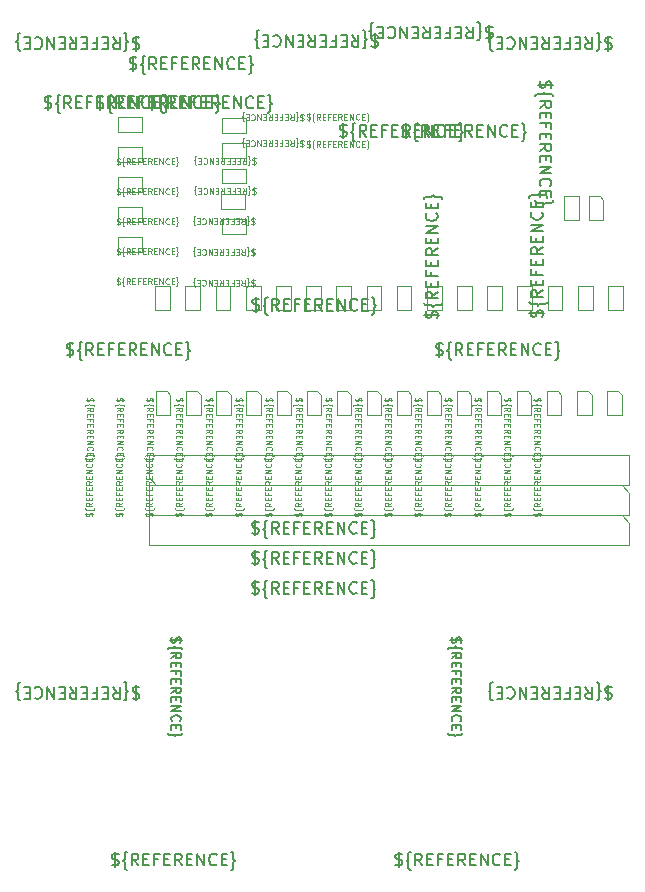
<source format=gbr>
%TF.GenerationSoftware,KiCad,Pcbnew,8.0.3*%
%TF.CreationDate,2024-08-07T13:20:04+02:00*%
%TF.ProjectId,motor_board,6d6f746f-725f-4626-9f61-72642e6b6963,0.1*%
%TF.SameCoordinates,Original*%
%TF.FileFunction,AssemblyDrawing,Top*%
%FSLAX46Y46*%
G04 Gerber Fmt 4.6, Leading zero omitted, Abs format (unit mm)*
G04 Created by KiCad (PCBNEW 8.0.3) date 2024-08-07 13:20:04*
%MOMM*%
%LPD*%
G01*
G04 APERTURE LIST*
%ADD10C,0.080000*%
%ADD11C,0.150000*%
%ADD12C,0.100000*%
G04 APERTURE END LIST*
D10*
X117328650Y-93582141D02*
X117352459Y-93510713D01*
X117352459Y-93510713D02*
X117352459Y-93391665D01*
X117352459Y-93391665D02*
X117328650Y-93344046D01*
X117328650Y-93344046D02*
X117304840Y-93320237D01*
X117304840Y-93320237D02*
X117257221Y-93296427D01*
X117257221Y-93296427D02*
X117209602Y-93296427D01*
X117209602Y-93296427D02*
X117161983Y-93320237D01*
X117161983Y-93320237D02*
X117138173Y-93344046D01*
X117138173Y-93344046D02*
X117114364Y-93391665D01*
X117114364Y-93391665D02*
X117090554Y-93486903D01*
X117090554Y-93486903D02*
X117066745Y-93534522D01*
X117066745Y-93534522D02*
X117042935Y-93558332D01*
X117042935Y-93558332D02*
X116995316Y-93582141D01*
X116995316Y-93582141D02*
X116947697Y-93582141D01*
X116947697Y-93582141D02*
X116900078Y-93558332D01*
X116900078Y-93558332D02*
X116876269Y-93534522D01*
X116876269Y-93534522D02*
X116852459Y-93486903D01*
X116852459Y-93486903D02*
X116852459Y-93367856D01*
X116852459Y-93367856D02*
X116876269Y-93296427D01*
X116781030Y-93439284D02*
X117423888Y-93439284D01*
X117542935Y-92939285D02*
X117542935Y-92963094D01*
X117542935Y-92963094D02*
X117519126Y-93010713D01*
X117519126Y-93010713D02*
X117471507Y-93034523D01*
X117471507Y-93034523D02*
X117233411Y-93034523D01*
X117233411Y-93034523D02*
X117185792Y-93058332D01*
X117185792Y-93058332D02*
X117161983Y-93105951D01*
X117161983Y-93105951D02*
X117138173Y-93058332D01*
X117138173Y-93058332D02*
X117090554Y-93034523D01*
X117090554Y-93034523D02*
X116852459Y-93034523D01*
X116852459Y-93034523D02*
X116804840Y-93010713D01*
X116804840Y-93010713D02*
X116781030Y-92963094D01*
X116781030Y-92963094D02*
X116781030Y-92939285D01*
X117352459Y-92463095D02*
X117114364Y-92629761D01*
X117352459Y-92748809D02*
X116852459Y-92748809D01*
X116852459Y-92748809D02*
X116852459Y-92558333D01*
X116852459Y-92558333D02*
X116876269Y-92510714D01*
X116876269Y-92510714D02*
X116900078Y-92486904D01*
X116900078Y-92486904D02*
X116947697Y-92463095D01*
X116947697Y-92463095D02*
X117019126Y-92463095D01*
X117019126Y-92463095D02*
X117066745Y-92486904D01*
X117066745Y-92486904D02*
X117090554Y-92510714D01*
X117090554Y-92510714D02*
X117114364Y-92558333D01*
X117114364Y-92558333D02*
X117114364Y-92748809D01*
X117090554Y-92248809D02*
X117090554Y-92082142D01*
X117352459Y-92010714D02*
X117352459Y-92248809D01*
X117352459Y-92248809D02*
X116852459Y-92248809D01*
X116852459Y-92248809D02*
X116852459Y-92010714D01*
X117090554Y-91629761D02*
X117090554Y-91796428D01*
X117352459Y-91796428D02*
X116852459Y-91796428D01*
X116852459Y-91796428D02*
X116852459Y-91558333D01*
X117090554Y-91367857D02*
X117090554Y-91201190D01*
X117352459Y-91129762D02*
X117352459Y-91367857D01*
X117352459Y-91367857D02*
X116852459Y-91367857D01*
X116852459Y-91367857D02*
X116852459Y-91129762D01*
X117352459Y-90629762D02*
X117114364Y-90796428D01*
X117352459Y-90915476D02*
X116852459Y-90915476D01*
X116852459Y-90915476D02*
X116852459Y-90725000D01*
X116852459Y-90725000D02*
X116876269Y-90677381D01*
X116876269Y-90677381D02*
X116900078Y-90653571D01*
X116900078Y-90653571D02*
X116947697Y-90629762D01*
X116947697Y-90629762D02*
X117019126Y-90629762D01*
X117019126Y-90629762D02*
X117066745Y-90653571D01*
X117066745Y-90653571D02*
X117090554Y-90677381D01*
X117090554Y-90677381D02*
X117114364Y-90725000D01*
X117114364Y-90725000D02*
X117114364Y-90915476D01*
X117090554Y-90415476D02*
X117090554Y-90248809D01*
X117352459Y-90177381D02*
X117352459Y-90415476D01*
X117352459Y-90415476D02*
X116852459Y-90415476D01*
X116852459Y-90415476D02*
X116852459Y-90177381D01*
X117352459Y-89963095D02*
X116852459Y-89963095D01*
X116852459Y-89963095D02*
X117352459Y-89677381D01*
X117352459Y-89677381D02*
X116852459Y-89677381D01*
X117304840Y-89153571D02*
X117328650Y-89177380D01*
X117328650Y-89177380D02*
X117352459Y-89248809D01*
X117352459Y-89248809D02*
X117352459Y-89296428D01*
X117352459Y-89296428D02*
X117328650Y-89367856D01*
X117328650Y-89367856D02*
X117281030Y-89415475D01*
X117281030Y-89415475D02*
X117233411Y-89439285D01*
X117233411Y-89439285D02*
X117138173Y-89463094D01*
X117138173Y-89463094D02*
X117066745Y-89463094D01*
X117066745Y-89463094D02*
X116971507Y-89439285D01*
X116971507Y-89439285D02*
X116923888Y-89415475D01*
X116923888Y-89415475D02*
X116876269Y-89367856D01*
X116876269Y-89367856D02*
X116852459Y-89296428D01*
X116852459Y-89296428D02*
X116852459Y-89248809D01*
X116852459Y-89248809D02*
X116876269Y-89177380D01*
X116876269Y-89177380D02*
X116900078Y-89153571D01*
X117090554Y-88939285D02*
X117090554Y-88772618D01*
X117352459Y-88701190D02*
X117352459Y-88939285D01*
X117352459Y-88939285D02*
X116852459Y-88939285D01*
X116852459Y-88939285D02*
X116852459Y-88701190D01*
X117542935Y-88534523D02*
X117542935Y-88510713D01*
X117542935Y-88510713D02*
X117519126Y-88463094D01*
X117519126Y-88463094D02*
X117471507Y-88439285D01*
X117471507Y-88439285D02*
X117233411Y-88439285D01*
X117233411Y-88439285D02*
X117185792Y-88415475D01*
X117185792Y-88415475D02*
X117161983Y-88367856D01*
X117161983Y-88367856D02*
X117138173Y-88415475D01*
X117138173Y-88415475D02*
X117090554Y-88439285D01*
X117090554Y-88439285D02*
X116852459Y-88439285D01*
X116852459Y-88439285D02*
X116804840Y-88463094D01*
X116804840Y-88463094D02*
X116781030Y-88510713D01*
X116781030Y-88510713D02*
X116781030Y-88534523D01*
D11*
X107885714Y-55707200D02*
X108028571Y-55754819D01*
X108028571Y-55754819D02*
X108266666Y-55754819D01*
X108266666Y-55754819D02*
X108361904Y-55707200D01*
X108361904Y-55707200D02*
X108409523Y-55659580D01*
X108409523Y-55659580D02*
X108457142Y-55564342D01*
X108457142Y-55564342D02*
X108457142Y-55469104D01*
X108457142Y-55469104D02*
X108409523Y-55373866D01*
X108409523Y-55373866D02*
X108361904Y-55326247D01*
X108361904Y-55326247D02*
X108266666Y-55278628D01*
X108266666Y-55278628D02*
X108076190Y-55231009D01*
X108076190Y-55231009D02*
X107980952Y-55183390D01*
X107980952Y-55183390D02*
X107933333Y-55135771D01*
X107933333Y-55135771D02*
X107885714Y-55040533D01*
X107885714Y-55040533D02*
X107885714Y-54945295D01*
X107885714Y-54945295D02*
X107933333Y-54850057D01*
X107933333Y-54850057D02*
X107980952Y-54802438D01*
X107980952Y-54802438D02*
X108076190Y-54754819D01*
X108076190Y-54754819D02*
X108314285Y-54754819D01*
X108314285Y-54754819D02*
X108457142Y-54802438D01*
X108171428Y-54611961D02*
X108171428Y-55897676D01*
X109171428Y-56135771D02*
X109123809Y-56135771D01*
X109123809Y-56135771D02*
X109028571Y-56088152D01*
X109028571Y-56088152D02*
X108980952Y-55992914D01*
X108980952Y-55992914D02*
X108980952Y-55516723D01*
X108980952Y-55516723D02*
X108933333Y-55421485D01*
X108933333Y-55421485D02*
X108838095Y-55373866D01*
X108838095Y-55373866D02*
X108933333Y-55326247D01*
X108933333Y-55326247D02*
X108980952Y-55231009D01*
X108980952Y-55231009D02*
X108980952Y-54754819D01*
X108980952Y-54754819D02*
X109028571Y-54659580D01*
X109028571Y-54659580D02*
X109123809Y-54611961D01*
X109123809Y-54611961D02*
X109171428Y-54611961D01*
X110123809Y-55754819D02*
X109790476Y-55278628D01*
X109552381Y-55754819D02*
X109552381Y-54754819D01*
X109552381Y-54754819D02*
X109933333Y-54754819D01*
X109933333Y-54754819D02*
X110028571Y-54802438D01*
X110028571Y-54802438D02*
X110076190Y-54850057D01*
X110076190Y-54850057D02*
X110123809Y-54945295D01*
X110123809Y-54945295D02*
X110123809Y-55088152D01*
X110123809Y-55088152D02*
X110076190Y-55183390D01*
X110076190Y-55183390D02*
X110028571Y-55231009D01*
X110028571Y-55231009D02*
X109933333Y-55278628D01*
X109933333Y-55278628D02*
X109552381Y-55278628D01*
X110552381Y-55231009D02*
X110885714Y-55231009D01*
X111028571Y-55754819D02*
X110552381Y-55754819D01*
X110552381Y-55754819D02*
X110552381Y-54754819D01*
X110552381Y-54754819D02*
X111028571Y-54754819D01*
X111790476Y-55231009D02*
X111457143Y-55231009D01*
X111457143Y-55754819D02*
X111457143Y-54754819D01*
X111457143Y-54754819D02*
X111933333Y-54754819D01*
X112314286Y-55231009D02*
X112647619Y-55231009D01*
X112790476Y-55754819D02*
X112314286Y-55754819D01*
X112314286Y-55754819D02*
X112314286Y-54754819D01*
X112314286Y-54754819D02*
X112790476Y-54754819D01*
X113790476Y-55754819D02*
X113457143Y-55278628D01*
X113219048Y-55754819D02*
X113219048Y-54754819D01*
X113219048Y-54754819D02*
X113600000Y-54754819D01*
X113600000Y-54754819D02*
X113695238Y-54802438D01*
X113695238Y-54802438D02*
X113742857Y-54850057D01*
X113742857Y-54850057D02*
X113790476Y-54945295D01*
X113790476Y-54945295D02*
X113790476Y-55088152D01*
X113790476Y-55088152D02*
X113742857Y-55183390D01*
X113742857Y-55183390D02*
X113695238Y-55231009D01*
X113695238Y-55231009D02*
X113600000Y-55278628D01*
X113600000Y-55278628D02*
X113219048Y-55278628D01*
X114219048Y-55231009D02*
X114552381Y-55231009D01*
X114695238Y-55754819D02*
X114219048Y-55754819D01*
X114219048Y-55754819D02*
X114219048Y-54754819D01*
X114219048Y-54754819D02*
X114695238Y-54754819D01*
X115123810Y-55754819D02*
X115123810Y-54754819D01*
X115123810Y-54754819D02*
X115695238Y-55754819D01*
X115695238Y-55754819D02*
X115695238Y-54754819D01*
X116742857Y-55659580D02*
X116695238Y-55707200D01*
X116695238Y-55707200D02*
X116552381Y-55754819D01*
X116552381Y-55754819D02*
X116457143Y-55754819D01*
X116457143Y-55754819D02*
X116314286Y-55707200D01*
X116314286Y-55707200D02*
X116219048Y-55611961D01*
X116219048Y-55611961D02*
X116171429Y-55516723D01*
X116171429Y-55516723D02*
X116123810Y-55326247D01*
X116123810Y-55326247D02*
X116123810Y-55183390D01*
X116123810Y-55183390D02*
X116171429Y-54992914D01*
X116171429Y-54992914D02*
X116219048Y-54897676D01*
X116219048Y-54897676D02*
X116314286Y-54802438D01*
X116314286Y-54802438D02*
X116457143Y-54754819D01*
X116457143Y-54754819D02*
X116552381Y-54754819D01*
X116552381Y-54754819D02*
X116695238Y-54802438D01*
X116695238Y-54802438D02*
X116742857Y-54850057D01*
X117171429Y-55231009D02*
X117504762Y-55231009D01*
X117647619Y-55754819D02*
X117171429Y-55754819D01*
X117171429Y-55754819D02*
X117171429Y-54754819D01*
X117171429Y-54754819D02*
X117647619Y-54754819D01*
X117980953Y-56135771D02*
X118028572Y-56135771D01*
X118028572Y-56135771D02*
X118123810Y-56088152D01*
X118123810Y-56088152D02*
X118171429Y-55992914D01*
X118171429Y-55992914D02*
X118171429Y-55516723D01*
X118171429Y-55516723D02*
X118219048Y-55421485D01*
X118219048Y-55421485D02*
X118314286Y-55373866D01*
X118314286Y-55373866D02*
X118219048Y-55326247D01*
X118219048Y-55326247D02*
X118171429Y-55231009D01*
X118171429Y-55231009D02*
X118171429Y-54754819D01*
X118171429Y-54754819D02*
X118123810Y-54659580D01*
X118123810Y-54659580D02*
X118028572Y-54611961D01*
X118028572Y-54611961D02*
X117980953Y-54611961D01*
D10*
X132071660Y-83592858D02*
X132047850Y-83664286D01*
X132047850Y-83664286D02*
X132047850Y-83783334D01*
X132047850Y-83783334D02*
X132071660Y-83830953D01*
X132071660Y-83830953D02*
X132095469Y-83854762D01*
X132095469Y-83854762D02*
X132143088Y-83878572D01*
X132143088Y-83878572D02*
X132190707Y-83878572D01*
X132190707Y-83878572D02*
X132238326Y-83854762D01*
X132238326Y-83854762D02*
X132262136Y-83830953D01*
X132262136Y-83830953D02*
X132285945Y-83783334D01*
X132285945Y-83783334D02*
X132309755Y-83688096D01*
X132309755Y-83688096D02*
X132333564Y-83640477D01*
X132333564Y-83640477D02*
X132357374Y-83616667D01*
X132357374Y-83616667D02*
X132404993Y-83592858D01*
X132404993Y-83592858D02*
X132452612Y-83592858D01*
X132452612Y-83592858D02*
X132500231Y-83616667D01*
X132500231Y-83616667D02*
X132524040Y-83640477D01*
X132524040Y-83640477D02*
X132547850Y-83688096D01*
X132547850Y-83688096D02*
X132547850Y-83807143D01*
X132547850Y-83807143D02*
X132524040Y-83878572D01*
X132619279Y-83735715D02*
X131976421Y-83735715D01*
X131857374Y-84235714D02*
X131857374Y-84211905D01*
X131857374Y-84211905D02*
X131881183Y-84164286D01*
X131881183Y-84164286D02*
X131928802Y-84140476D01*
X131928802Y-84140476D02*
X132166898Y-84140476D01*
X132166898Y-84140476D02*
X132214517Y-84116667D01*
X132214517Y-84116667D02*
X132238326Y-84069048D01*
X132238326Y-84069048D02*
X132262136Y-84116667D01*
X132262136Y-84116667D02*
X132309755Y-84140476D01*
X132309755Y-84140476D02*
X132547850Y-84140476D01*
X132547850Y-84140476D02*
X132595469Y-84164286D01*
X132595469Y-84164286D02*
X132619279Y-84211905D01*
X132619279Y-84211905D02*
X132619279Y-84235714D01*
X132047850Y-84711904D02*
X132285945Y-84545238D01*
X132047850Y-84426190D02*
X132547850Y-84426190D01*
X132547850Y-84426190D02*
X132547850Y-84616666D01*
X132547850Y-84616666D02*
X132524040Y-84664285D01*
X132524040Y-84664285D02*
X132500231Y-84688095D01*
X132500231Y-84688095D02*
X132452612Y-84711904D01*
X132452612Y-84711904D02*
X132381183Y-84711904D01*
X132381183Y-84711904D02*
X132333564Y-84688095D01*
X132333564Y-84688095D02*
X132309755Y-84664285D01*
X132309755Y-84664285D02*
X132285945Y-84616666D01*
X132285945Y-84616666D02*
X132285945Y-84426190D01*
X132309755Y-84926190D02*
X132309755Y-85092857D01*
X132047850Y-85164285D02*
X132047850Y-84926190D01*
X132047850Y-84926190D02*
X132547850Y-84926190D01*
X132547850Y-84926190D02*
X132547850Y-85164285D01*
X132309755Y-85545238D02*
X132309755Y-85378571D01*
X132047850Y-85378571D02*
X132547850Y-85378571D01*
X132547850Y-85378571D02*
X132547850Y-85616666D01*
X132309755Y-85807142D02*
X132309755Y-85973809D01*
X132047850Y-86045237D02*
X132047850Y-85807142D01*
X132047850Y-85807142D02*
X132547850Y-85807142D01*
X132547850Y-85807142D02*
X132547850Y-86045237D01*
X132047850Y-86545237D02*
X132285945Y-86378571D01*
X132047850Y-86259523D02*
X132547850Y-86259523D01*
X132547850Y-86259523D02*
X132547850Y-86449999D01*
X132547850Y-86449999D02*
X132524040Y-86497618D01*
X132524040Y-86497618D02*
X132500231Y-86521428D01*
X132500231Y-86521428D02*
X132452612Y-86545237D01*
X132452612Y-86545237D02*
X132381183Y-86545237D01*
X132381183Y-86545237D02*
X132333564Y-86521428D01*
X132333564Y-86521428D02*
X132309755Y-86497618D01*
X132309755Y-86497618D02*
X132285945Y-86449999D01*
X132285945Y-86449999D02*
X132285945Y-86259523D01*
X132309755Y-86759523D02*
X132309755Y-86926190D01*
X132047850Y-86997618D02*
X132047850Y-86759523D01*
X132047850Y-86759523D02*
X132547850Y-86759523D01*
X132547850Y-86759523D02*
X132547850Y-86997618D01*
X132047850Y-87211904D02*
X132547850Y-87211904D01*
X132547850Y-87211904D02*
X132047850Y-87497618D01*
X132047850Y-87497618D02*
X132547850Y-87497618D01*
X132095469Y-88021428D02*
X132071660Y-87997619D01*
X132071660Y-87997619D02*
X132047850Y-87926190D01*
X132047850Y-87926190D02*
X132047850Y-87878571D01*
X132047850Y-87878571D02*
X132071660Y-87807143D01*
X132071660Y-87807143D02*
X132119279Y-87759524D01*
X132119279Y-87759524D02*
X132166898Y-87735714D01*
X132166898Y-87735714D02*
X132262136Y-87711905D01*
X132262136Y-87711905D02*
X132333564Y-87711905D01*
X132333564Y-87711905D02*
X132428802Y-87735714D01*
X132428802Y-87735714D02*
X132476421Y-87759524D01*
X132476421Y-87759524D02*
X132524040Y-87807143D01*
X132524040Y-87807143D02*
X132547850Y-87878571D01*
X132547850Y-87878571D02*
X132547850Y-87926190D01*
X132547850Y-87926190D02*
X132524040Y-87997619D01*
X132524040Y-87997619D02*
X132500231Y-88021428D01*
X132309755Y-88235714D02*
X132309755Y-88402381D01*
X132047850Y-88473809D02*
X132047850Y-88235714D01*
X132047850Y-88235714D02*
X132547850Y-88235714D01*
X132547850Y-88235714D02*
X132547850Y-88473809D01*
X131857374Y-88640476D02*
X131857374Y-88664286D01*
X131857374Y-88664286D02*
X131881183Y-88711905D01*
X131881183Y-88711905D02*
X131928802Y-88735714D01*
X131928802Y-88735714D02*
X132166898Y-88735714D01*
X132166898Y-88735714D02*
X132214517Y-88759524D01*
X132214517Y-88759524D02*
X132238326Y-88807143D01*
X132238326Y-88807143D02*
X132262136Y-88759524D01*
X132262136Y-88759524D02*
X132309755Y-88735714D01*
X132309755Y-88735714D02*
X132547850Y-88735714D01*
X132547850Y-88735714D02*
X132595469Y-88711905D01*
X132595469Y-88711905D02*
X132619279Y-88664286D01*
X132619279Y-88664286D02*
X132619279Y-88640476D01*
X107212402Y-93582141D02*
X107236211Y-93510713D01*
X107236211Y-93510713D02*
X107236211Y-93391665D01*
X107236211Y-93391665D02*
X107212402Y-93344046D01*
X107212402Y-93344046D02*
X107188592Y-93320237D01*
X107188592Y-93320237D02*
X107140973Y-93296427D01*
X107140973Y-93296427D02*
X107093354Y-93296427D01*
X107093354Y-93296427D02*
X107045735Y-93320237D01*
X107045735Y-93320237D02*
X107021925Y-93344046D01*
X107021925Y-93344046D02*
X106998116Y-93391665D01*
X106998116Y-93391665D02*
X106974306Y-93486903D01*
X106974306Y-93486903D02*
X106950497Y-93534522D01*
X106950497Y-93534522D02*
X106926687Y-93558332D01*
X106926687Y-93558332D02*
X106879068Y-93582141D01*
X106879068Y-93582141D02*
X106831449Y-93582141D01*
X106831449Y-93582141D02*
X106783830Y-93558332D01*
X106783830Y-93558332D02*
X106760021Y-93534522D01*
X106760021Y-93534522D02*
X106736211Y-93486903D01*
X106736211Y-93486903D02*
X106736211Y-93367856D01*
X106736211Y-93367856D02*
X106760021Y-93296427D01*
X106664782Y-93439284D02*
X107307640Y-93439284D01*
X107426687Y-92939285D02*
X107426687Y-92963094D01*
X107426687Y-92963094D02*
X107402878Y-93010713D01*
X107402878Y-93010713D02*
X107355259Y-93034523D01*
X107355259Y-93034523D02*
X107117163Y-93034523D01*
X107117163Y-93034523D02*
X107069544Y-93058332D01*
X107069544Y-93058332D02*
X107045735Y-93105951D01*
X107045735Y-93105951D02*
X107021925Y-93058332D01*
X107021925Y-93058332D02*
X106974306Y-93034523D01*
X106974306Y-93034523D02*
X106736211Y-93034523D01*
X106736211Y-93034523D02*
X106688592Y-93010713D01*
X106688592Y-93010713D02*
X106664782Y-92963094D01*
X106664782Y-92963094D02*
X106664782Y-92939285D01*
X107236211Y-92463095D02*
X106998116Y-92629761D01*
X107236211Y-92748809D02*
X106736211Y-92748809D01*
X106736211Y-92748809D02*
X106736211Y-92558333D01*
X106736211Y-92558333D02*
X106760021Y-92510714D01*
X106760021Y-92510714D02*
X106783830Y-92486904D01*
X106783830Y-92486904D02*
X106831449Y-92463095D01*
X106831449Y-92463095D02*
X106902878Y-92463095D01*
X106902878Y-92463095D02*
X106950497Y-92486904D01*
X106950497Y-92486904D02*
X106974306Y-92510714D01*
X106974306Y-92510714D02*
X106998116Y-92558333D01*
X106998116Y-92558333D02*
X106998116Y-92748809D01*
X106974306Y-92248809D02*
X106974306Y-92082142D01*
X107236211Y-92010714D02*
X107236211Y-92248809D01*
X107236211Y-92248809D02*
X106736211Y-92248809D01*
X106736211Y-92248809D02*
X106736211Y-92010714D01*
X106974306Y-91629761D02*
X106974306Y-91796428D01*
X107236211Y-91796428D02*
X106736211Y-91796428D01*
X106736211Y-91796428D02*
X106736211Y-91558333D01*
X106974306Y-91367857D02*
X106974306Y-91201190D01*
X107236211Y-91129762D02*
X107236211Y-91367857D01*
X107236211Y-91367857D02*
X106736211Y-91367857D01*
X106736211Y-91367857D02*
X106736211Y-91129762D01*
X107236211Y-90629762D02*
X106998116Y-90796428D01*
X107236211Y-90915476D02*
X106736211Y-90915476D01*
X106736211Y-90915476D02*
X106736211Y-90725000D01*
X106736211Y-90725000D02*
X106760021Y-90677381D01*
X106760021Y-90677381D02*
X106783830Y-90653571D01*
X106783830Y-90653571D02*
X106831449Y-90629762D01*
X106831449Y-90629762D02*
X106902878Y-90629762D01*
X106902878Y-90629762D02*
X106950497Y-90653571D01*
X106950497Y-90653571D02*
X106974306Y-90677381D01*
X106974306Y-90677381D02*
X106998116Y-90725000D01*
X106998116Y-90725000D02*
X106998116Y-90915476D01*
X106974306Y-90415476D02*
X106974306Y-90248809D01*
X107236211Y-90177381D02*
X107236211Y-90415476D01*
X107236211Y-90415476D02*
X106736211Y-90415476D01*
X106736211Y-90415476D02*
X106736211Y-90177381D01*
X107236211Y-89963095D02*
X106736211Y-89963095D01*
X106736211Y-89963095D02*
X107236211Y-89677381D01*
X107236211Y-89677381D02*
X106736211Y-89677381D01*
X107188592Y-89153571D02*
X107212402Y-89177380D01*
X107212402Y-89177380D02*
X107236211Y-89248809D01*
X107236211Y-89248809D02*
X107236211Y-89296428D01*
X107236211Y-89296428D02*
X107212402Y-89367856D01*
X107212402Y-89367856D02*
X107164782Y-89415475D01*
X107164782Y-89415475D02*
X107117163Y-89439285D01*
X107117163Y-89439285D02*
X107021925Y-89463094D01*
X107021925Y-89463094D02*
X106950497Y-89463094D01*
X106950497Y-89463094D02*
X106855259Y-89439285D01*
X106855259Y-89439285D02*
X106807640Y-89415475D01*
X106807640Y-89415475D02*
X106760021Y-89367856D01*
X106760021Y-89367856D02*
X106736211Y-89296428D01*
X106736211Y-89296428D02*
X106736211Y-89248809D01*
X106736211Y-89248809D02*
X106760021Y-89177380D01*
X106760021Y-89177380D02*
X106783830Y-89153571D01*
X106974306Y-88939285D02*
X106974306Y-88772618D01*
X107236211Y-88701190D02*
X107236211Y-88939285D01*
X107236211Y-88939285D02*
X106736211Y-88939285D01*
X106736211Y-88939285D02*
X106736211Y-88701190D01*
X107426687Y-88534523D02*
X107426687Y-88510713D01*
X107426687Y-88510713D02*
X107402878Y-88463094D01*
X107402878Y-88463094D02*
X107355259Y-88439285D01*
X107355259Y-88439285D02*
X107117163Y-88439285D01*
X107117163Y-88439285D02*
X107069544Y-88415475D01*
X107069544Y-88415475D02*
X107045735Y-88367856D01*
X107045735Y-88367856D02*
X107021925Y-88415475D01*
X107021925Y-88415475D02*
X106974306Y-88439285D01*
X106974306Y-88439285D02*
X106736211Y-88439285D01*
X106736211Y-88439285D02*
X106688592Y-88463094D01*
X106688592Y-88463094D02*
X106664782Y-88510713D01*
X106664782Y-88510713D02*
X106664782Y-88534523D01*
X106792858Y-66303340D02*
X106864286Y-66327149D01*
X106864286Y-66327149D02*
X106983334Y-66327149D01*
X106983334Y-66327149D02*
X107030953Y-66303340D01*
X107030953Y-66303340D02*
X107054762Y-66279530D01*
X107054762Y-66279530D02*
X107078572Y-66231911D01*
X107078572Y-66231911D02*
X107078572Y-66184292D01*
X107078572Y-66184292D02*
X107054762Y-66136673D01*
X107054762Y-66136673D02*
X107030953Y-66112863D01*
X107030953Y-66112863D02*
X106983334Y-66089054D01*
X106983334Y-66089054D02*
X106888096Y-66065244D01*
X106888096Y-66065244D02*
X106840477Y-66041435D01*
X106840477Y-66041435D02*
X106816667Y-66017625D01*
X106816667Y-66017625D02*
X106792858Y-65970006D01*
X106792858Y-65970006D02*
X106792858Y-65922387D01*
X106792858Y-65922387D02*
X106816667Y-65874768D01*
X106816667Y-65874768D02*
X106840477Y-65850959D01*
X106840477Y-65850959D02*
X106888096Y-65827149D01*
X106888096Y-65827149D02*
X107007143Y-65827149D01*
X107007143Y-65827149D02*
X107078572Y-65850959D01*
X106935715Y-65755720D02*
X106935715Y-66398578D01*
X107435714Y-66517625D02*
X107411905Y-66517625D01*
X107411905Y-66517625D02*
X107364286Y-66493816D01*
X107364286Y-66493816D02*
X107340476Y-66446197D01*
X107340476Y-66446197D02*
X107340476Y-66208101D01*
X107340476Y-66208101D02*
X107316667Y-66160482D01*
X107316667Y-66160482D02*
X107269048Y-66136673D01*
X107269048Y-66136673D02*
X107316667Y-66112863D01*
X107316667Y-66112863D02*
X107340476Y-66065244D01*
X107340476Y-66065244D02*
X107340476Y-65827149D01*
X107340476Y-65827149D02*
X107364286Y-65779530D01*
X107364286Y-65779530D02*
X107411905Y-65755720D01*
X107411905Y-65755720D02*
X107435714Y-65755720D01*
X107911904Y-66327149D02*
X107745238Y-66089054D01*
X107626190Y-66327149D02*
X107626190Y-65827149D01*
X107626190Y-65827149D02*
X107816666Y-65827149D01*
X107816666Y-65827149D02*
X107864285Y-65850959D01*
X107864285Y-65850959D02*
X107888095Y-65874768D01*
X107888095Y-65874768D02*
X107911904Y-65922387D01*
X107911904Y-65922387D02*
X107911904Y-65993816D01*
X107911904Y-65993816D02*
X107888095Y-66041435D01*
X107888095Y-66041435D02*
X107864285Y-66065244D01*
X107864285Y-66065244D02*
X107816666Y-66089054D01*
X107816666Y-66089054D02*
X107626190Y-66089054D01*
X108126190Y-66065244D02*
X108292857Y-66065244D01*
X108364285Y-66327149D02*
X108126190Y-66327149D01*
X108126190Y-66327149D02*
X108126190Y-65827149D01*
X108126190Y-65827149D02*
X108364285Y-65827149D01*
X108745238Y-66065244D02*
X108578571Y-66065244D01*
X108578571Y-66327149D02*
X108578571Y-65827149D01*
X108578571Y-65827149D02*
X108816666Y-65827149D01*
X109007142Y-66065244D02*
X109173809Y-66065244D01*
X109245237Y-66327149D02*
X109007142Y-66327149D01*
X109007142Y-66327149D02*
X109007142Y-65827149D01*
X109007142Y-65827149D02*
X109245237Y-65827149D01*
X109745237Y-66327149D02*
X109578571Y-66089054D01*
X109459523Y-66327149D02*
X109459523Y-65827149D01*
X109459523Y-65827149D02*
X109649999Y-65827149D01*
X109649999Y-65827149D02*
X109697618Y-65850959D01*
X109697618Y-65850959D02*
X109721428Y-65874768D01*
X109721428Y-65874768D02*
X109745237Y-65922387D01*
X109745237Y-65922387D02*
X109745237Y-65993816D01*
X109745237Y-65993816D02*
X109721428Y-66041435D01*
X109721428Y-66041435D02*
X109697618Y-66065244D01*
X109697618Y-66065244D02*
X109649999Y-66089054D01*
X109649999Y-66089054D02*
X109459523Y-66089054D01*
X109959523Y-66065244D02*
X110126190Y-66065244D01*
X110197618Y-66327149D02*
X109959523Y-66327149D01*
X109959523Y-66327149D02*
X109959523Y-65827149D01*
X109959523Y-65827149D02*
X110197618Y-65827149D01*
X110411904Y-66327149D02*
X110411904Y-65827149D01*
X110411904Y-65827149D02*
X110697618Y-66327149D01*
X110697618Y-66327149D02*
X110697618Y-65827149D01*
X111221428Y-66279530D02*
X111197619Y-66303340D01*
X111197619Y-66303340D02*
X111126190Y-66327149D01*
X111126190Y-66327149D02*
X111078571Y-66327149D01*
X111078571Y-66327149D02*
X111007143Y-66303340D01*
X111007143Y-66303340D02*
X110959524Y-66255720D01*
X110959524Y-66255720D02*
X110935714Y-66208101D01*
X110935714Y-66208101D02*
X110911905Y-66112863D01*
X110911905Y-66112863D02*
X110911905Y-66041435D01*
X110911905Y-66041435D02*
X110935714Y-65946197D01*
X110935714Y-65946197D02*
X110959524Y-65898578D01*
X110959524Y-65898578D02*
X111007143Y-65850959D01*
X111007143Y-65850959D02*
X111078571Y-65827149D01*
X111078571Y-65827149D02*
X111126190Y-65827149D01*
X111126190Y-65827149D02*
X111197619Y-65850959D01*
X111197619Y-65850959D02*
X111221428Y-65874768D01*
X111435714Y-66065244D02*
X111602381Y-66065244D01*
X111673809Y-66327149D02*
X111435714Y-66327149D01*
X111435714Y-66327149D02*
X111435714Y-65827149D01*
X111435714Y-65827149D02*
X111673809Y-65827149D01*
X111840476Y-66517625D02*
X111864286Y-66517625D01*
X111864286Y-66517625D02*
X111911905Y-66493816D01*
X111911905Y-66493816D02*
X111935714Y-66446197D01*
X111935714Y-66446197D02*
X111935714Y-66208101D01*
X111935714Y-66208101D02*
X111959524Y-66160482D01*
X111959524Y-66160482D02*
X112007143Y-66136673D01*
X112007143Y-66136673D02*
X111959524Y-66112863D01*
X111959524Y-66112863D02*
X111935714Y-66065244D01*
X111935714Y-66065244D02*
X111935714Y-65827149D01*
X111935714Y-65827149D02*
X111911905Y-65779530D01*
X111911905Y-65779530D02*
X111864286Y-65755720D01*
X111864286Y-65755720D02*
X111840476Y-65755720D01*
D11*
X111450800Y-103848570D02*
X111412704Y-103962856D01*
X111412704Y-103962856D02*
X111412704Y-104153332D01*
X111412704Y-104153332D02*
X111450800Y-104229523D01*
X111450800Y-104229523D02*
X111488895Y-104267618D01*
X111488895Y-104267618D02*
X111565085Y-104305713D01*
X111565085Y-104305713D02*
X111641276Y-104305713D01*
X111641276Y-104305713D02*
X111717466Y-104267618D01*
X111717466Y-104267618D02*
X111755561Y-104229523D01*
X111755561Y-104229523D02*
X111793657Y-104153332D01*
X111793657Y-104153332D02*
X111831752Y-104000951D01*
X111831752Y-104000951D02*
X111869847Y-103924761D01*
X111869847Y-103924761D02*
X111907942Y-103886666D01*
X111907942Y-103886666D02*
X111984133Y-103848570D01*
X111984133Y-103848570D02*
X112060323Y-103848570D01*
X112060323Y-103848570D02*
X112136514Y-103886666D01*
X112136514Y-103886666D02*
X112174609Y-103924761D01*
X112174609Y-103924761D02*
X112212704Y-104000951D01*
X112212704Y-104000951D02*
X112212704Y-104191428D01*
X112212704Y-104191428D02*
X112174609Y-104305713D01*
X112326990Y-104077142D02*
X111298419Y-104077142D01*
X111107942Y-104877142D02*
X111107942Y-104839047D01*
X111107942Y-104839047D02*
X111146038Y-104762856D01*
X111146038Y-104762856D02*
X111222228Y-104724761D01*
X111222228Y-104724761D02*
X111603180Y-104724761D01*
X111603180Y-104724761D02*
X111679371Y-104686666D01*
X111679371Y-104686666D02*
X111717466Y-104610475D01*
X111717466Y-104610475D02*
X111755561Y-104686666D01*
X111755561Y-104686666D02*
X111831752Y-104724761D01*
X111831752Y-104724761D02*
X112212704Y-104724761D01*
X112212704Y-104724761D02*
X112288895Y-104762856D01*
X112288895Y-104762856D02*
X112326990Y-104839047D01*
X112326990Y-104839047D02*
X112326990Y-104877142D01*
X111412704Y-105639047D02*
X111793657Y-105372380D01*
X111412704Y-105181904D02*
X112212704Y-105181904D01*
X112212704Y-105181904D02*
X112212704Y-105486666D01*
X112212704Y-105486666D02*
X112174609Y-105562856D01*
X112174609Y-105562856D02*
X112136514Y-105600951D01*
X112136514Y-105600951D02*
X112060323Y-105639047D01*
X112060323Y-105639047D02*
X111946038Y-105639047D01*
X111946038Y-105639047D02*
X111869847Y-105600951D01*
X111869847Y-105600951D02*
X111831752Y-105562856D01*
X111831752Y-105562856D02*
X111793657Y-105486666D01*
X111793657Y-105486666D02*
X111793657Y-105181904D01*
X111831752Y-105981904D02*
X111831752Y-106248570D01*
X111412704Y-106362856D02*
X111412704Y-105981904D01*
X111412704Y-105981904D02*
X112212704Y-105981904D01*
X112212704Y-105981904D02*
X112212704Y-106362856D01*
X111831752Y-106972380D02*
X111831752Y-106705714D01*
X111412704Y-106705714D02*
X112212704Y-106705714D01*
X112212704Y-106705714D02*
X112212704Y-107086666D01*
X111831752Y-107391428D02*
X111831752Y-107658094D01*
X111412704Y-107772380D02*
X111412704Y-107391428D01*
X111412704Y-107391428D02*
X112212704Y-107391428D01*
X112212704Y-107391428D02*
X112212704Y-107772380D01*
X111412704Y-108572381D02*
X111793657Y-108305714D01*
X111412704Y-108115238D02*
X112212704Y-108115238D01*
X112212704Y-108115238D02*
X112212704Y-108420000D01*
X112212704Y-108420000D02*
X112174609Y-108496190D01*
X112174609Y-108496190D02*
X112136514Y-108534285D01*
X112136514Y-108534285D02*
X112060323Y-108572381D01*
X112060323Y-108572381D02*
X111946038Y-108572381D01*
X111946038Y-108572381D02*
X111869847Y-108534285D01*
X111869847Y-108534285D02*
X111831752Y-108496190D01*
X111831752Y-108496190D02*
X111793657Y-108420000D01*
X111793657Y-108420000D02*
X111793657Y-108115238D01*
X111831752Y-108915238D02*
X111831752Y-109181904D01*
X111412704Y-109296190D02*
X111412704Y-108915238D01*
X111412704Y-108915238D02*
X112212704Y-108915238D01*
X112212704Y-108915238D02*
X112212704Y-109296190D01*
X111412704Y-109639048D02*
X112212704Y-109639048D01*
X112212704Y-109639048D02*
X111412704Y-110096191D01*
X111412704Y-110096191D02*
X112212704Y-110096191D01*
X111488895Y-110934286D02*
X111450800Y-110896190D01*
X111450800Y-110896190D02*
X111412704Y-110781905D01*
X111412704Y-110781905D02*
X111412704Y-110705714D01*
X111412704Y-110705714D02*
X111450800Y-110591428D01*
X111450800Y-110591428D02*
X111526990Y-110515238D01*
X111526990Y-110515238D02*
X111603180Y-110477143D01*
X111603180Y-110477143D02*
X111755561Y-110439047D01*
X111755561Y-110439047D02*
X111869847Y-110439047D01*
X111869847Y-110439047D02*
X112022228Y-110477143D01*
X112022228Y-110477143D02*
X112098419Y-110515238D01*
X112098419Y-110515238D02*
X112174609Y-110591428D01*
X112174609Y-110591428D02*
X112212704Y-110705714D01*
X112212704Y-110705714D02*
X112212704Y-110781905D01*
X112212704Y-110781905D02*
X112174609Y-110896190D01*
X112174609Y-110896190D02*
X112136514Y-110934286D01*
X111831752Y-111277143D02*
X111831752Y-111543809D01*
X111412704Y-111658095D02*
X111412704Y-111277143D01*
X111412704Y-111277143D02*
X112212704Y-111277143D01*
X112212704Y-111277143D02*
X112212704Y-111658095D01*
X111107942Y-111924762D02*
X111107942Y-111962857D01*
X111107942Y-111962857D02*
X111146038Y-112039048D01*
X111146038Y-112039048D02*
X111222228Y-112077143D01*
X111222228Y-112077143D02*
X111603180Y-112077143D01*
X111603180Y-112077143D02*
X111679371Y-112115238D01*
X111679371Y-112115238D02*
X111717466Y-112191429D01*
X111717466Y-112191429D02*
X111755561Y-112115238D01*
X111755561Y-112115238D02*
X111831752Y-112077143D01*
X111831752Y-112077143D02*
X112212704Y-112077143D01*
X112212704Y-112077143D02*
X112288895Y-112039048D01*
X112288895Y-112039048D02*
X112326990Y-111962857D01*
X112326990Y-111962857D02*
X112326990Y-111924762D01*
D10*
X124915836Y-93582141D02*
X124939645Y-93510713D01*
X124939645Y-93510713D02*
X124939645Y-93391665D01*
X124939645Y-93391665D02*
X124915836Y-93344046D01*
X124915836Y-93344046D02*
X124892026Y-93320237D01*
X124892026Y-93320237D02*
X124844407Y-93296427D01*
X124844407Y-93296427D02*
X124796788Y-93296427D01*
X124796788Y-93296427D02*
X124749169Y-93320237D01*
X124749169Y-93320237D02*
X124725359Y-93344046D01*
X124725359Y-93344046D02*
X124701550Y-93391665D01*
X124701550Y-93391665D02*
X124677740Y-93486903D01*
X124677740Y-93486903D02*
X124653931Y-93534522D01*
X124653931Y-93534522D02*
X124630121Y-93558332D01*
X124630121Y-93558332D02*
X124582502Y-93582141D01*
X124582502Y-93582141D02*
X124534883Y-93582141D01*
X124534883Y-93582141D02*
X124487264Y-93558332D01*
X124487264Y-93558332D02*
X124463455Y-93534522D01*
X124463455Y-93534522D02*
X124439645Y-93486903D01*
X124439645Y-93486903D02*
X124439645Y-93367856D01*
X124439645Y-93367856D02*
X124463455Y-93296427D01*
X124368216Y-93439284D02*
X125011074Y-93439284D01*
X125130121Y-92939285D02*
X125130121Y-92963094D01*
X125130121Y-92963094D02*
X125106312Y-93010713D01*
X125106312Y-93010713D02*
X125058693Y-93034523D01*
X125058693Y-93034523D02*
X124820597Y-93034523D01*
X124820597Y-93034523D02*
X124772978Y-93058332D01*
X124772978Y-93058332D02*
X124749169Y-93105951D01*
X124749169Y-93105951D02*
X124725359Y-93058332D01*
X124725359Y-93058332D02*
X124677740Y-93034523D01*
X124677740Y-93034523D02*
X124439645Y-93034523D01*
X124439645Y-93034523D02*
X124392026Y-93010713D01*
X124392026Y-93010713D02*
X124368216Y-92963094D01*
X124368216Y-92963094D02*
X124368216Y-92939285D01*
X124939645Y-92463095D02*
X124701550Y-92629761D01*
X124939645Y-92748809D02*
X124439645Y-92748809D01*
X124439645Y-92748809D02*
X124439645Y-92558333D01*
X124439645Y-92558333D02*
X124463455Y-92510714D01*
X124463455Y-92510714D02*
X124487264Y-92486904D01*
X124487264Y-92486904D02*
X124534883Y-92463095D01*
X124534883Y-92463095D02*
X124606312Y-92463095D01*
X124606312Y-92463095D02*
X124653931Y-92486904D01*
X124653931Y-92486904D02*
X124677740Y-92510714D01*
X124677740Y-92510714D02*
X124701550Y-92558333D01*
X124701550Y-92558333D02*
X124701550Y-92748809D01*
X124677740Y-92248809D02*
X124677740Y-92082142D01*
X124939645Y-92010714D02*
X124939645Y-92248809D01*
X124939645Y-92248809D02*
X124439645Y-92248809D01*
X124439645Y-92248809D02*
X124439645Y-92010714D01*
X124677740Y-91629761D02*
X124677740Y-91796428D01*
X124939645Y-91796428D02*
X124439645Y-91796428D01*
X124439645Y-91796428D02*
X124439645Y-91558333D01*
X124677740Y-91367857D02*
X124677740Y-91201190D01*
X124939645Y-91129762D02*
X124939645Y-91367857D01*
X124939645Y-91367857D02*
X124439645Y-91367857D01*
X124439645Y-91367857D02*
X124439645Y-91129762D01*
X124939645Y-90629762D02*
X124701550Y-90796428D01*
X124939645Y-90915476D02*
X124439645Y-90915476D01*
X124439645Y-90915476D02*
X124439645Y-90725000D01*
X124439645Y-90725000D02*
X124463455Y-90677381D01*
X124463455Y-90677381D02*
X124487264Y-90653571D01*
X124487264Y-90653571D02*
X124534883Y-90629762D01*
X124534883Y-90629762D02*
X124606312Y-90629762D01*
X124606312Y-90629762D02*
X124653931Y-90653571D01*
X124653931Y-90653571D02*
X124677740Y-90677381D01*
X124677740Y-90677381D02*
X124701550Y-90725000D01*
X124701550Y-90725000D02*
X124701550Y-90915476D01*
X124677740Y-90415476D02*
X124677740Y-90248809D01*
X124939645Y-90177381D02*
X124939645Y-90415476D01*
X124939645Y-90415476D02*
X124439645Y-90415476D01*
X124439645Y-90415476D02*
X124439645Y-90177381D01*
X124939645Y-89963095D02*
X124439645Y-89963095D01*
X124439645Y-89963095D02*
X124939645Y-89677381D01*
X124939645Y-89677381D02*
X124439645Y-89677381D01*
X124892026Y-89153571D02*
X124915836Y-89177380D01*
X124915836Y-89177380D02*
X124939645Y-89248809D01*
X124939645Y-89248809D02*
X124939645Y-89296428D01*
X124939645Y-89296428D02*
X124915836Y-89367856D01*
X124915836Y-89367856D02*
X124868216Y-89415475D01*
X124868216Y-89415475D02*
X124820597Y-89439285D01*
X124820597Y-89439285D02*
X124725359Y-89463094D01*
X124725359Y-89463094D02*
X124653931Y-89463094D01*
X124653931Y-89463094D02*
X124558693Y-89439285D01*
X124558693Y-89439285D02*
X124511074Y-89415475D01*
X124511074Y-89415475D02*
X124463455Y-89367856D01*
X124463455Y-89367856D02*
X124439645Y-89296428D01*
X124439645Y-89296428D02*
X124439645Y-89248809D01*
X124439645Y-89248809D02*
X124463455Y-89177380D01*
X124463455Y-89177380D02*
X124487264Y-89153571D01*
X124677740Y-88939285D02*
X124677740Y-88772618D01*
X124939645Y-88701190D02*
X124939645Y-88939285D01*
X124939645Y-88939285D02*
X124439645Y-88939285D01*
X124439645Y-88939285D02*
X124439645Y-88701190D01*
X125130121Y-88534523D02*
X125130121Y-88510713D01*
X125130121Y-88510713D02*
X125106312Y-88463094D01*
X125106312Y-88463094D02*
X125058693Y-88439285D01*
X125058693Y-88439285D02*
X124820597Y-88439285D01*
X124820597Y-88439285D02*
X124772978Y-88415475D01*
X124772978Y-88415475D02*
X124749169Y-88367856D01*
X124749169Y-88367856D02*
X124725359Y-88415475D01*
X124725359Y-88415475D02*
X124677740Y-88439285D01*
X124677740Y-88439285D02*
X124439645Y-88439285D01*
X124439645Y-88439285D02*
X124392026Y-88463094D01*
X124392026Y-88463094D02*
X124368216Y-88510713D01*
X124368216Y-88510713D02*
X124368216Y-88534523D01*
D11*
X108714285Y-53092800D02*
X108571428Y-53045180D01*
X108571428Y-53045180D02*
X108333333Y-53045180D01*
X108333333Y-53045180D02*
X108238095Y-53092800D01*
X108238095Y-53092800D02*
X108190476Y-53140419D01*
X108190476Y-53140419D02*
X108142857Y-53235657D01*
X108142857Y-53235657D02*
X108142857Y-53330895D01*
X108142857Y-53330895D02*
X108190476Y-53426133D01*
X108190476Y-53426133D02*
X108238095Y-53473752D01*
X108238095Y-53473752D02*
X108333333Y-53521371D01*
X108333333Y-53521371D02*
X108523809Y-53568990D01*
X108523809Y-53568990D02*
X108619047Y-53616609D01*
X108619047Y-53616609D02*
X108666666Y-53664228D01*
X108666666Y-53664228D02*
X108714285Y-53759466D01*
X108714285Y-53759466D02*
X108714285Y-53854704D01*
X108714285Y-53854704D02*
X108666666Y-53949942D01*
X108666666Y-53949942D02*
X108619047Y-53997561D01*
X108619047Y-53997561D02*
X108523809Y-54045180D01*
X108523809Y-54045180D02*
X108285714Y-54045180D01*
X108285714Y-54045180D02*
X108142857Y-53997561D01*
X108428571Y-54188038D02*
X108428571Y-52902323D01*
X107428571Y-52664228D02*
X107476190Y-52664228D01*
X107476190Y-52664228D02*
X107571428Y-52711847D01*
X107571428Y-52711847D02*
X107619047Y-52807085D01*
X107619047Y-52807085D02*
X107619047Y-53283276D01*
X107619047Y-53283276D02*
X107666666Y-53378514D01*
X107666666Y-53378514D02*
X107761904Y-53426133D01*
X107761904Y-53426133D02*
X107666666Y-53473752D01*
X107666666Y-53473752D02*
X107619047Y-53568990D01*
X107619047Y-53568990D02*
X107619047Y-54045180D01*
X107619047Y-54045180D02*
X107571428Y-54140419D01*
X107571428Y-54140419D02*
X107476190Y-54188038D01*
X107476190Y-54188038D02*
X107428571Y-54188038D01*
X106476190Y-53045180D02*
X106809523Y-53521371D01*
X107047618Y-53045180D02*
X107047618Y-54045180D01*
X107047618Y-54045180D02*
X106666666Y-54045180D01*
X106666666Y-54045180D02*
X106571428Y-53997561D01*
X106571428Y-53997561D02*
X106523809Y-53949942D01*
X106523809Y-53949942D02*
X106476190Y-53854704D01*
X106476190Y-53854704D02*
X106476190Y-53711847D01*
X106476190Y-53711847D02*
X106523809Y-53616609D01*
X106523809Y-53616609D02*
X106571428Y-53568990D01*
X106571428Y-53568990D02*
X106666666Y-53521371D01*
X106666666Y-53521371D02*
X107047618Y-53521371D01*
X106047618Y-53568990D02*
X105714285Y-53568990D01*
X105571428Y-53045180D02*
X106047618Y-53045180D01*
X106047618Y-53045180D02*
X106047618Y-54045180D01*
X106047618Y-54045180D02*
X105571428Y-54045180D01*
X104809523Y-53568990D02*
X105142856Y-53568990D01*
X105142856Y-53045180D02*
X105142856Y-54045180D01*
X105142856Y-54045180D02*
X104666666Y-54045180D01*
X104285713Y-53568990D02*
X103952380Y-53568990D01*
X103809523Y-53045180D02*
X104285713Y-53045180D01*
X104285713Y-53045180D02*
X104285713Y-54045180D01*
X104285713Y-54045180D02*
X103809523Y-54045180D01*
X102809523Y-53045180D02*
X103142856Y-53521371D01*
X103380951Y-53045180D02*
X103380951Y-54045180D01*
X103380951Y-54045180D02*
X102999999Y-54045180D01*
X102999999Y-54045180D02*
X102904761Y-53997561D01*
X102904761Y-53997561D02*
X102857142Y-53949942D01*
X102857142Y-53949942D02*
X102809523Y-53854704D01*
X102809523Y-53854704D02*
X102809523Y-53711847D01*
X102809523Y-53711847D02*
X102857142Y-53616609D01*
X102857142Y-53616609D02*
X102904761Y-53568990D01*
X102904761Y-53568990D02*
X102999999Y-53521371D01*
X102999999Y-53521371D02*
X103380951Y-53521371D01*
X102380951Y-53568990D02*
X102047618Y-53568990D01*
X101904761Y-53045180D02*
X102380951Y-53045180D01*
X102380951Y-53045180D02*
X102380951Y-54045180D01*
X102380951Y-54045180D02*
X101904761Y-54045180D01*
X101476189Y-53045180D02*
X101476189Y-54045180D01*
X101476189Y-54045180D02*
X100904761Y-53045180D01*
X100904761Y-53045180D02*
X100904761Y-54045180D01*
X99857142Y-53140419D02*
X99904761Y-53092800D01*
X99904761Y-53092800D02*
X100047618Y-53045180D01*
X100047618Y-53045180D02*
X100142856Y-53045180D01*
X100142856Y-53045180D02*
X100285713Y-53092800D01*
X100285713Y-53092800D02*
X100380951Y-53188038D01*
X100380951Y-53188038D02*
X100428570Y-53283276D01*
X100428570Y-53283276D02*
X100476189Y-53473752D01*
X100476189Y-53473752D02*
X100476189Y-53616609D01*
X100476189Y-53616609D02*
X100428570Y-53807085D01*
X100428570Y-53807085D02*
X100380951Y-53902323D01*
X100380951Y-53902323D02*
X100285713Y-53997561D01*
X100285713Y-53997561D02*
X100142856Y-54045180D01*
X100142856Y-54045180D02*
X100047618Y-54045180D01*
X100047618Y-54045180D02*
X99904761Y-53997561D01*
X99904761Y-53997561D02*
X99857142Y-53949942D01*
X99428570Y-53568990D02*
X99095237Y-53568990D01*
X98952380Y-53045180D02*
X99428570Y-53045180D01*
X99428570Y-53045180D02*
X99428570Y-54045180D01*
X99428570Y-54045180D02*
X98952380Y-54045180D01*
X98619046Y-52664228D02*
X98571427Y-52664228D01*
X98571427Y-52664228D02*
X98476189Y-52711847D01*
X98476189Y-52711847D02*
X98428570Y-52807085D01*
X98428570Y-52807085D02*
X98428570Y-53283276D01*
X98428570Y-53283276D02*
X98380951Y-53378514D01*
X98380951Y-53378514D02*
X98285713Y-53426133D01*
X98285713Y-53426133D02*
X98380951Y-53473752D01*
X98380951Y-53473752D02*
X98428570Y-53568990D01*
X98428570Y-53568990D02*
X98428570Y-54045180D01*
X98428570Y-54045180D02*
X98476189Y-54140419D01*
X98476189Y-54140419D02*
X98571427Y-54188038D01*
X98571427Y-54188038D02*
X98619046Y-54188038D01*
D10*
X139646660Y-83592858D02*
X139622850Y-83664286D01*
X139622850Y-83664286D02*
X139622850Y-83783334D01*
X139622850Y-83783334D02*
X139646660Y-83830953D01*
X139646660Y-83830953D02*
X139670469Y-83854762D01*
X139670469Y-83854762D02*
X139718088Y-83878572D01*
X139718088Y-83878572D02*
X139765707Y-83878572D01*
X139765707Y-83878572D02*
X139813326Y-83854762D01*
X139813326Y-83854762D02*
X139837136Y-83830953D01*
X139837136Y-83830953D02*
X139860945Y-83783334D01*
X139860945Y-83783334D02*
X139884755Y-83688096D01*
X139884755Y-83688096D02*
X139908564Y-83640477D01*
X139908564Y-83640477D02*
X139932374Y-83616667D01*
X139932374Y-83616667D02*
X139979993Y-83592858D01*
X139979993Y-83592858D02*
X140027612Y-83592858D01*
X140027612Y-83592858D02*
X140075231Y-83616667D01*
X140075231Y-83616667D02*
X140099040Y-83640477D01*
X140099040Y-83640477D02*
X140122850Y-83688096D01*
X140122850Y-83688096D02*
X140122850Y-83807143D01*
X140122850Y-83807143D02*
X140099040Y-83878572D01*
X140194279Y-83735715D02*
X139551421Y-83735715D01*
X139432374Y-84235714D02*
X139432374Y-84211905D01*
X139432374Y-84211905D02*
X139456183Y-84164286D01*
X139456183Y-84164286D02*
X139503802Y-84140476D01*
X139503802Y-84140476D02*
X139741898Y-84140476D01*
X139741898Y-84140476D02*
X139789517Y-84116667D01*
X139789517Y-84116667D02*
X139813326Y-84069048D01*
X139813326Y-84069048D02*
X139837136Y-84116667D01*
X139837136Y-84116667D02*
X139884755Y-84140476D01*
X139884755Y-84140476D02*
X140122850Y-84140476D01*
X140122850Y-84140476D02*
X140170469Y-84164286D01*
X140170469Y-84164286D02*
X140194279Y-84211905D01*
X140194279Y-84211905D02*
X140194279Y-84235714D01*
X139622850Y-84711904D02*
X139860945Y-84545238D01*
X139622850Y-84426190D02*
X140122850Y-84426190D01*
X140122850Y-84426190D02*
X140122850Y-84616666D01*
X140122850Y-84616666D02*
X140099040Y-84664285D01*
X140099040Y-84664285D02*
X140075231Y-84688095D01*
X140075231Y-84688095D02*
X140027612Y-84711904D01*
X140027612Y-84711904D02*
X139956183Y-84711904D01*
X139956183Y-84711904D02*
X139908564Y-84688095D01*
X139908564Y-84688095D02*
X139884755Y-84664285D01*
X139884755Y-84664285D02*
X139860945Y-84616666D01*
X139860945Y-84616666D02*
X139860945Y-84426190D01*
X139884755Y-84926190D02*
X139884755Y-85092857D01*
X139622850Y-85164285D02*
X139622850Y-84926190D01*
X139622850Y-84926190D02*
X140122850Y-84926190D01*
X140122850Y-84926190D02*
X140122850Y-85164285D01*
X139884755Y-85545238D02*
X139884755Y-85378571D01*
X139622850Y-85378571D02*
X140122850Y-85378571D01*
X140122850Y-85378571D02*
X140122850Y-85616666D01*
X139884755Y-85807142D02*
X139884755Y-85973809D01*
X139622850Y-86045237D02*
X139622850Y-85807142D01*
X139622850Y-85807142D02*
X140122850Y-85807142D01*
X140122850Y-85807142D02*
X140122850Y-86045237D01*
X139622850Y-86545237D02*
X139860945Y-86378571D01*
X139622850Y-86259523D02*
X140122850Y-86259523D01*
X140122850Y-86259523D02*
X140122850Y-86449999D01*
X140122850Y-86449999D02*
X140099040Y-86497618D01*
X140099040Y-86497618D02*
X140075231Y-86521428D01*
X140075231Y-86521428D02*
X140027612Y-86545237D01*
X140027612Y-86545237D02*
X139956183Y-86545237D01*
X139956183Y-86545237D02*
X139908564Y-86521428D01*
X139908564Y-86521428D02*
X139884755Y-86497618D01*
X139884755Y-86497618D02*
X139860945Y-86449999D01*
X139860945Y-86449999D02*
X139860945Y-86259523D01*
X139884755Y-86759523D02*
X139884755Y-86926190D01*
X139622850Y-86997618D02*
X139622850Y-86759523D01*
X139622850Y-86759523D02*
X140122850Y-86759523D01*
X140122850Y-86759523D02*
X140122850Y-86997618D01*
X139622850Y-87211904D02*
X140122850Y-87211904D01*
X140122850Y-87211904D02*
X139622850Y-87497618D01*
X139622850Y-87497618D02*
X140122850Y-87497618D01*
X139670469Y-88021428D02*
X139646660Y-87997619D01*
X139646660Y-87997619D02*
X139622850Y-87926190D01*
X139622850Y-87926190D02*
X139622850Y-87878571D01*
X139622850Y-87878571D02*
X139646660Y-87807143D01*
X139646660Y-87807143D02*
X139694279Y-87759524D01*
X139694279Y-87759524D02*
X139741898Y-87735714D01*
X139741898Y-87735714D02*
X139837136Y-87711905D01*
X139837136Y-87711905D02*
X139908564Y-87711905D01*
X139908564Y-87711905D02*
X140003802Y-87735714D01*
X140003802Y-87735714D02*
X140051421Y-87759524D01*
X140051421Y-87759524D02*
X140099040Y-87807143D01*
X140099040Y-87807143D02*
X140122850Y-87878571D01*
X140122850Y-87878571D02*
X140122850Y-87926190D01*
X140122850Y-87926190D02*
X140099040Y-87997619D01*
X140099040Y-87997619D02*
X140075231Y-88021428D01*
X139884755Y-88235714D02*
X139884755Y-88402381D01*
X139622850Y-88473809D02*
X139622850Y-88235714D01*
X139622850Y-88235714D02*
X140122850Y-88235714D01*
X140122850Y-88235714D02*
X140122850Y-88473809D01*
X139432374Y-88640476D02*
X139432374Y-88664286D01*
X139432374Y-88664286D02*
X139456183Y-88711905D01*
X139456183Y-88711905D02*
X139503802Y-88735714D01*
X139503802Y-88735714D02*
X139741898Y-88735714D01*
X139741898Y-88735714D02*
X139789517Y-88759524D01*
X139789517Y-88759524D02*
X139813326Y-88807143D01*
X139813326Y-88807143D02*
X139837136Y-88759524D01*
X139837136Y-88759524D02*
X139884755Y-88735714D01*
X139884755Y-88735714D02*
X140122850Y-88735714D01*
X140122850Y-88735714D02*
X140170469Y-88711905D01*
X140170469Y-88711905D02*
X140194279Y-88664286D01*
X140194279Y-88664286D02*
X140194279Y-88640476D01*
X114799588Y-93582141D02*
X114823397Y-93510713D01*
X114823397Y-93510713D02*
X114823397Y-93391665D01*
X114823397Y-93391665D02*
X114799588Y-93344046D01*
X114799588Y-93344046D02*
X114775778Y-93320237D01*
X114775778Y-93320237D02*
X114728159Y-93296427D01*
X114728159Y-93296427D02*
X114680540Y-93296427D01*
X114680540Y-93296427D02*
X114632921Y-93320237D01*
X114632921Y-93320237D02*
X114609111Y-93344046D01*
X114609111Y-93344046D02*
X114585302Y-93391665D01*
X114585302Y-93391665D02*
X114561492Y-93486903D01*
X114561492Y-93486903D02*
X114537683Y-93534522D01*
X114537683Y-93534522D02*
X114513873Y-93558332D01*
X114513873Y-93558332D02*
X114466254Y-93582141D01*
X114466254Y-93582141D02*
X114418635Y-93582141D01*
X114418635Y-93582141D02*
X114371016Y-93558332D01*
X114371016Y-93558332D02*
X114347207Y-93534522D01*
X114347207Y-93534522D02*
X114323397Y-93486903D01*
X114323397Y-93486903D02*
X114323397Y-93367856D01*
X114323397Y-93367856D02*
X114347207Y-93296427D01*
X114251968Y-93439284D02*
X114894826Y-93439284D01*
X115013873Y-92939285D02*
X115013873Y-92963094D01*
X115013873Y-92963094D02*
X114990064Y-93010713D01*
X114990064Y-93010713D02*
X114942445Y-93034523D01*
X114942445Y-93034523D02*
X114704349Y-93034523D01*
X114704349Y-93034523D02*
X114656730Y-93058332D01*
X114656730Y-93058332D02*
X114632921Y-93105951D01*
X114632921Y-93105951D02*
X114609111Y-93058332D01*
X114609111Y-93058332D02*
X114561492Y-93034523D01*
X114561492Y-93034523D02*
X114323397Y-93034523D01*
X114323397Y-93034523D02*
X114275778Y-93010713D01*
X114275778Y-93010713D02*
X114251968Y-92963094D01*
X114251968Y-92963094D02*
X114251968Y-92939285D01*
X114823397Y-92463095D02*
X114585302Y-92629761D01*
X114823397Y-92748809D02*
X114323397Y-92748809D01*
X114323397Y-92748809D02*
X114323397Y-92558333D01*
X114323397Y-92558333D02*
X114347207Y-92510714D01*
X114347207Y-92510714D02*
X114371016Y-92486904D01*
X114371016Y-92486904D02*
X114418635Y-92463095D01*
X114418635Y-92463095D02*
X114490064Y-92463095D01*
X114490064Y-92463095D02*
X114537683Y-92486904D01*
X114537683Y-92486904D02*
X114561492Y-92510714D01*
X114561492Y-92510714D02*
X114585302Y-92558333D01*
X114585302Y-92558333D02*
X114585302Y-92748809D01*
X114561492Y-92248809D02*
X114561492Y-92082142D01*
X114823397Y-92010714D02*
X114823397Y-92248809D01*
X114823397Y-92248809D02*
X114323397Y-92248809D01*
X114323397Y-92248809D02*
X114323397Y-92010714D01*
X114561492Y-91629761D02*
X114561492Y-91796428D01*
X114823397Y-91796428D02*
X114323397Y-91796428D01*
X114323397Y-91796428D02*
X114323397Y-91558333D01*
X114561492Y-91367857D02*
X114561492Y-91201190D01*
X114823397Y-91129762D02*
X114823397Y-91367857D01*
X114823397Y-91367857D02*
X114323397Y-91367857D01*
X114323397Y-91367857D02*
X114323397Y-91129762D01*
X114823397Y-90629762D02*
X114585302Y-90796428D01*
X114823397Y-90915476D02*
X114323397Y-90915476D01*
X114323397Y-90915476D02*
X114323397Y-90725000D01*
X114323397Y-90725000D02*
X114347207Y-90677381D01*
X114347207Y-90677381D02*
X114371016Y-90653571D01*
X114371016Y-90653571D02*
X114418635Y-90629762D01*
X114418635Y-90629762D02*
X114490064Y-90629762D01*
X114490064Y-90629762D02*
X114537683Y-90653571D01*
X114537683Y-90653571D02*
X114561492Y-90677381D01*
X114561492Y-90677381D02*
X114585302Y-90725000D01*
X114585302Y-90725000D02*
X114585302Y-90915476D01*
X114561492Y-90415476D02*
X114561492Y-90248809D01*
X114823397Y-90177381D02*
X114823397Y-90415476D01*
X114823397Y-90415476D02*
X114323397Y-90415476D01*
X114323397Y-90415476D02*
X114323397Y-90177381D01*
X114823397Y-89963095D02*
X114323397Y-89963095D01*
X114323397Y-89963095D02*
X114823397Y-89677381D01*
X114823397Y-89677381D02*
X114323397Y-89677381D01*
X114775778Y-89153571D02*
X114799588Y-89177380D01*
X114799588Y-89177380D02*
X114823397Y-89248809D01*
X114823397Y-89248809D02*
X114823397Y-89296428D01*
X114823397Y-89296428D02*
X114799588Y-89367856D01*
X114799588Y-89367856D02*
X114751968Y-89415475D01*
X114751968Y-89415475D02*
X114704349Y-89439285D01*
X114704349Y-89439285D02*
X114609111Y-89463094D01*
X114609111Y-89463094D02*
X114537683Y-89463094D01*
X114537683Y-89463094D02*
X114442445Y-89439285D01*
X114442445Y-89439285D02*
X114394826Y-89415475D01*
X114394826Y-89415475D02*
X114347207Y-89367856D01*
X114347207Y-89367856D02*
X114323397Y-89296428D01*
X114323397Y-89296428D02*
X114323397Y-89248809D01*
X114323397Y-89248809D02*
X114347207Y-89177380D01*
X114347207Y-89177380D02*
X114371016Y-89153571D01*
X114561492Y-88939285D02*
X114561492Y-88772618D01*
X114823397Y-88701190D02*
X114823397Y-88939285D01*
X114823397Y-88939285D02*
X114323397Y-88939285D01*
X114323397Y-88939285D02*
X114323397Y-88701190D01*
X115013873Y-88534523D02*
X115013873Y-88510713D01*
X115013873Y-88510713D02*
X114990064Y-88463094D01*
X114990064Y-88463094D02*
X114942445Y-88439285D01*
X114942445Y-88439285D02*
X114704349Y-88439285D01*
X114704349Y-88439285D02*
X114656730Y-88415475D01*
X114656730Y-88415475D02*
X114632921Y-88367856D01*
X114632921Y-88367856D02*
X114609111Y-88415475D01*
X114609111Y-88415475D02*
X114561492Y-88439285D01*
X114561492Y-88439285D02*
X114323397Y-88439285D01*
X114323397Y-88439285D02*
X114275778Y-88463094D01*
X114275778Y-88463094D02*
X114251968Y-88510713D01*
X114251968Y-88510713D02*
X114251968Y-88534523D01*
X132503022Y-93582141D02*
X132526831Y-93510713D01*
X132526831Y-93510713D02*
X132526831Y-93391665D01*
X132526831Y-93391665D02*
X132503022Y-93344046D01*
X132503022Y-93344046D02*
X132479212Y-93320237D01*
X132479212Y-93320237D02*
X132431593Y-93296427D01*
X132431593Y-93296427D02*
X132383974Y-93296427D01*
X132383974Y-93296427D02*
X132336355Y-93320237D01*
X132336355Y-93320237D02*
X132312545Y-93344046D01*
X132312545Y-93344046D02*
X132288736Y-93391665D01*
X132288736Y-93391665D02*
X132264926Y-93486903D01*
X132264926Y-93486903D02*
X132241117Y-93534522D01*
X132241117Y-93534522D02*
X132217307Y-93558332D01*
X132217307Y-93558332D02*
X132169688Y-93582141D01*
X132169688Y-93582141D02*
X132122069Y-93582141D01*
X132122069Y-93582141D02*
X132074450Y-93558332D01*
X132074450Y-93558332D02*
X132050641Y-93534522D01*
X132050641Y-93534522D02*
X132026831Y-93486903D01*
X132026831Y-93486903D02*
X132026831Y-93367856D01*
X132026831Y-93367856D02*
X132050641Y-93296427D01*
X131955402Y-93439284D02*
X132598260Y-93439284D01*
X132717307Y-92939285D02*
X132717307Y-92963094D01*
X132717307Y-92963094D02*
X132693498Y-93010713D01*
X132693498Y-93010713D02*
X132645879Y-93034523D01*
X132645879Y-93034523D02*
X132407783Y-93034523D01*
X132407783Y-93034523D02*
X132360164Y-93058332D01*
X132360164Y-93058332D02*
X132336355Y-93105951D01*
X132336355Y-93105951D02*
X132312545Y-93058332D01*
X132312545Y-93058332D02*
X132264926Y-93034523D01*
X132264926Y-93034523D02*
X132026831Y-93034523D01*
X132026831Y-93034523D02*
X131979212Y-93010713D01*
X131979212Y-93010713D02*
X131955402Y-92963094D01*
X131955402Y-92963094D02*
X131955402Y-92939285D01*
X132526831Y-92463095D02*
X132288736Y-92629761D01*
X132526831Y-92748809D02*
X132026831Y-92748809D01*
X132026831Y-92748809D02*
X132026831Y-92558333D01*
X132026831Y-92558333D02*
X132050641Y-92510714D01*
X132050641Y-92510714D02*
X132074450Y-92486904D01*
X132074450Y-92486904D02*
X132122069Y-92463095D01*
X132122069Y-92463095D02*
X132193498Y-92463095D01*
X132193498Y-92463095D02*
X132241117Y-92486904D01*
X132241117Y-92486904D02*
X132264926Y-92510714D01*
X132264926Y-92510714D02*
X132288736Y-92558333D01*
X132288736Y-92558333D02*
X132288736Y-92748809D01*
X132264926Y-92248809D02*
X132264926Y-92082142D01*
X132526831Y-92010714D02*
X132526831Y-92248809D01*
X132526831Y-92248809D02*
X132026831Y-92248809D01*
X132026831Y-92248809D02*
X132026831Y-92010714D01*
X132264926Y-91629761D02*
X132264926Y-91796428D01*
X132526831Y-91796428D02*
X132026831Y-91796428D01*
X132026831Y-91796428D02*
X132026831Y-91558333D01*
X132264926Y-91367857D02*
X132264926Y-91201190D01*
X132526831Y-91129762D02*
X132526831Y-91367857D01*
X132526831Y-91367857D02*
X132026831Y-91367857D01*
X132026831Y-91367857D02*
X132026831Y-91129762D01*
X132526831Y-90629762D02*
X132288736Y-90796428D01*
X132526831Y-90915476D02*
X132026831Y-90915476D01*
X132026831Y-90915476D02*
X132026831Y-90725000D01*
X132026831Y-90725000D02*
X132050641Y-90677381D01*
X132050641Y-90677381D02*
X132074450Y-90653571D01*
X132074450Y-90653571D02*
X132122069Y-90629762D01*
X132122069Y-90629762D02*
X132193498Y-90629762D01*
X132193498Y-90629762D02*
X132241117Y-90653571D01*
X132241117Y-90653571D02*
X132264926Y-90677381D01*
X132264926Y-90677381D02*
X132288736Y-90725000D01*
X132288736Y-90725000D02*
X132288736Y-90915476D01*
X132264926Y-90415476D02*
X132264926Y-90248809D01*
X132526831Y-90177381D02*
X132526831Y-90415476D01*
X132526831Y-90415476D02*
X132026831Y-90415476D01*
X132026831Y-90415476D02*
X132026831Y-90177381D01*
X132526831Y-89963095D02*
X132026831Y-89963095D01*
X132026831Y-89963095D02*
X132526831Y-89677381D01*
X132526831Y-89677381D02*
X132026831Y-89677381D01*
X132479212Y-89153571D02*
X132503022Y-89177380D01*
X132503022Y-89177380D02*
X132526831Y-89248809D01*
X132526831Y-89248809D02*
X132526831Y-89296428D01*
X132526831Y-89296428D02*
X132503022Y-89367856D01*
X132503022Y-89367856D02*
X132455402Y-89415475D01*
X132455402Y-89415475D02*
X132407783Y-89439285D01*
X132407783Y-89439285D02*
X132312545Y-89463094D01*
X132312545Y-89463094D02*
X132241117Y-89463094D01*
X132241117Y-89463094D02*
X132145879Y-89439285D01*
X132145879Y-89439285D02*
X132098260Y-89415475D01*
X132098260Y-89415475D02*
X132050641Y-89367856D01*
X132050641Y-89367856D02*
X132026831Y-89296428D01*
X132026831Y-89296428D02*
X132026831Y-89248809D01*
X132026831Y-89248809D02*
X132050641Y-89177380D01*
X132050641Y-89177380D02*
X132074450Y-89153571D01*
X132264926Y-88939285D02*
X132264926Y-88772618D01*
X132526831Y-88701190D02*
X132526831Y-88939285D01*
X132526831Y-88939285D02*
X132026831Y-88939285D01*
X132026831Y-88939285D02*
X132026831Y-88701190D01*
X132717307Y-88534523D02*
X132717307Y-88510713D01*
X132717307Y-88510713D02*
X132693498Y-88463094D01*
X132693498Y-88463094D02*
X132645879Y-88439285D01*
X132645879Y-88439285D02*
X132407783Y-88439285D01*
X132407783Y-88439285D02*
X132360164Y-88415475D01*
X132360164Y-88415475D02*
X132336355Y-88367856D01*
X132336355Y-88367856D02*
X132312545Y-88415475D01*
X132312545Y-88415475D02*
X132264926Y-88439285D01*
X132264926Y-88439285D02*
X132026831Y-88439285D01*
X132026831Y-88439285D02*
X131979212Y-88463094D01*
X131979212Y-88463094D02*
X131955402Y-88510713D01*
X131955402Y-88510713D02*
X131955402Y-88534523D01*
X124496660Y-83592858D02*
X124472850Y-83664286D01*
X124472850Y-83664286D02*
X124472850Y-83783334D01*
X124472850Y-83783334D02*
X124496660Y-83830953D01*
X124496660Y-83830953D02*
X124520469Y-83854762D01*
X124520469Y-83854762D02*
X124568088Y-83878572D01*
X124568088Y-83878572D02*
X124615707Y-83878572D01*
X124615707Y-83878572D02*
X124663326Y-83854762D01*
X124663326Y-83854762D02*
X124687136Y-83830953D01*
X124687136Y-83830953D02*
X124710945Y-83783334D01*
X124710945Y-83783334D02*
X124734755Y-83688096D01*
X124734755Y-83688096D02*
X124758564Y-83640477D01*
X124758564Y-83640477D02*
X124782374Y-83616667D01*
X124782374Y-83616667D02*
X124829993Y-83592858D01*
X124829993Y-83592858D02*
X124877612Y-83592858D01*
X124877612Y-83592858D02*
X124925231Y-83616667D01*
X124925231Y-83616667D02*
X124949040Y-83640477D01*
X124949040Y-83640477D02*
X124972850Y-83688096D01*
X124972850Y-83688096D02*
X124972850Y-83807143D01*
X124972850Y-83807143D02*
X124949040Y-83878572D01*
X125044279Y-83735715D02*
X124401421Y-83735715D01*
X124282374Y-84235714D02*
X124282374Y-84211905D01*
X124282374Y-84211905D02*
X124306183Y-84164286D01*
X124306183Y-84164286D02*
X124353802Y-84140476D01*
X124353802Y-84140476D02*
X124591898Y-84140476D01*
X124591898Y-84140476D02*
X124639517Y-84116667D01*
X124639517Y-84116667D02*
X124663326Y-84069048D01*
X124663326Y-84069048D02*
X124687136Y-84116667D01*
X124687136Y-84116667D02*
X124734755Y-84140476D01*
X124734755Y-84140476D02*
X124972850Y-84140476D01*
X124972850Y-84140476D02*
X125020469Y-84164286D01*
X125020469Y-84164286D02*
X125044279Y-84211905D01*
X125044279Y-84211905D02*
X125044279Y-84235714D01*
X124472850Y-84711904D02*
X124710945Y-84545238D01*
X124472850Y-84426190D02*
X124972850Y-84426190D01*
X124972850Y-84426190D02*
X124972850Y-84616666D01*
X124972850Y-84616666D02*
X124949040Y-84664285D01*
X124949040Y-84664285D02*
X124925231Y-84688095D01*
X124925231Y-84688095D02*
X124877612Y-84711904D01*
X124877612Y-84711904D02*
X124806183Y-84711904D01*
X124806183Y-84711904D02*
X124758564Y-84688095D01*
X124758564Y-84688095D02*
X124734755Y-84664285D01*
X124734755Y-84664285D02*
X124710945Y-84616666D01*
X124710945Y-84616666D02*
X124710945Y-84426190D01*
X124734755Y-84926190D02*
X124734755Y-85092857D01*
X124472850Y-85164285D02*
X124472850Y-84926190D01*
X124472850Y-84926190D02*
X124972850Y-84926190D01*
X124972850Y-84926190D02*
X124972850Y-85164285D01*
X124734755Y-85545238D02*
X124734755Y-85378571D01*
X124472850Y-85378571D02*
X124972850Y-85378571D01*
X124972850Y-85378571D02*
X124972850Y-85616666D01*
X124734755Y-85807142D02*
X124734755Y-85973809D01*
X124472850Y-86045237D02*
X124472850Y-85807142D01*
X124472850Y-85807142D02*
X124972850Y-85807142D01*
X124972850Y-85807142D02*
X124972850Y-86045237D01*
X124472850Y-86545237D02*
X124710945Y-86378571D01*
X124472850Y-86259523D02*
X124972850Y-86259523D01*
X124972850Y-86259523D02*
X124972850Y-86449999D01*
X124972850Y-86449999D02*
X124949040Y-86497618D01*
X124949040Y-86497618D02*
X124925231Y-86521428D01*
X124925231Y-86521428D02*
X124877612Y-86545237D01*
X124877612Y-86545237D02*
X124806183Y-86545237D01*
X124806183Y-86545237D02*
X124758564Y-86521428D01*
X124758564Y-86521428D02*
X124734755Y-86497618D01*
X124734755Y-86497618D02*
X124710945Y-86449999D01*
X124710945Y-86449999D02*
X124710945Y-86259523D01*
X124734755Y-86759523D02*
X124734755Y-86926190D01*
X124472850Y-86997618D02*
X124472850Y-86759523D01*
X124472850Y-86759523D02*
X124972850Y-86759523D01*
X124972850Y-86759523D02*
X124972850Y-86997618D01*
X124472850Y-87211904D02*
X124972850Y-87211904D01*
X124972850Y-87211904D02*
X124472850Y-87497618D01*
X124472850Y-87497618D02*
X124972850Y-87497618D01*
X124520469Y-88021428D02*
X124496660Y-87997619D01*
X124496660Y-87997619D02*
X124472850Y-87926190D01*
X124472850Y-87926190D02*
X124472850Y-87878571D01*
X124472850Y-87878571D02*
X124496660Y-87807143D01*
X124496660Y-87807143D02*
X124544279Y-87759524D01*
X124544279Y-87759524D02*
X124591898Y-87735714D01*
X124591898Y-87735714D02*
X124687136Y-87711905D01*
X124687136Y-87711905D02*
X124758564Y-87711905D01*
X124758564Y-87711905D02*
X124853802Y-87735714D01*
X124853802Y-87735714D02*
X124901421Y-87759524D01*
X124901421Y-87759524D02*
X124949040Y-87807143D01*
X124949040Y-87807143D02*
X124972850Y-87878571D01*
X124972850Y-87878571D02*
X124972850Y-87926190D01*
X124972850Y-87926190D02*
X124949040Y-87997619D01*
X124949040Y-87997619D02*
X124925231Y-88021428D01*
X124734755Y-88235714D02*
X124734755Y-88402381D01*
X124472850Y-88473809D02*
X124472850Y-88235714D01*
X124472850Y-88235714D02*
X124972850Y-88235714D01*
X124972850Y-88235714D02*
X124972850Y-88473809D01*
X124282374Y-88640476D02*
X124282374Y-88664286D01*
X124282374Y-88664286D02*
X124306183Y-88711905D01*
X124306183Y-88711905D02*
X124353802Y-88735714D01*
X124353802Y-88735714D02*
X124591898Y-88735714D01*
X124591898Y-88735714D02*
X124639517Y-88759524D01*
X124639517Y-88759524D02*
X124663326Y-88807143D01*
X124663326Y-88807143D02*
X124687136Y-88759524D01*
X124687136Y-88759524D02*
X124734755Y-88735714D01*
X124734755Y-88735714D02*
X124972850Y-88735714D01*
X124972850Y-88735714D02*
X125020469Y-88711905D01*
X125020469Y-88711905D02*
X125044279Y-88664286D01*
X125044279Y-88664286D02*
X125044279Y-88640476D01*
X122892858Y-60003340D02*
X122964286Y-60027149D01*
X122964286Y-60027149D02*
X123083334Y-60027149D01*
X123083334Y-60027149D02*
X123130953Y-60003340D01*
X123130953Y-60003340D02*
X123154762Y-59979530D01*
X123154762Y-59979530D02*
X123178572Y-59931911D01*
X123178572Y-59931911D02*
X123178572Y-59884292D01*
X123178572Y-59884292D02*
X123154762Y-59836673D01*
X123154762Y-59836673D02*
X123130953Y-59812863D01*
X123130953Y-59812863D02*
X123083334Y-59789054D01*
X123083334Y-59789054D02*
X122988096Y-59765244D01*
X122988096Y-59765244D02*
X122940477Y-59741435D01*
X122940477Y-59741435D02*
X122916667Y-59717625D01*
X122916667Y-59717625D02*
X122892858Y-59670006D01*
X122892858Y-59670006D02*
X122892858Y-59622387D01*
X122892858Y-59622387D02*
X122916667Y-59574768D01*
X122916667Y-59574768D02*
X122940477Y-59550959D01*
X122940477Y-59550959D02*
X122988096Y-59527149D01*
X122988096Y-59527149D02*
X123107143Y-59527149D01*
X123107143Y-59527149D02*
X123178572Y-59550959D01*
X123035715Y-59455720D02*
X123035715Y-60098578D01*
X123535714Y-60217625D02*
X123511905Y-60217625D01*
X123511905Y-60217625D02*
X123464286Y-60193816D01*
X123464286Y-60193816D02*
X123440476Y-60146197D01*
X123440476Y-60146197D02*
X123440476Y-59908101D01*
X123440476Y-59908101D02*
X123416667Y-59860482D01*
X123416667Y-59860482D02*
X123369048Y-59836673D01*
X123369048Y-59836673D02*
X123416667Y-59812863D01*
X123416667Y-59812863D02*
X123440476Y-59765244D01*
X123440476Y-59765244D02*
X123440476Y-59527149D01*
X123440476Y-59527149D02*
X123464286Y-59479530D01*
X123464286Y-59479530D02*
X123511905Y-59455720D01*
X123511905Y-59455720D02*
X123535714Y-59455720D01*
X124011904Y-60027149D02*
X123845238Y-59789054D01*
X123726190Y-60027149D02*
X123726190Y-59527149D01*
X123726190Y-59527149D02*
X123916666Y-59527149D01*
X123916666Y-59527149D02*
X123964285Y-59550959D01*
X123964285Y-59550959D02*
X123988095Y-59574768D01*
X123988095Y-59574768D02*
X124011904Y-59622387D01*
X124011904Y-59622387D02*
X124011904Y-59693816D01*
X124011904Y-59693816D02*
X123988095Y-59741435D01*
X123988095Y-59741435D02*
X123964285Y-59765244D01*
X123964285Y-59765244D02*
X123916666Y-59789054D01*
X123916666Y-59789054D02*
X123726190Y-59789054D01*
X124226190Y-59765244D02*
X124392857Y-59765244D01*
X124464285Y-60027149D02*
X124226190Y-60027149D01*
X124226190Y-60027149D02*
X124226190Y-59527149D01*
X124226190Y-59527149D02*
X124464285Y-59527149D01*
X124845238Y-59765244D02*
X124678571Y-59765244D01*
X124678571Y-60027149D02*
X124678571Y-59527149D01*
X124678571Y-59527149D02*
X124916666Y-59527149D01*
X125107142Y-59765244D02*
X125273809Y-59765244D01*
X125345237Y-60027149D02*
X125107142Y-60027149D01*
X125107142Y-60027149D02*
X125107142Y-59527149D01*
X125107142Y-59527149D02*
X125345237Y-59527149D01*
X125845237Y-60027149D02*
X125678571Y-59789054D01*
X125559523Y-60027149D02*
X125559523Y-59527149D01*
X125559523Y-59527149D02*
X125749999Y-59527149D01*
X125749999Y-59527149D02*
X125797618Y-59550959D01*
X125797618Y-59550959D02*
X125821428Y-59574768D01*
X125821428Y-59574768D02*
X125845237Y-59622387D01*
X125845237Y-59622387D02*
X125845237Y-59693816D01*
X125845237Y-59693816D02*
X125821428Y-59741435D01*
X125821428Y-59741435D02*
X125797618Y-59765244D01*
X125797618Y-59765244D02*
X125749999Y-59789054D01*
X125749999Y-59789054D02*
X125559523Y-59789054D01*
X126059523Y-59765244D02*
X126226190Y-59765244D01*
X126297618Y-60027149D02*
X126059523Y-60027149D01*
X126059523Y-60027149D02*
X126059523Y-59527149D01*
X126059523Y-59527149D02*
X126297618Y-59527149D01*
X126511904Y-60027149D02*
X126511904Y-59527149D01*
X126511904Y-59527149D02*
X126797618Y-60027149D01*
X126797618Y-60027149D02*
X126797618Y-59527149D01*
X127321428Y-59979530D02*
X127297619Y-60003340D01*
X127297619Y-60003340D02*
X127226190Y-60027149D01*
X127226190Y-60027149D02*
X127178571Y-60027149D01*
X127178571Y-60027149D02*
X127107143Y-60003340D01*
X127107143Y-60003340D02*
X127059524Y-59955720D01*
X127059524Y-59955720D02*
X127035714Y-59908101D01*
X127035714Y-59908101D02*
X127011905Y-59812863D01*
X127011905Y-59812863D02*
X127011905Y-59741435D01*
X127011905Y-59741435D02*
X127035714Y-59646197D01*
X127035714Y-59646197D02*
X127059524Y-59598578D01*
X127059524Y-59598578D02*
X127107143Y-59550959D01*
X127107143Y-59550959D02*
X127178571Y-59527149D01*
X127178571Y-59527149D02*
X127226190Y-59527149D01*
X127226190Y-59527149D02*
X127297619Y-59550959D01*
X127297619Y-59550959D02*
X127321428Y-59574768D01*
X127535714Y-59765244D02*
X127702381Y-59765244D01*
X127773809Y-60027149D02*
X127535714Y-60027149D01*
X127535714Y-60027149D02*
X127535714Y-59527149D01*
X127535714Y-59527149D02*
X127773809Y-59527149D01*
X127940476Y-60217625D02*
X127964286Y-60217625D01*
X127964286Y-60217625D02*
X128011905Y-60193816D01*
X128011905Y-60193816D02*
X128035714Y-60146197D01*
X128035714Y-60146197D02*
X128035714Y-59908101D01*
X128035714Y-59908101D02*
X128059524Y-59860482D01*
X128059524Y-59860482D02*
X128107143Y-59836673D01*
X128107143Y-59836673D02*
X128059524Y-59812863D01*
X128059524Y-59812863D02*
X128035714Y-59765244D01*
X128035714Y-59765244D02*
X128035714Y-59527149D01*
X128035714Y-59527149D02*
X128011905Y-59479530D01*
X128011905Y-59479530D02*
X127964286Y-59455720D01*
X127964286Y-59455720D02*
X127940476Y-59455720D01*
X118569641Y-65824160D02*
X118498213Y-65800350D01*
X118498213Y-65800350D02*
X118379165Y-65800350D01*
X118379165Y-65800350D02*
X118331546Y-65824160D01*
X118331546Y-65824160D02*
X118307737Y-65847969D01*
X118307737Y-65847969D02*
X118283927Y-65895588D01*
X118283927Y-65895588D02*
X118283927Y-65943207D01*
X118283927Y-65943207D02*
X118307737Y-65990826D01*
X118307737Y-65990826D02*
X118331546Y-66014636D01*
X118331546Y-66014636D02*
X118379165Y-66038445D01*
X118379165Y-66038445D02*
X118474403Y-66062255D01*
X118474403Y-66062255D02*
X118522022Y-66086064D01*
X118522022Y-66086064D02*
X118545832Y-66109874D01*
X118545832Y-66109874D02*
X118569641Y-66157493D01*
X118569641Y-66157493D02*
X118569641Y-66205112D01*
X118569641Y-66205112D02*
X118545832Y-66252731D01*
X118545832Y-66252731D02*
X118522022Y-66276540D01*
X118522022Y-66276540D02*
X118474403Y-66300350D01*
X118474403Y-66300350D02*
X118355356Y-66300350D01*
X118355356Y-66300350D02*
X118283927Y-66276540D01*
X118426784Y-66371779D02*
X118426784Y-65728921D01*
X117926785Y-65609874D02*
X117950594Y-65609874D01*
X117950594Y-65609874D02*
X117998213Y-65633683D01*
X117998213Y-65633683D02*
X118022023Y-65681302D01*
X118022023Y-65681302D02*
X118022023Y-65919398D01*
X118022023Y-65919398D02*
X118045832Y-65967017D01*
X118045832Y-65967017D02*
X118093451Y-65990826D01*
X118093451Y-65990826D02*
X118045832Y-66014636D01*
X118045832Y-66014636D02*
X118022023Y-66062255D01*
X118022023Y-66062255D02*
X118022023Y-66300350D01*
X118022023Y-66300350D02*
X117998213Y-66347969D01*
X117998213Y-66347969D02*
X117950594Y-66371779D01*
X117950594Y-66371779D02*
X117926785Y-66371779D01*
X117450595Y-65800350D02*
X117617261Y-66038445D01*
X117736309Y-65800350D02*
X117736309Y-66300350D01*
X117736309Y-66300350D02*
X117545833Y-66300350D01*
X117545833Y-66300350D02*
X117498214Y-66276540D01*
X117498214Y-66276540D02*
X117474404Y-66252731D01*
X117474404Y-66252731D02*
X117450595Y-66205112D01*
X117450595Y-66205112D02*
X117450595Y-66133683D01*
X117450595Y-66133683D02*
X117474404Y-66086064D01*
X117474404Y-66086064D02*
X117498214Y-66062255D01*
X117498214Y-66062255D02*
X117545833Y-66038445D01*
X117545833Y-66038445D02*
X117736309Y-66038445D01*
X117236309Y-66062255D02*
X117069642Y-66062255D01*
X116998214Y-65800350D02*
X117236309Y-65800350D01*
X117236309Y-65800350D02*
X117236309Y-66300350D01*
X117236309Y-66300350D02*
X116998214Y-66300350D01*
X116617261Y-66062255D02*
X116783928Y-66062255D01*
X116783928Y-65800350D02*
X116783928Y-66300350D01*
X116783928Y-66300350D02*
X116545833Y-66300350D01*
X116355357Y-66062255D02*
X116188690Y-66062255D01*
X116117262Y-65800350D02*
X116355357Y-65800350D01*
X116355357Y-65800350D02*
X116355357Y-66300350D01*
X116355357Y-66300350D02*
X116117262Y-66300350D01*
X115617262Y-65800350D02*
X115783928Y-66038445D01*
X115902976Y-65800350D02*
X115902976Y-66300350D01*
X115902976Y-66300350D02*
X115712500Y-66300350D01*
X115712500Y-66300350D02*
X115664881Y-66276540D01*
X115664881Y-66276540D02*
X115641071Y-66252731D01*
X115641071Y-66252731D02*
X115617262Y-66205112D01*
X115617262Y-66205112D02*
X115617262Y-66133683D01*
X115617262Y-66133683D02*
X115641071Y-66086064D01*
X115641071Y-66086064D02*
X115664881Y-66062255D01*
X115664881Y-66062255D02*
X115712500Y-66038445D01*
X115712500Y-66038445D02*
X115902976Y-66038445D01*
X115402976Y-66062255D02*
X115236309Y-66062255D01*
X115164881Y-65800350D02*
X115402976Y-65800350D01*
X115402976Y-65800350D02*
X115402976Y-66300350D01*
X115402976Y-66300350D02*
X115164881Y-66300350D01*
X114950595Y-65800350D02*
X114950595Y-66300350D01*
X114950595Y-66300350D02*
X114664881Y-65800350D01*
X114664881Y-65800350D02*
X114664881Y-66300350D01*
X114141071Y-65847969D02*
X114164880Y-65824160D01*
X114164880Y-65824160D02*
X114236309Y-65800350D01*
X114236309Y-65800350D02*
X114283928Y-65800350D01*
X114283928Y-65800350D02*
X114355356Y-65824160D01*
X114355356Y-65824160D02*
X114402975Y-65871779D01*
X114402975Y-65871779D02*
X114426785Y-65919398D01*
X114426785Y-65919398D02*
X114450594Y-66014636D01*
X114450594Y-66014636D02*
X114450594Y-66086064D01*
X114450594Y-66086064D02*
X114426785Y-66181302D01*
X114426785Y-66181302D02*
X114402975Y-66228921D01*
X114402975Y-66228921D02*
X114355356Y-66276540D01*
X114355356Y-66276540D02*
X114283928Y-66300350D01*
X114283928Y-66300350D02*
X114236309Y-66300350D01*
X114236309Y-66300350D02*
X114164880Y-66276540D01*
X114164880Y-66276540D02*
X114141071Y-66252731D01*
X113926785Y-66062255D02*
X113760118Y-66062255D01*
X113688690Y-65800350D02*
X113926785Y-65800350D01*
X113926785Y-65800350D02*
X113926785Y-66300350D01*
X113926785Y-66300350D02*
X113688690Y-66300350D01*
X113522023Y-65609874D02*
X113498213Y-65609874D01*
X113498213Y-65609874D02*
X113450594Y-65633683D01*
X113450594Y-65633683D02*
X113426785Y-65681302D01*
X113426785Y-65681302D02*
X113426785Y-65919398D01*
X113426785Y-65919398D02*
X113402975Y-65967017D01*
X113402975Y-65967017D02*
X113355356Y-65990826D01*
X113355356Y-65990826D02*
X113402975Y-66014636D01*
X113402975Y-66014636D02*
X113426785Y-66062255D01*
X113426785Y-66062255D02*
X113426785Y-66300350D01*
X113426785Y-66300350D02*
X113450594Y-66347969D01*
X113450594Y-66347969D02*
X113498213Y-66371779D01*
X113498213Y-66371779D02*
X113522023Y-66371779D01*
X106821660Y-83592858D02*
X106797850Y-83664286D01*
X106797850Y-83664286D02*
X106797850Y-83783334D01*
X106797850Y-83783334D02*
X106821660Y-83830953D01*
X106821660Y-83830953D02*
X106845469Y-83854762D01*
X106845469Y-83854762D02*
X106893088Y-83878572D01*
X106893088Y-83878572D02*
X106940707Y-83878572D01*
X106940707Y-83878572D02*
X106988326Y-83854762D01*
X106988326Y-83854762D02*
X107012136Y-83830953D01*
X107012136Y-83830953D02*
X107035945Y-83783334D01*
X107035945Y-83783334D02*
X107059755Y-83688096D01*
X107059755Y-83688096D02*
X107083564Y-83640477D01*
X107083564Y-83640477D02*
X107107374Y-83616667D01*
X107107374Y-83616667D02*
X107154993Y-83592858D01*
X107154993Y-83592858D02*
X107202612Y-83592858D01*
X107202612Y-83592858D02*
X107250231Y-83616667D01*
X107250231Y-83616667D02*
X107274040Y-83640477D01*
X107274040Y-83640477D02*
X107297850Y-83688096D01*
X107297850Y-83688096D02*
X107297850Y-83807143D01*
X107297850Y-83807143D02*
X107274040Y-83878572D01*
X107369279Y-83735715D02*
X106726421Y-83735715D01*
X106607374Y-84235714D02*
X106607374Y-84211905D01*
X106607374Y-84211905D02*
X106631183Y-84164286D01*
X106631183Y-84164286D02*
X106678802Y-84140476D01*
X106678802Y-84140476D02*
X106916898Y-84140476D01*
X106916898Y-84140476D02*
X106964517Y-84116667D01*
X106964517Y-84116667D02*
X106988326Y-84069048D01*
X106988326Y-84069048D02*
X107012136Y-84116667D01*
X107012136Y-84116667D02*
X107059755Y-84140476D01*
X107059755Y-84140476D02*
X107297850Y-84140476D01*
X107297850Y-84140476D02*
X107345469Y-84164286D01*
X107345469Y-84164286D02*
X107369279Y-84211905D01*
X107369279Y-84211905D02*
X107369279Y-84235714D01*
X106797850Y-84711904D02*
X107035945Y-84545238D01*
X106797850Y-84426190D02*
X107297850Y-84426190D01*
X107297850Y-84426190D02*
X107297850Y-84616666D01*
X107297850Y-84616666D02*
X107274040Y-84664285D01*
X107274040Y-84664285D02*
X107250231Y-84688095D01*
X107250231Y-84688095D02*
X107202612Y-84711904D01*
X107202612Y-84711904D02*
X107131183Y-84711904D01*
X107131183Y-84711904D02*
X107083564Y-84688095D01*
X107083564Y-84688095D02*
X107059755Y-84664285D01*
X107059755Y-84664285D02*
X107035945Y-84616666D01*
X107035945Y-84616666D02*
X107035945Y-84426190D01*
X107059755Y-84926190D02*
X107059755Y-85092857D01*
X106797850Y-85164285D02*
X106797850Y-84926190D01*
X106797850Y-84926190D02*
X107297850Y-84926190D01*
X107297850Y-84926190D02*
X107297850Y-85164285D01*
X107059755Y-85545238D02*
X107059755Y-85378571D01*
X106797850Y-85378571D02*
X107297850Y-85378571D01*
X107297850Y-85378571D02*
X107297850Y-85616666D01*
X107059755Y-85807142D02*
X107059755Y-85973809D01*
X106797850Y-86045237D02*
X106797850Y-85807142D01*
X106797850Y-85807142D02*
X107297850Y-85807142D01*
X107297850Y-85807142D02*
X107297850Y-86045237D01*
X106797850Y-86545237D02*
X107035945Y-86378571D01*
X106797850Y-86259523D02*
X107297850Y-86259523D01*
X107297850Y-86259523D02*
X107297850Y-86449999D01*
X107297850Y-86449999D02*
X107274040Y-86497618D01*
X107274040Y-86497618D02*
X107250231Y-86521428D01*
X107250231Y-86521428D02*
X107202612Y-86545237D01*
X107202612Y-86545237D02*
X107131183Y-86545237D01*
X107131183Y-86545237D02*
X107083564Y-86521428D01*
X107083564Y-86521428D02*
X107059755Y-86497618D01*
X107059755Y-86497618D02*
X107035945Y-86449999D01*
X107035945Y-86449999D02*
X107035945Y-86259523D01*
X107059755Y-86759523D02*
X107059755Y-86926190D01*
X106797850Y-86997618D02*
X106797850Y-86759523D01*
X106797850Y-86759523D02*
X107297850Y-86759523D01*
X107297850Y-86759523D02*
X107297850Y-86997618D01*
X106797850Y-87211904D02*
X107297850Y-87211904D01*
X107297850Y-87211904D02*
X106797850Y-87497618D01*
X106797850Y-87497618D02*
X107297850Y-87497618D01*
X106845469Y-88021428D02*
X106821660Y-87997619D01*
X106821660Y-87997619D02*
X106797850Y-87926190D01*
X106797850Y-87926190D02*
X106797850Y-87878571D01*
X106797850Y-87878571D02*
X106821660Y-87807143D01*
X106821660Y-87807143D02*
X106869279Y-87759524D01*
X106869279Y-87759524D02*
X106916898Y-87735714D01*
X106916898Y-87735714D02*
X107012136Y-87711905D01*
X107012136Y-87711905D02*
X107083564Y-87711905D01*
X107083564Y-87711905D02*
X107178802Y-87735714D01*
X107178802Y-87735714D02*
X107226421Y-87759524D01*
X107226421Y-87759524D02*
X107274040Y-87807143D01*
X107274040Y-87807143D02*
X107297850Y-87878571D01*
X107297850Y-87878571D02*
X107297850Y-87926190D01*
X107297850Y-87926190D02*
X107274040Y-87997619D01*
X107274040Y-87997619D02*
X107250231Y-88021428D01*
X107059755Y-88235714D02*
X107059755Y-88402381D01*
X106797850Y-88473809D02*
X106797850Y-88235714D01*
X106797850Y-88235714D02*
X107297850Y-88235714D01*
X107297850Y-88235714D02*
X107297850Y-88473809D01*
X106607374Y-88640476D02*
X106607374Y-88664286D01*
X106607374Y-88664286D02*
X106631183Y-88711905D01*
X106631183Y-88711905D02*
X106678802Y-88735714D01*
X106678802Y-88735714D02*
X106916898Y-88735714D01*
X106916898Y-88735714D02*
X106964517Y-88759524D01*
X106964517Y-88759524D02*
X106988326Y-88807143D01*
X106988326Y-88807143D02*
X107012136Y-88759524D01*
X107012136Y-88759524D02*
X107059755Y-88735714D01*
X107059755Y-88735714D02*
X107297850Y-88735714D01*
X107297850Y-88735714D02*
X107345469Y-88711905D01*
X107345469Y-88711905D02*
X107369279Y-88664286D01*
X107369279Y-88664286D02*
X107369279Y-88640476D01*
X109741464Y-93582141D02*
X109765273Y-93510713D01*
X109765273Y-93510713D02*
X109765273Y-93391665D01*
X109765273Y-93391665D02*
X109741464Y-93344046D01*
X109741464Y-93344046D02*
X109717654Y-93320237D01*
X109717654Y-93320237D02*
X109670035Y-93296427D01*
X109670035Y-93296427D02*
X109622416Y-93296427D01*
X109622416Y-93296427D02*
X109574797Y-93320237D01*
X109574797Y-93320237D02*
X109550987Y-93344046D01*
X109550987Y-93344046D02*
X109527178Y-93391665D01*
X109527178Y-93391665D02*
X109503368Y-93486903D01*
X109503368Y-93486903D02*
X109479559Y-93534522D01*
X109479559Y-93534522D02*
X109455749Y-93558332D01*
X109455749Y-93558332D02*
X109408130Y-93582141D01*
X109408130Y-93582141D02*
X109360511Y-93582141D01*
X109360511Y-93582141D02*
X109312892Y-93558332D01*
X109312892Y-93558332D02*
X109289083Y-93534522D01*
X109289083Y-93534522D02*
X109265273Y-93486903D01*
X109265273Y-93486903D02*
X109265273Y-93367856D01*
X109265273Y-93367856D02*
X109289083Y-93296427D01*
X109193844Y-93439284D02*
X109836702Y-93439284D01*
X109955749Y-92939285D02*
X109955749Y-92963094D01*
X109955749Y-92963094D02*
X109931940Y-93010713D01*
X109931940Y-93010713D02*
X109884321Y-93034523D01*
X109884321Y-93034523D02*
X109646225Y-93034523D01*
X109646225Y-93034523D02*
X109598606Y-93058332D01*
X109598606Y-93058332D02*
X109574797Y-93105951D01*
X109574797Y-93105951D02*
X109550987Y-93058332D01*
X109550987Y-93058332D02*
X109503368Y-93034523D01*
X109503368Y-93034523D02*
X109265273Y-93034523D01*
X109265273Y-93034523D02*
X109217654Y-93010713D01*
X109217654Y-93010713D02*
X109193844Y-92963094D01*
X109193844Y-92963094D02*
X109193844Y-92939285D01*
X109765273Y-92463095D02*
X109527178Y-92629761D01*
X109765273Y-92748809D02*
X109265273Y-92748809D01*
X109265273Y-92748809D02*
X109265273Y-92558333D01*
X109265273Y-92558333D02*
X109289083Y-92510714D01*
X109289083Y-92510714D02*
X109312892Y-92486904D01*
X109312892Y-92486904D02*
X109360511Y-92463095D01*
X109360511Y-92463095D02*
X109431940Y-92463095D01*
X109431940Y-92463095D02*
X109479559Y-92486904D01*
X109479559Y-92486904D02*
X109503368Y-92510714D01*
X109503368Y-92510714D02*
X109527178Y-92558333D01*
X109527178Y-92558333D02*
X109527178Y-92748809D01*
X109503368Y-92248809D02*
X109503368Y-92082142D01*
X109765273Y-92010714D02*
X109765273Y-92248809D01*
X109765273Y-92248809D02*
X109265273Y-92248809D01*
X109265273Y-92248809D02*
X109265273Y-92010714D01*
X109503368Y-91629761D02*
X109503368Y-91796428D01*
X109765273Y-91796428D02*
X109265273Y-91796428D01*
X109265273Y-91796428D02*
X109265273Y-91558333D01*
X109503368Y-91367857D02*
X109503368Y-91201190D01*
X109765273Y-91129762D02*
X109765273Y-91367857D01*
X109765273Y-91367857D02*
X109265273Y-91367857D01*
X109265273Y-91367857D02*
X109265273Y-91129762D01*
X109765273Y-90629762D02*
X109527178Y-90796428D01*
X109765273Y-90915476D02*
X109265273Y-90915476D01*
X109265273Y-90915476D02*
X109265273Y-90725000D01*
X109265273Y-90725000D02*
X109289083Y-90677381D01*
X109289083Y-90677381D02*
X109312892Y-90653571D01*
X109312892Y-90653571D02*
X109360511Y-90629762D01*
X109360511Y-90629762D02*
X109431940Y-90629762D01*
X109431940Y-90629762D02*
X109479559Y-90653571D01*
X109479559Y-90653571D02*
X109503368Y-90677381D01*
X109503368Y-90677381D02*
X109527178Y-90725000D01*
X109527178Y-90725000D02*
X109527178Y-90915476D01*
X109503368Y-90415476D02*
X109503368Y-90248809D01*
X109765273Y-90177381D02*
X109765273Y-90415476D01*
X109765273Y-90415476D02*
X109265273Y-90415476D01*
X109265273Y-90415476D02*
X109265273Y-90177381D01*
X109765273Y-89963095D02*
X109265273Y-89963095D01*
X109265273Y-89963095D02*
X109765273Y-89677381D01*
X109765273Y-89677381D02*
X109265273Y-89677381D01*
X109717654Y-89153571D02*
X109741464Y-89177380D01*
X109741464Y-89177380D02*
X109765273Y-89248809D01*
X109765273Y-89248809D02*
X109765273Y-89296428D01*
X109765273Y-89296428D02*
X109741464Y-89367856D01*
X109741464Y-89367856D02*
X109693844Y-89415475D01*
X109693844Y-89415475D02*
X109646225Y-89439285D01*
X109646225Y-89439285D02*
X109550987Y-89463094D01*
X109550987Y-89463094D02*
X109479559Y-89463094D01*
X109479559Y-89463094D02*
X109384321Y-89439285D01*
X109384321Y-89439285D02*
X109336702Y-89415475D01*
X109336702Y-89415475D02*
X109289083Y-89367856D01*
X109289083Y-89367856D02*
X109265273Y-89296428D01*
X109265273Y-89296428D02*
X109265273Y-89248809D01*
X109265273Y-89248809D02*
X109289083Y-89177380D01*
X109289083Y-89177380D02*
X109312892Y-89153571D01*
X109503368Y-88939285D02*
X109503368Y-88772618D01*
X109765273Y-88701190D02*
X109765273Y-88939285D01*
X109765273Y-88939285D02*
X109265273Y-88939285D01*
X109265273Y-88939285D02*
X109265273Y-88701190D01*
X109955749Y-88534523D02*
X109955749Y-88510713D01*
X109955749Y-88510713D02*
X109931940Y-88463094D01*
X109931940Y-88463094D02*
X109884321Y-88439285D01*
X109884321Y-88439285D02*
X109646225Y-88439285D01*
X109646225Y-88439285D02*
X109598606Y-88415475D01*
X109598606Y-88415475D02*
X109574797Y-88367856D01*
X109574797Y-88367856D02*
X109550987Y-88415475D01*
X109550987Y-88415475D02*
X109503368Y-88439285D01*
X109503368Y-88439285D02*
X109265273Y-88439285D01*
X109265273Y-88439285D02*
X109217654Y-88463094D01*
X109217654Y-88463094D02*
X109193844Y-88510713D01*
X109193844Y-88510713D02*
X109193844Y-88534523D01*
X112270526Y-93582141D02*
X112294335Y-93510713D01*
X112294335Y-93510713D02*
X112294335Y-93391665D01*
X112294335Y-93391665D02*
X112270526Y-93344046D01*
X112270526Y-93344046D02*
X112246716Y-93320237D01*
X112246716Y-93320237D02*
X112199097Y-93296427D01*
X112199097Y-93296427D02*
X112151478Y-93296427D01*
X112151478Y-93296427D02*
X112103859Y-93320237D01*
X112103859Y-93320237D02*
X112080049Y-93344046D01*
X112080049Y-93344046D02*
X112056240Y-93391665D01*
X112056240Y-93391665D02*
X112032430Y-93486903D01*
X112032430Y-93486903D02*
X112008621Y-93534522D01*
X112008621Y-93534522D02*
X111984811Y-93558332D01*
X111984811Y-93558332D02*
X111937192Y-93582141D01*
X111937192Y-93582141D02*
X111889573Y-93582141D01*
X111889573Y-93582141D02*
X111841954Y-93558332D01*
X111841954Y-93558332D02*
X111818145Y-93534522D01*
X111818145Y-93534522D02*
X111794335Y-93486903D01*
X111794335Y-93486903D02*
X111794335Y-93367856D01*
X111794335Y-93367856D02*
X111818145Y-93296427D01*
X111722906Y-93439284D02*
X112365764Y-93439284D01*
X112484811Y-92939285D02*
X112484811Y-92963094D01*
X112484811Y-92963094D02*
X112461002Y-93010713D01*
X112461002Y-93010713D02*
X112413383Y-93034523D01*
X112413383Y-93034523D02*
X112175287Y-93034523D01*
X112175287Y-93034523D02*
X112127668Y-93058332D01*
X112127668Y-93058332D02*
X112103859Y-93105951D01*
X112103859Y-93105951D02*
X112080049Y-93058332D01*
X112080049Y-93058332D02*
X112032430Y-93034523D01*
X112032430Y-93034523D02*
X111794335Y-93034523D01*
X111794335Y-93034523D02*
X111746716Y-93010713D01*
X111746716Y-93010713D02*
X111722906Y-92963094D01*
X111722906Y-92963094D02*
X111722906Y-92939285D01*
X112294335Y-92463095D02*
X112056240Y-92629761D01*
X112294335Y-92748809D02*
X111794335Y-92748809D01*
X111794335Y-92748809D02*
X111794335Y-92558333D01*
X111794335Y-92558333D02*
X111818145Y-92510714D01*
X111818145Y-92510714D02*
X111841954Y-92486904D01*
X111841954Y-92486904D02*
X111889573Y-92463095D01*
X111889573Y-92463095D02*
X111961002Y-92463095D01*
X111961002Y-92463095D02*
X112008621Y-92486904D01*
X112008621Y-92486904D02*
X112032430Y-92510714D01*
X112032430Y-92510714D02*
X112056240Y-92558333D01*
X112056240Y-92558333D02*
X112056240Y-92748809D01*
X112032430Y-92248809D02*
X112032430Y-92082142D01*
X112294335Y-92010714D02*
X112294335Y-92248809D01*
X112294335Y-92248809D02*
X111794335Y-92248809D01*
X111794335Y-92248809D02*
X111794335Y-92010714D01*
X112032430Y-91629761D02*
X112032430Y-91796428D01*
X112294335Y-91796428D02*
X111794335Y-91796428D01*
X111794335Y-91796428D02*
X111794335Y-91558333D01*
X112032430Y-91367857D02*
X112032430Y-91201190D01*
X112294335Y-91129762D02*
X112294335Y-91367857D01*
X112294335Y-91367857D02*
X111794335Y-91367857D01*
X111794335Y-91367857D02*
X111794335Y-91129762D01*
X112294335Y-90629762D02*
X112056240Y-90796428D01*
X112294335Y-90915476D02*
X111794335Y-90915476D01*
X111794335Y-90915476D02*
X111794335Y-90725000D01*
X111794335Y-90725000D02*
X111818145Y-90677381D01*
X111818145Y-90677381D02*
X111841954Y-90653571D01*
X111841954Y-90653571D02*
X111889573Y-90629762D01*
X111889573Y-90629762D02*
X111961002Y-90629762D01*
X111961002Y-90629762D02*
X112008621Y-90653571D01*
X112008621Y-90653571D02*
X112032430Y-90677381D01*
X112032430Y-90677381D02*
X112056240Y-90725000D01*
X112056240Y-90725000D02*
X112056240Y-90915476D01*
X112032430Y-90415476D02*
X112032430Y-90248809D01*
X112294335Y-90177381D02*
X112294335Y-90415476D01*
X112294335Y-90415476D02*
X111794335Y-90415476D01*
X111794335Y-90415476D02*
X111794335Y-90177381D01*
X112294335Y-89963095D02*
X111794335Y-89963095D01*
X111794335Y-89963095D02*
X112294335Y-89677381D01*
X112294335Y-89677381D02*
X111794335Y-89677381D01*
X112246716Y-89153571D02*
X112270526Y-89177380D01*
X112270526Y-89177380D02*
X112294335Y-89248809D01*
X112294335Y-89248809D02*
X112294335Y-89296428D01*
X112294335Y-89296428D02*
X112270526Y-89367856D01*
X112270526Y-89367856D02*
X112222906Y-89415475D01*
X112222906Y-89415475D02*
X112175287Y-89439285D01*
X112175287Y-89439285D02*
X112080049Y-89463094D01*
X112080049Y-89463094D02*
X112008621Y-89463094D01*
X112008621Y-89463094D02*
X111913383Y-89439285D01*
X111913383Y-89439285D02*
X111865764Y-89415475D01*
X111865764Y-89415475D02*
X111818145Y-89367856D01*
X111818145Y-89367856D02*
X111794335Y-89296428D01*
X111794335Y-89296428D02*
X111794335Y-89248809D01*
X111794335Y-89248809D02*
X111818145Y-89177380D01*
X111818145Y-89177380D02*
X111841954Y-89153571D01*
X112032430Y-88939285D02*
X112032430Y-88772618D01*
X112294335Y-88701190D02*
X112294335Y-88939285D01*
X112294335Y-88939285D02*
X111794335Y-88939285D01*
X111794335Y-88939285D02*
X111794335Y-88701190D01*
X112484811Y-88534523D02*
X112484811Y-88510713D01*
X112484811Y-88510713D02*
X112461002Y-88463094D01*
X112461002Y-88463094D02*
X112413383Y-88439285D01*
X112413383Y-88439285D02*
X112175287Y-88439285D01*
X112175287Y-88439285D02*
X112127668Y-88415475D01*
X112127668Y-88415475D02*
X112103859Y-88367856D01*
X112103859Y-88367856D02*
X112080049Y-88415475D01*
X112080049Y-88415475D02*
X112032430Y-88439285D01*
X112032430Y-88439285D02*
X111794335Y-88439285D01*
X111794335Y-88439285D02*
X111746716Y-88463094D01*
X111746716Y-88463094D02*
X111722906Y-88510713D01*
X111722906Y-88510713D02*
X111722906Y-88534523D01*
X109346660Y-83592858D02*
X109322850Y-83664286D01*
X109322850Y-83664286D02*
X109322850Y-83783334D01*
X109322850Y-83783334D02*
X109346660Y-83830953D01*
X109346660Y-83830953D02*
X109370469Y-83854762D01*
X109370469Y-83854762D02*
X109418088Y-83878572D01*
X109418088Y-83878572D02*
X109465707Y-83878572D01*
X109465707Y-83878572D02*
X109513326Y-83854762D01*
X109513326Y-83854762D02*
X109537136Y-83830953D01*
X109537136Y-83830953D02*
X109560945Y-83783334D01*
X109560945Y-83783334D02*
X109584755Y-83688096D01*
X109584755Y-83688096D02*
X109608564Y-83640477D01*
X109608564Y-83640477D02*
X109632374Y-83616667D01*
X109632374Y-83616667D02*
X109679993Y-83592858D01*
X109679993Y-83592858D02*
X109727612Y-83592858D01*
X109727612Y-83592858D02*
X109775231Y-83616667D01*
X109775231Y-83616667D02*
X109799040Y-83640477D01*
X109799040Y-83640477D02*
X109822850Y-83688096D01*
X109822850Y-83688096D02*
X109822850Y-83807143D01*
X109822850Y-83807143D02*
X109799040Y-83878572D01*
X109894279Y-83735715D02*
X109251421Y-83735715D01*
X109132374Y-84235714D02*
X109132374Y-84211905D01*
X109132374Y-84211905D02*
X109156183Y-84164286D01*
X109156183Y-84164286D02*
X109203802Y-84140476D01*
X109203802Y-84140476D02*
X109441898Y-84140476D01*
X109441898Y-84140476D02*
X109489517Y-84116667D01*
X109489517Y-84116667D02*
X109513326Y-84069048D01*
X109513326Y-84069048D02*
X109537136Y-84116667D01*
X109537136Y-84116667D02*
X109584755Y-84140476D01*
X109584755Y-84140476D02*
X109822850Y-84140476D01*
X109822850Y-84140476D02*
X109870469Y-84164286D01*
X109870469Y-84164286D02*
X109894279Y-84211905D01*
X109894279Y-84211905D02*
X109894279Y-84235714D01*
X109322850Y-84711904D02*
X109560945Y-84545238D01*
X109322850Y-84426190D02*
X109822850Y-84426190D01*
X109822850Y-84426190D02*
X109822850Y-84616666D01*
X109822850Y-84616666D02*
X109799040Y-84664285D01*
X109799040Y-84664285D02*
X109775231Y-84688095D01*
X109775231Y-84688095D02*
X109727612Y-84711904D01*
X109727612Y-84711904D02*
X109656183Y-84711904D01*
X109656183Y-84711904D02*
X109608564Y-84688095D01*
X109608564Y-84688095D02*
X109584755Y-84664285D01*
X109584755Y-84664285D02*
X109560945Y-84616666D01*
X109560945Y-84616666D02*
X109560945Y-84426190D01*
X109584755Y-84926190D02*
X109584755Y-85092857D01*
X109322850Y-85164285D02*
X109322850Y-84926190D01*
X109322850Y-84926190D02*
X109822850Y-84926190D01*
X109822850Y-84926190D02*
X109822850Y-85164285D01*
X109584755Y-85545238D02*
X109584755Y-85378571D01*
X109322850Y-85378571D02*
X109822850Y-85378571D01*
X109822850Y-85378571D02*
X109822850Y-85616666D01*
X109584755Y-85807142D02*
X109584755Y-85973809D01*
X109322850Y-86045237D02*
X109322850Y-85807142D01*
X109322850Y-85807142D02*
X109822850Y-85807142D01*
X109822850Y-85807142D02*
X109822850Y-86045237D01*
X109322850Y-86545237D02*
X109560945Y-86378571D01*
X109322850Y-86259523D02*
X109822850Y-86259523D01*
X109822850Y-86259523D02*
X109822850Y-86449999D01*
X109822850Y-86449999D02*
X109799040Y-86497618D01*
X109799040Y-86497618D02*
X109775231Y-86521428D01*
X109775231Y-86521428D02*
X109727612Y-86545237D01*
X109727612Y-86545237D02*
X109656183Y-86545237D01*
X109656183Y-86545237D02*
X109608564Y-86521428D01*
X109608564Y-86521428D02*
X109584755Y-86497618D01*
X109584755Y-86497618D02*
X109560945Y-86449999D01*
X109560945Y-86449999D02*
X109560945Y-86259523D01*
X109584755Y-86759523D02*
X109584755Y-86926190D01*
X109322850Y-86997618D02*
X109322850Y-86759523D01*
X109322850Y-86759523D02*
X109822850Y-86759523D01*
X109822850Y-86759523D02*
X109822850Y-86997618D01*
X109322850Y-87211904D02*
X109822850Y-87211904D01*
X109822850Y-87211904D02*
X109322850Y-87497618D01*
X109322850Y-87497618D02*
X109822850Y-87497618D01*
X109370469Y-88021428D02*
X109346660Y-87997619D01*
X109346660Y-87997619D02*
X109322850Y-87926190D01*
X109322850Y-87926190D02*
X109322850Y-87878571D01*
X109322850Y-87878571D02*
X109346660Y-87807143D01*
X109346660Y-87807143D02*
X109394279Y-87759524D01*
X109394279Y-87759524D02*
X109441898Y-87735714D01*
X109441898Y-87735714D02*
X109537136Y-87711905D01*
X109537136Y-87711905D02*
X109608564Y-87711905D01*
X109608564Y-87711905D02*
X109703802Y-87735714D01*
X109703802Y-87735714D02*
X109751421Y-87759524D01*
X109751421Y-87759524D02*
X109799040Y-87807143D01*
X109799040Y-87807143D02*
X109822850Y-87878571D01*
X109822850Y-87878571D02*
X109822850Y-87926190D01*
X109822850Y-87926190D02*
X109799040Y-87997619D01*
X109799040Y-87997619D02*
X109775231Y-88021428D01*
X109584755Y-88235714D02*
X109584755Y-88402381D01*
X109322850Y-88473809D02*
X109322850Y-88235714D01*
X109322850Y-88235714D02*
X109822850Y-88235714D01*
X109822850Y-88235714D02*
X109822850Y-88473809D01*
X109132374Y-88640476D02*
X109132374Y-88664286D01*
X109132374Y-88664286D02*
X109156183Y-88711905D01*
X109156183Y-88711905D02*
X109203802Y-88735714D01*
X109203802Y-88735714D02*
X109441898Y-88735714D01*
X109441898Y-88735714D02*
X109489517Y-88759524D01*
X109489517Y-88759524D02*
X109513326Y-88807143D01*
X109513326Y-88807143D02*
X109537136Y-88759524D01*
X109537136Y-88759524D02*
X109584755Y-88735714D01*
X109584755Y-88735714D02*
X109822850Y-88735714D01*
X109822850Y-88735714D02*
X109870469Y-88711905D01*
X109870469Y-88711905D02*
X109894279Y-88664286D01*
X109894279Y-88664286D02*
X109894279Y-88640476D01*
X134596660Y-83592858D02*
X134572850Y-83664286D01*
X134572850Y-83664286D02*
X134572850Y-83783334D01*
X134572850Y-83783334D02*
X134596660Y-83830953D01*
X134596660Y-83830953D02*
X134620469Y-83854762D01*
X134620469Y-83854762D02*
X134668088Y-83878572D01*
X134668088Y-83878572D02*
X134715707Y-83878572D01*
X134715707Y-83878572D02*
X134763326Y-83854762D01*
X134763326Y-83854762D02*
X134787136Y-83830953D01*
X134787136Y-83830953D02*
X134810945Y-83783334D01*
X134810945Y-83783334D02*
X134834755Y-83688096D01*
X134834755Y-83688096D02*
X134858564Y-83640477D01*
X134858564Y-83640477D02*
X134882374Y-83616667D01*
X134882374Y-83616667D02*
X134929993Y-83592858D01*
X134929993Y-83592858D02*
X134977612Y-83592858D01*
X134977612Y-83592858D02*
X135025231Y-83616667D01*
X135025231Y-83616667D02*
X135049040Y-83640477D01*
X135049040Y-83640477D02*
X135072850Y-83688096D01*
X135072850Y-83688096D02*
X135072850Y-83807143D01*
X135072850Y-83807143D02*
X135049040Y-83878572D01*
X135144279Y-83735715D02*
X134501421Y-83735715D01*
X134382374Y-84235714D02*
X134382374Y-84211905D01*
X134382374Y-84211905D02*
X134406183Y-84164286D01*
X134406183Y-84164286D02*
X134453802Y-84140476D01*
X134453802Y-84140476D02*
X134691898Y-84140476D01*
X134691898Y-84140476D02*
X134739517Y-84116667D01*
X134739517Y-84116667D02*
X134763326Y-84069048D01*
X134763326Y-84069048D02*
X134787136Y-84116667D01*
X134787136Y-84116667D02*
X134834755Y-84140476D01*
X134834755Y-84140476D02*
X135072850Y-84140476D01*
X135072850Y-84140476D02*
X135120469Y-84164286D01*
X135120469Y-84164286D02*
X135144279Y-84211905D01*
X135144279Y-84211905D02*
X135144279Y-84235714D01*
X134572850Y-84711904D02*
X134810945Y-84545238D01*
X134572850Y-84426190D02*
X135072850Y-84426190D01*
X135072850Y-84426190D02*
X135072850Y-84616666D01*
X135072850Y-84616666D02*
X135049040Y-84664285D01*
X135049040Y-84664285D02*
X135025231Y-84688095D01*
X135025231Y-84688095D02*
X134977612Y-84711904D01*
X134977612Y-84711904D02*
X134906183Y-84711904D01*
X134906183Y-84711904D02*
X134858564Y-84688095D01*
X134858564Y-84688095D02*
X134834755Y-84664285D01*
X134834755Y-84664285D02*
X134810945Y-84616666D01*
X134810945Y-84616666D02*
X134810945Y-84426190D01*
X134834755Y-84926190D02*
X134834755Y-85092857D01*
X134572850Y-85164285D02*
X134572850Y-84926190D01*
X134572850Y-84926190D02*
X135072850Y-84926190D01*
X135072850Y-84926190D02*
X135072850Y-85164285D01*
X134834755Y-85545238D02*
X134834755Y-85378571D01*
X134572850Y-85378571D02*
X135072850Y-85378571D01*
X135072850Y-85378571D02*
X135072850Y-85616666D01*
X134834755Y-85807142D02*
X134834755Y-85973809D01*
X134572850Y-86045237D02*
X134572850Y-85807142D01*
X134572850Y-85807142D02*
X135072850Y-85807142D01*
X135072850Y-85807142D02*
X135072850Y-86045237D01*
X134572850Y-86545237D02*
X134810945Y-86378571D01*
X134572850Y-86259523D02*
X135072850Y-86259523D01*
X135072850Y-86259523D02*
X135072850Y-86449999D01*
X135072850Y-86449999D02*
X135049040Y-86497618D01*
X135049040Y-86497618D02*
X135025231Y-86521428D01*
X135025231Y-86521428D02*
X134977612Y-86545237D01*
X134977612Y-86545237D02*
X134906183Y-86545237D01*
X134906183Y-86545237D02*
X134858564Y-86521428D01*
X134858564Y-86521428D02*
X134834755Y-86497618D01*
X134834755Y-86497618D02*
X134810945Y-86449999D01*
X134810945Y-86449999D02*
X134810945Y-86259523D01*
X134834755Y-86759523D02*
X134834755Y-86926190D01*
X134572850Y-86997618D02*
X134572850Y-86759523D01*
X134572850Y-86759523D02*
X135072850Y-86759523D01*
X135072850Y-86759523D02*
X135072850Y-86997618D01*
X134572850Y-87211904D02*
X135072850Y-87211904D01*
X135072850Y-87211904D02*
X134572850Y-87497618D01*
X134572850Y-87497618D02*
X135072850Y-87497618D01*
X134620469Y-88021428D02*
X134596660Y-87997619D01*
X134596660Y-87997619D02*
X134572850Y-87926190D01*
X134572850Y-87926190D02*
X134572850Y-87878571D01*
X134572850Y-87878571D02*
X134596660Y-87807143D01*
X134596660Y-87807143D02*
X134644279Y-87759524D01*
X134644279Y-87759524D02*
X134691898Y-87735714D01*
X134691898Y-87735714D02*
X134787136Y-87711905D01*
X134787136Y-87711905D02*
X134858564Y-87711905D01*
X134858564Y-87711905D02*
X134953802Y-87735714D01*
X134953802Y-87735714D02*
X135001421Y-87759524D01*
X135001421Y-87759524D02*
X135049040Y-87807143D01*
X135049040Y-87807143D02*
X135072850Y-87878571D01*
X135072850Y-87878571D02*
X135072850Y-87926190D01*
X135072850Y-87926190D02*
X135049040Y-87997619D01*
X135049040Y-87997619D02*
X135025231Y-88021428D01*
X134834755Y-88235714D02*
X134834755Y-88402381D01*
X134572850Y-88473809D02*
X134572850Y-88235714D01*
X134572850Y-88235714D02*
X135072850Y-88235714D01*
X135072850Y-88235714D02*
X135072850Y-88473809D01*
X134382374Y-88640476D02*
X134382374Y-88664286D01*
X134382374Y-88664286D02*
X134406183Y-88711905D01*
X134406183Y-88711905D02*
X134453802Y-88735714D01*
X134453802Y-88735714D02*
X134691898Y-88735714D01*
X134691898Y-88735714D02*
X134739517Y-88759524D01*
X134739517Y-88759524D02*
X134763326Y-88807143D01*
X134763326Y-88807143D02*
X134787136Y-88759524D01*
X134787136Y-88759524D02*
X134834755Y-88735714D01*
X134834755Y-88735714D02*
X135072850Y-88735714D01*
X135072850Y-88735714D02*
X135120469Y-88711905D01*
X135120469Y-88711905D02*
X135144279Y-88664286D01*
X135144279Y-88664286D02*
X135144279Y-88640476D01*
D11*
X130985714Y-61407200D02*
X131128571Y-61454819D01*
X131128571Y-61454819D02*
X131366666Y-61454819D01*
X131366666Y-61454819D02*
X131461904Y-61407200D01*
X131461904Y-61407200D02*
X131509523Y-61359580D01*
X131509523Y-61359580D02*
X131557142Y-61264342D01*
X131557142Y-61264342D02*
X131557142Y-61169104D01*
X131557142Y-61169104D02*
X131509523Y-61073866D01*
X131509523Y-61073866D02*
X131461904Y-61026247D01*
X131461904Y-61026247D02*
X131366666Y-60978628D01*
X131366666Y-60978628D02*
X131176190Y-60931009D01*
X131176190Y-60931009D02*
X131080952Y-60883390D01*
X131080952Y-60883390D02*
X131033333Y-60835771D01*
X131033333Y-60835771D02*
X130985714Y-60740533D01*
X130985714Y-60740533D02*
X130985714Y-60645295D01*
X130985714Y-60645295D02*
X131033333Y-60550057D01*
X131033333Y-60550057D02*
X131080952Y-60502438D01*
X131080952Y-60502438D02*
X131176190Y-60454819D01*
X131176190Y-60454819D02*
X131414285Y-60454819D01*
X131414285Y-60454819D02*
X131557142Y-60502438D01*
X131271428Y-60311961D02*
X131271428Y-61597676D01*
X132271428Y-61835771D02*
X132223809Y-61835771D01*
X132223809Y-61835771D02*
X132128571Y-61788152D01*
X132128571Y-61788152D02*
X132080952Y-61692914D01*
X132080952Y-61692914D02*
X132080952Y-61216723D01*
X132080952Y-61216723D02*
X132033333Y-61121485D01*
X132033333Y-61121485D02*
X131938095Y-61073866D01*
X131938095Y-61073866D02*
X132033333Y-61026247D01*
X132033333Y-61026247D02*
X132080952Y-60931009D01*
X132080952Y-60931009D02*
X132080952Y-60454819D01*
X132080952Y-60454819D02*
X132128571Y-60359580D01*
X132128571Y-60359580D02*
X132223809Y-60311961D01*
X132223809Y-60311961D02*
X132271428Y-60311961D01*
X133223809Y-61454819D02*
X132890476Y-60978628D01*
X132652381Y-61454819D02*
X132652381Y-60454819D01*
X132652381Y-60454819D02*
X133033333Y-60454819D01*
X133033333Y-60454819D02*
X133128571Y-60502438D01*
X133128571Y-60502438D02*
X133176190Y-60550057D01*
X133176190Y-60550057D02*
X133223809Y-60645295D01*
X133223809Y-60645295D02*
X133223809Y-60788152D01*
X133223809Y-60788152D02*
X133176190Y-60883390D01*
X133176190Y-60883390D02*
X133128571Y-60931009D01*
X133128571Y-60931009D02*
X133033333Y-60978628D01*
X133033333Y-60978628D02*
X132652381Y-60978628D01*
X133652381Y-60931009D02*
X133985714Y-60931009D01*
X134128571Y-61454819D02*
X133652381Y-61454819D01*
X133652381Y-61454819D02*
X133652381Y-60454819D01*
X133652381Y-60454819D02*
X134128571Y-60454819D01*
X134890476Y-60931009D02*
X134557143Y-60931009D01*
X134557143Y-61454819D02*
X134557143Y-60454819D01*
X134557143Y-60454819D02*
X135033333Y-60454819D01*
X135414286Y-60931009D02*
X135747619Y-60931009D01*
X135890476Y-61454819D02*
X135414286Y-61454819D01*
X135414286Y-61454819D02*
X135414286Y-60454819D01*
X135414286Y-60454819D02*
X135890476Y-60454819D01*
X136890476Y-61454819D02*
X136557143Y-60978628D01*
X136319048Y-61454819D02*
X136319048Y-60454819D01*
X136319048Y-60454819D02*
X136700000Y-60454819D01*
X136700000Y-60454819D02*
X136795238Y-60502438D01*
X136795238Y-60502438D02*
X136842857Y-60550057D01*
X136842857Y-60550057D02*
X136890476Y-60645295D01*
X136890476Y-60645295D02*
X136890476Y-60788152D01*
X136890476Y-60788152D02*
X136842857Y-60883390D01*
X136842857Y-60883390D02*
X136795238Y-60931009D01*
X136795238Y-60931009D02*
X136700000Y-60978628D01*
X136700000Y-60978628D02*
X136319048Y-60978628D01*
X137319048Y-60931009D02*
X137652381Y-60931009D01*
X137795238Y-61454819D02*
X137319048Y-61454819D01*
X137319048Y-61454819D02*
X137319048Y-60454819D01*
X137319048Y-60454819D02*
X137795238Y-60454819D01*
X138223810Y-61454819D02*
X138223810Y-60454819D01*
X138223810Y-60454819D02*
X138795238Y-61454819D01*
X138795238Y-61454819D02*
X138795238Y-60454819D01*
X139842857Y-61359580D02*
X139795238Y-61407200D01*
X139795238Y-61407200D02*
X139652381Y-61454819D01*
X139652381Y-61454819D02*
X139557143Y-61454819D01*
X139557143Y-61454819D02*
X139414286Y-61407200D01*
X139414286Y-61407200D02*
X139319048Y-61311961D01*
X139319048Y-61311961D02*
X139271429Y-61216723D01*
X139271429Y-61216723D02*
X139223810Y-61026247D01*
X139223810Y-61026247D02*
X139223810Y-60883390D01*
X139223810Y-60883390D02*
X139271429Y-60692914D01*
X139271429Y-60692914D02*
X139319048Y-60597676D01*
X139319048Y-60597676D02*
X139414286Y-60502438D01*
X139414286Y-60502438D02*
X139557143Y-60454819D01*
X139557143Y-60454819D02*
X139652381Y-60454819D01*
X139652381Y-60454819D02*
X139795238Y-60502438D01*
X139795238Y-60502438D02*
X139842857Y-60550057D01*
X140271429Y-60931009D02*
X140604762Y-60931009D01*
X140747619Y-61454819D02*
X140271429Y-61454819D01*
X140271429Y-61454819D02*
X140271429Y-60454819D01*
X140271429Y-60454819D02*
X140747619Y-60454819D01*
X141080953Y-61835771D02*
X141128572Y-61835771D01*
X141128572Y-61835771D02*
X141223810Y-61788152D01*
X141223810Y-61788152D02*
X141271429Y-61692914D01*
X141271429Y-61692914D02*
X141271429Y-61216723D01*
X141271429Y-61216723D02*
X141319048Y-61121485D01*
X141319048Y-61121485D02*
X141414286Y-61073866D01*
X141414286Y-61073866D02*
X141319048Y-61026247D01*
X141319048Y-61026247D02*
X141271429Y-60931009D01*
X141271429Y-60931009D02*
X141271429Y-60454819D01*
X141271429Y-60454819D02*
X141223810Y-60359580D01*
X141223810Y-60359580D02*
X141128572Y-60311961D01*
X141128572Y-60311961D02*
X141080953Y-60311961D01*
X118255714Y-97567200D02*
X118398571Y-97614819D01*
X118398571Y-97614819D02*
X118636666Y-97614819D01*
X118636666Y-97614819D02*
X118731904Y-97567200D01*
X118731904Y-97567200D02*
X118779523Y-97519580D01*
X118779523Y-97519580D02*
X118827142Y-97424342D01*
X118827142Y-97424342D02*
X118827142Y-97329104D01*
X118827142Y-97329104D02*
X118779523Y-97233866D01*
X118779523Y-97233866D02*
X118731904Y-97186247D01*
X118731904Y-97186247D02*
X118636666Y-97138628D01*
X118636666Y-97138628D02*
X118446190Y-97091009D01*
X118446190Y-97091009D02*
X118350952Y-97043390D01*
X118350952Y-97043390D02*
X118303333Y-96995771D01*
X118303333Y-96995771D02*
X118255714Y-96900533D01*
X118255714Y-96900533D02*
X118255714Y-96805295D01*
X118255714Y-96805295D02*
X118303333Y-96710057D01*
X118303333Y-96710057D02*
X118350952Y-96662438D01*
X118350952Y-96662438D02*
X118446190Y-96614819D01*
X118446190Y-96614819D02*
X118684285Y-96614819D01*
X118684285Y-96614819D02*
X118827142Y-96662438D01*
X118541428Y-96471961D02*
X118541428Y-97757676D01*
X119541428Y-97995771D02*
X119493809Y-97995771D01*
X119493809Y-97995771D02*
X119398571Y-97948152D01*
X119398571Y-97948152D02*
X119350952Y-97852914D01*
X119350952Y-97852914D02*
X119350952Y-97376723D01*
X119350952Y-97376723D02*
X119303333Y-97281485D01*
X119303333Y-97281485D02*
X119208095Y-97233866D01*
X119208095Y-97233866D02*
X119303333Y-97186247D01*
X119303333Y-97186247D02*
X119350952Y-97091009D01*
X119350952Y-97091009D02*
X119350952Y-96614819D01*
X119350952Y-96614819D02*
X119398571Y-96519580D01*
X119398571Y-96519580D02*
X119493809Y-96471961D01*
X119493809Y-96471961D02*
X119541428Y-96471961D01*
X120493809Y-97614819D02*
X120160476Y-97138628D01*
X119922381Y-97614819D02*
X119922381Y-96614819D01*
X119922381Y-96614819D02*
X120303333Y-96614819D01*
X120303333Y-96614819D02*
X120398571Y-96662438D01*
X120398571Y-96662438D02*
X120446190Y-96710057D01*
X120446190Y-96710057D02*
X120493809Y-96805295D01*
X120493809Y-96805295D02*
X120493809Y-96948152D01*
X120493809Y-96948152D02*
X120446190Y-97043390D01*
X120446190Y-97043390D02*
X120398571Y-97091009D01*
X120398571Y-97091009D02*
X120303333Y-97138628D01*
X120303333Y-97138628D02*
X119922381Y-97138628D01*
X120922381Y-97091009D02*
X121255714Y-97091009D01*
X121398571Y-97614819D02*
X120922381Y-97614819D01*
X120922381Y-97614819D02*
X120922381Y-96614819D01*
X120922381Y-96614819D02*
X121398571Y-96614819D01*
X122160476Y-97091009D02*
X121827143Y-97091009D01*
X121827143Y-97614819D02*
X121827143Y-96614819D01*
X121827143Y-96614819D02*
X122303333Y-96614819D01*
X122684286Y-97091009D02*
X123017619Y-97091009D01*
X123160476Y-97614819D02*
X122684286Y-97614819D01*
X122684286Y-97614819D02*
X122684286Y-96614819D01*
X122684286Y-96614819D02*
X123160476Y-96614819D01*
X124160476Y-97614819D02*
X123827143Y-97138628D01*
X123589048Y-97614819D02*
X123589048Y-96614819D01*
X123589048Y-96614819D02*
X123970000Y-96614819D01*
X123970000Y-96614819D02*
X124065238Y-96662438D01*
X124065238Y-96662438D02*
X124112857Y-96710057D01*
X124112857Y-96710057D02*
X124160476Y-96805295D01*
X124160476Y-96805295D02*
X124160476Y-96948152D01*
X124160476Y-96948152D02*
X124112857Y-97043390D01*
X124112857Y-97043390D02*
X124065238Y-97091009D01*
X124065238Y-97091009D02*
X123970000Y-97138628D01*
X123970000Y-97138628D02*
X123589048Y-97138628D01*
X124589048Y-97091009D02*
X124922381Y-97091009D01*
X125065238Y-97614819D02*
X124589048Y-97614819D01*
X124589048Y-97614819D02*
X124589048Y-96614819D01*
X124589048Y-96614819D02*
X125065238Y-96614819D01*
X125493810Y-97614819D02*
X125493810Y-96614819D01*
X125493810Y-96614819D02*
X126065238Y-97614819D01*
X126065238Y-97614819D02*
X126065238Y-96614819D01*
X127112857Y-97519580D02*
X127065238Y-97567200D01*
X127065238Y-97567200D02*
X126922381Y-97614819D01*
X126922381Y-97614819D02*
X126827143Y-97614819D01*
X126827143Y-97614819D02*
X126684286Y-97567200D01*
X126684286Y-97567200D02*
X126589048Y-97471961D01*
X126589048Y-97471961D02*
X126541429Y-97376723D01*
X126541429Y-97376723D02*
X126493810Y-97186247D01*
X126493810Y-97186247D02*
X126493810Y-97043390D01*
X126493810Y-97043390D02*
X126541429Y-96852914D01*
X126541429Y-96852914D02*
X126589048Y-96757676D01*
X126589048Y-96757676D02*
X126684286Y-96662438D01*
X126684286Y-96662438D02*
X126827143Y-96614819D01*
X126827143Y-96614819D02*
X126922381Y-96614819D01*
X126922381Y-96614819D02*
X127065238Y-96662438D01*
X127065238Y-96662438D02*
X127112857Y-96710057D01*
X127541429Y-97091009D02*
X127874762Y-97091009D01*
X128017619Y-97614819D02*
X127541429Y-97614819D01*
X127541429Y-97614819D02*
X127541429Y-96614819D01*
X127541429Y-96614819D02*
X128017619Y-96614819D01*
X128350953Y-97995771D02*
X128398572Y-97995771D01*
X128398572Y-97995771D02*
X128493810Y-97948152D01*
X128493810Y-97948152D02*
X128541429Y-97852914D01*
X128541429Y-97852914D02*
X128541429Y-97376723D01*
X128541429Y-97376723D02*
X128589048Y-97281485D01*
X128589048Y-97281485D02*
X128684286Y-97233866D01*
X128684286Y-97233866D02*
X128589048Y-97186247D01*
X128589048Y-97186247D02*
X128541429Y-97091009D01*
X128541429Y-97091009D02*
X128541429Y-96614819D01*
X128541429Y-96614819D02*
X128493810Y-96519580D01*
X128493810Y-96519580D02*
X128398572Y-96471961D01*
X128398572Y-96471961D02*
X128350953Y-96471961D01*
D10*
X119857712Y-93582141D02*
X119881521Y-93510713D01*
X119881521Y-93510713D02*
X119881521Y-93391665D01*
X119881521Y-93391665D02*
X119857712Y-93344046D01*
X119857712Y-93344046D02*
X119833902Y-93320237D01*
X119833902Y-93320237D02*
X119786283Y-93296427D01*
X119786283Y-93296427D02*
X119738664Y-93296427D01*
X119738664Y-93296427D02*
X119691045Y-93320237D01*
X119691045Y-93320237D02*
X119667235Y-93344046D01*
X119667235Y-93344046D02*
X119643426Y-93391665D01*
X119643426Y-93391665D02*
X119619616Y-93486903D01*
X119619616Y-93486903D02*
X119595807Y-93534522D01*
X119595807Y-93534522D02*
X119571997Y-93558332D01*
X119571997Y-93558332D02*
X119524378Y-93582141D01*
X119524378Y-93582141D02*
X119476759Y-93582141D01*
X119476759Y-93582141D02*
X119429140Y-93558332D01*
X119429140Y-93558332D02*
X119405331Y-93534522D01*
X119405331Y-93534522D02*
X119381521Y-93486903D01*
X119381521Y-93486903D02*
X119381521Y-93367856D01*
X119381521Y-93367856D02*
X119405331Y-93296427D01*
X119310092Y-93439284D02*
X119952950Y-93439284D01*
X120071997Y-92939285D02*
X120071997Y-92963094D01*
X120071997Y-92963094D02*
X120048188Y-93010713D01*
X120048188Y-93010713D02*
X120000569Y-93034523D01*
X120000569Y-93034523D02*
X119762473Y-93034523D01*
X119762473Y-93034523D02*
X119714854Y-93058332D01*
X119714854Y-93058332D02*
X119691045Y-93105951D01*
X119691045Y-93105951D02*
X119667235Y-93058332D01*
X119667235Y-93058332D02*
X119619616Y-93034523D01*
X119619616Y-93034523D02*
X119381521Y-93034523D01*
X119381521Y-93034523D02*
X119333902Y-93010713D01*
X119333902Y-93010713D02*
X119310092Y-92963094D01*
X119310092Y-92963094D02*
X119310092Y-92939285D01*
X119881521Y-92463095D02*
X119643426Y-92629761D01*
X119881521Y-92748809D02*
X119381521Y-92748809D01*
X119381521Y-92748809D02*
X119381521Y-92558333D01*
X119381521Y-92558333D02*
X119405331Y-92510714D01*
X119405331Y-92510714D02*
X119429140Y-92486904D01*
X119429140Y-92486904D02*
X119476759Y-92463095D01*
X119476759Y-92463095D02*
X119548188Y-92463095D01*
X119548188Y-92463095D02*
X119595807Y-92486904D01*
X119595807Y-92486904D02*
X119619616Y-92510714D01*
X119619616Y-92510714D02*
X119643426Y-92558333D01*
X119643426Y-92558333D02*
X119643426Y-92748809D01*
X119619616Y-92248809D02*
X119619616Y-92082142D01*
X119881521Y-92010714D02*
X119881521Y-92248809D01*
X119881521Y-92248809D02*
X119381521Y-92248809D01*
X119381521Y-92248809D02*
X119381521Y-92010714D01*
X119619616Y-91629761D02*
X119619616Y-91796428D01*
X119881521Y-91796428D02*
X119381521Y-91796428D01*
X119381521Y-91796428D02*
X119381521Y-91558333D01*
X119619616Y-91367857D02*
X119619616Y-91201190D01*
X119881521Y-91129762D02*
X119881521Y-91367857D01*
X119881521Y-91367857D02*
X119381521Y-91367857D01*
X119381521Y-91367857D02*
X119381521Y-91129762D01*
X119881521Y-90629762D02*
X119643426Y-90796428D01*
X119881521Y-90915476D02*
X119381521Y-90915476D01*
X119381521Y-90915476D02*
X119381521Y-90725000D01*
X119381521Y-90725000D02*
X119405331Y-90677381D01*
X119405331Y-90677381D02*
X119429140Y-90653571D01*
X119429140Y-90653571D02*
X119476759Y-90629762D01*
X119476759Y-90629762D02*
X119548188Y-90629762D01*
X119548188Y-90629762D02*
X119595807Y-90653571D01*
X119595807Y-90653571D02*
X119619616Y-90677381D01*
X119619616Y-90677381D02*
X119643426Y-90725000D01*
X119643426Y-90725000D02*
X119643426Y-90915476D01*
X119619616Y-90415476D02*
X119619616Y-90248809D01*
X119881521Y-90177381D02*
X119881521Y-90415476D01*
X119881521Y-90415476D02*
X119381521Y-90415476D01*
X119381521Y-90415476D02*
X119381521Y-90177381D01*
X119881521Y-89963095D02*
X119381521Y-89963095D01*
X119381521Y-89963095D02*
X119881521Y-89677381D01*
X119881521Y-89677381D02*
X119381521Y-89677381D01*
X119833902Y-89153571D02*
X119857712Y-89177380D01*
X119857712Y-89177380D02*
X119881521Y-89248809D01*
X119881521Y-89248809D02*
X119881521Y-89296428D01*
X119881521Y-89296428D02*
X119857712Y-89367856D01*
X119857712Y-89367856D02*
X119810092Y-89415475D01*
X119810092Y-89415475D02*
X119762473Y-89439285D01*
X119762473Y-89439285D02*
X119667235Y-89463094D01*
X119667235Y-89463094D02*
X119595807Y-89463094D01*
X119595807Y-89463094D02*
X119500569Y-89439285D01*
X119500569Y-89439285D02*
X119452950Y-89415475D01*
X119452950Y-89415475D02*
X119405331Y-89367856D01*
X119405331Y-89367856D02*
X119381521Y-89296428D01*
X119381521Y-89296428D02*
X119381521Y-89248809D01*
X119381521Y-89248809D02*
X119405331Y-89177380D01*
X119405331Y-89177380D02*
X119429140Y-89153571D01*
X119619616Y-88939285D02*
X119619616Y-88772618D01*
X119881521Y-88701190D02*
X119881521Y-88939285D01*
X119881521Y-88939285D02*
X119381521Y-88939285D01*
X119381521Y-88939285D02*
X119381521Y-88701190D01*
X120071997Y-88534523D02*
X120071997Y-88510713D01*
X120071997Y-88510713D02*
X120048188Y-88463094D01*
X120048188Y-88463094D02*
X120000569Y-88439285D01*
X120000569Y-88439285D02*
X119762473Y-88439285D01*
X119762473Y-88439285D02*
X119714854Y-88415475D01*
X119714854Y-88415475D02*
X119691045Y-88367856D01*
X119691045Y-88367856D02*
X119667235Y-88415475D01*
X119667235Y-88415475D02*
X119619616Y-88439285D01*
X119619616Y-88439285D02*
X119381521Y-88439285D01*
X119381521Y-88439285D02*
X119333902Y-88463094D01*
X119333902Y-88463094D02*
X119310092Y-88510713D01*
X119310092Y-88510713D02*
X119310092Y-88534523D01*
X104296660Y-83592858D02*
X104272850Y-83664286D01*
X104272850Y-83664286D02*
X104272850Y-83783334D01*
X104272850Y-83783334D02*
X104296660Y-83830953D01*
X104296660Y-83830953D02*
X104320469Y-83854762D01*
X104320469Y-83854762D02*
X104368088Y-83878572D01*
X104368088Y-83878572D02*
X104415707Y-83878572D01*
X104415707Y-83878572D02*
X104463326Y-83854762D01*
X104463326Y-83854762D02*
X104487136Y-83830953D01*
X104487136Y-83830953D02*
X104510945Y-83783334D01*
X104510945Y-83783334D02*
X104534755Y-83688096D01*
X104534755Y-83688096D02*
X104558564Y-83640477D01*
X104558564Y-83640477D02*
X104582374Y-83616667D01*
X104582374Y-83616667D02*
X104629993Y-83592858D01*
X104629993Y-83592858D02*
X104677612Y-83592858D01*
X104677612Y-83592858D02*
X104725231Y-83616667D01*
X104725231Y-83616667D02*
X104749040Y-83640477D01*
X104749040Y-83640477D02*
X104772850Y-83688096D01*
X104772850Y-83688096D02*
X104772850Y-83807143D01*
X104772850Y-83807143D02*
X104749040Y-83878572D01*
X104844279Y-83735715D02*
X104201421Y-83735715D01*
X104082374Y-84235714D02*
X104082374Y-84211905D01*
X104082374Y-84211905D02*
X104106183Y-84164286D01*
X104106183Y-84164286D02*
X104153802Y-84140476D01*
X104153802Y-84140476D02*
X104391898Y-84140476D01*
X104391898Y-84140476D02*
X104439517Y-84116667D01*
X104439517Y-84116667D02*
X104463326Y-84069048D01*
X104463326Y-84069048D02*
X104487136Y-84116667D01*
X104487136Y-84116667D02*
X104534755Y-84140476D01*
X104534755Y-84140476D02*
X104772850Y-84140476D01*
X104772850Y-84140476D02*
X104820469Y-84164286D01*
X104820469Y-84164286D02*
X104844279Y-84211905D01*
X104844279Y-84211905D02*
X104844279Y-84235714D01*
X104272850Y-84711904D02*
X104510945Y-84545238D01*
X104272850Y-84426190D02*
X104772850Y-84426190D01*
X104772850Y-84426190D02*
X104772850Y-84616666D01*
X104772850Y-84616666D02*
X104749040Y-84664285D01*
X104749040Y-84664285D02*
X104725231Y-84688095D01*
X104725231Y-84688095D02*
X104677612Y-84711904D01*
X104677612Y-84711904D02*
X104606183Y-84711904D01*
X104606183Y-84711904D02*
X104558564Y-84688095D01*
X104558564Y-84688095D02*
X104534755Y-84664285D01*
X104534755Y-84664285D02*
X104510945Y-84616666D01*
X104510945Y-84616666D02*
X104510945Y-84426190D01*
X104534755Y-84926190D02*
X104534755Y-85092857D01*
X104272850Y-85164285D02*
X104272850Y-84926190D01*
X104272850Y-84926190D02*
X104772850Y-84926190D01*
X104772850Y-84926190D02*
X104772850Y-85164285D01*
X104534755Y-85545238D02*
X104534755Y-85378571D01*
X104272850Y-85378571D02*
X104772850Y-85378571D01*
X104772850Y-85378571D02*
X104772850Y-85616666D01*
X104534755Y-85807142D02*
X104534755Y-85973809D01*
X104272850Y-86045237D02*
X104272850Y-85807142D01*
X104272850Y-85807142D02*
X104772850Y-85807142D01*
X104772850Y-85807142D02*
X104772850Y-86045237D01*
X104272850Y-86545237D02*
X104510945Y-86378571D01*
X104272850Y-86259523D02*
X104772850Y-86259523D01*
X104772850Y-86259523D02*
X104772850Y-86449999D01*
X104772850Y-86449999D02*
X104749040Y-86497618D01*
X104749040Y-86497618D02*
X104725231Y-86521428D01*
X104725231Y-86521428D02*
X104677612Y-86545237D01*
X104677612Y-86545237D02*
X104606183Y-86545237D01*
X104606183Y-86545237D02*
X104558564Y-86521428D01*
X104558564Y-86521428D02*
X104534755Y-86497618D01*
X104534755Y-86497618D02*
X104510945Y-86449999D01*
X104510945Y-86449999D02*
X104510945Y-86259523D01*
X104534755Y-86759523D02*
X104534755Y-86926190D01*
X104272850Y-86997618D02*
X104272850Y-86759523D01*
X104272850Y-86759523D02*
X104772850Y-86759523D01*
X104772850Y-86759523D02*
X104772850Y-86997618D01*
X104272850Y-87211904D02*
X104772850Y-87211904D01*
X104772850Y-87211904D02*
X104272850Y-87497618D01*
X104272850Y-87497618D02*
X104772850Y-87497618D01*
X104320469Y-88021428D02*
X104296660Y-87997619D01*
X104296660Y-87997619D02*
X104272850Y-87926190D01*
X104272850Y-87926190D02*
X104272850Y-87878571D01*
X104272850Y-87878571D02*
X104296660Y-87807143D01*
X104296660Y-87807143D02*
X104344279Y-87759524D01*
X104344279Y-87759524D02*
X104391898Y-87735714D01*
X104391898Y-87735714D02*
X104487136Y-87711905D01*
X104487136Y-87711905D02*
X104558564Y-87711905D01*
X104558564Y-87711905D02*
X104653802Y-87735714D01*
X104653802Y-87735714D02*
X104701421Y-87759524D01*
X104701421Y-87759524D02*
X104749040Y-87807143D01*
X104749040Y-87807143D02*
X104772850Y-87878571D01*
X104772850Y-87878571D02*
X104772850Y-87926190D01*
X104772850Y-87926190D02*
X104749040Y-87997619D01*
X104749040Y-87997619D02*
X104725231Y-88021428D01*
X104534755Y-88235714D02*
X104534755Y-88402381D01*
X104272850Y-88473809D02*
X104272850Y-88235714D01*
X104272850Y-88235714D02*
X104772850Y-88235714D01*
X104772850Y-88235714D02*
X104772850Y-88473809D01*
X104082374Y-88640476D02*
X104082374Y-88664286D01*
X104082374Y-88664286D02*
X104106183Y-88711905D01*
X104106183Y-88711905D02*
X104153802Y-88735714D01*
X104153802Y-88735714D02*
X104391898Y-88735714D01*
X104391898Y-88735714D02*
X104439517Y-88759524D01*
X104439517Y-88759524D02*
X104463326Y-88807143D01*
X104463326Y-88807143D02*
X104487136Y-88759524D01*
X104487136Y-88759524D02*
X104534755Y-88735714D01*
X104534755Y-88735714D02*
X104772850Y-88735714D01*
X104772850Y-88735714D02*
X104820469Y-88711905D01*
X104820469Y-88711905D02*
X104844279Y-88664286D01*
X104844279Y-88664286D02*
X104844279Y-88640476D01*
D11*
X100685714Y-59007200D02*
X100828571Y-59054819D01*
X100828571Y-59054819D02*
X101066666Y-59054819D01*
X101066666Y-59054819D02*
X101161904Y-59007200D01*
X101161904Y-59007200D02*
X101209523Y-58959580D01*
X101209523Y-58959580D02*
X101257142Y-58864342D01*
X101257142Y-58864342D02*
X101257142Y-58769104D01*
X101257142Y-58769104D02*
X101209523Y-58673866D01*
X101209523Y-58673866D02*
X101161904Y-58626247D01*
X101161904Y-58626247D02*
X101066666Y-58578628D01*
X101066666Y-58578628D02*
X100876190Y-58531009D01*
X100876190Y-58531009D02*
X100780952Y-58483390D01*
X100780952Y-58483390D02*
X100733333Y-58435771D01*
X100733333Y-58435771D02*
X100685714Y-58340533D01*
X100685714Y-58340533D02*
X100685714Y-58245295D01*
X100685714Y-58245295D02*
X100733333Y-58150057D01*
X100733333Y-58150057D02*
X100780952Y-58102438D01*
X100780952Y-58102438D02*
X100876190Y-58054819D01*
X100876190Y-58054819D02*
X101114285Y-58054819D01*
X101114285Y-58054819D02*
X101257142Y-58102438D01*
X100971428Y-57911961D02*
X100971428Y-59197676D01*
X101971428Y-59435771D02*
X101923809Y-59435771D01*
X101923809Y-59435771D02*
X101828571Y-59388152D01*
X101828571Y-59388152D02*
X101780952Y-59292914D01*
X101780952Y-59292914D02*
X101780952Y-58816723D01*
X101780952Y-58816723D02*
X101733333Y-58721485D01*
X101733333Y-58721485D02*
X101638095Y-58673866D01*
X101638095Y-58673866D02*
X101733333Y-58626247D01*
X101733333Y-58626247D02*
X101780952Y-58531009D01*
X101780952Y-58531009D02*
X101780952Y-58054819D01*
X101780952Y-58054819D02*
X101828571Y-57959580D01*
X101828571Y-57959580D02*
X101923809Y-57911961D01*
X101923809Y-57911961D02*
X101971428Y-57911961D01*
X102923809Y-59054819D02*
X102590476Y-58578628D01*
X102352381Y-59054819D02*
X102352381Y-58054819D01*
X102352381Y-58054819D02*
X102733333Y-58054819D01*
X102733333Y-58054819D02*
X102828571Y-58102438D01*
X102828571Y-58102438D02*
X102876190Y-58150057D01*
X102876190Y-58150057D02*
X102923809Y-58245295D01*
X102923809Y-58245295D02*
X102923809Y-58388152D01*
X102923809Y-58388152D02*
X102876190Y-58483390D01*
X102876190Y-58483390D02*
X102828571Y-58531009D01*
X102828571Y-58531009D02*
X102733333Y-58578628D01*
X102733333Y-58578628D02*
X102352381Y-58578628D01*
X103352381Y-58531009D02*
X103685714Y-58531009D01*
X103828571Y-59054819D02*
X103352381Y-59054819D01*
X103352381Y-59054819D02*
X103352381Y-58054819D01*
X103352381Y-58054819D02*
X103828571Y-58054819D01*
X104590476Y-58531009D02*
X104257143Y-58531009D01*
X104257143Y-59054819D02*
X104257143Y-58054819D01*
X104257143Y-58054819D02*
X104733333Y-58054819D01*
X105114286Y-58531009D02*
X105447619Y-58531009D01*
X105590476Y-59054819D02*
X105114286Y-59054819D01*
X105114286Y-59054819D02*
X105114286Y-58054819D01*
X105114286Y-58054819D02*
X105590476Y-58054819D01*
X106590476Y-59054819D02*
X106257143Y-58578628D01*
X106019048Y-59054819D02*
X106019048Y-58054819D01*
X106019048Y-58054819D02*
X106400000Y-58054819D01*
X106400000Y-58054819D02*
X106495238Y-58102438D01*
X106495238Y-58102438D02*
X106542857Y-58150057D01*
X106542857Y-58150057D02*
X106590476Y-58245295D01*
X106590476Y-58245295D02*
X106590476Y-58388152D01*
X106590476Y-58388152D02*
X106542857Y-58483390D01*
X106542857Y-58483390D02*
X106495238Y-58531009D01*
X106495238Y-58531009D02*
X106400000Y-58578628D01*
X106400000Y-58578628D02*
X106019048Y-58578628D01*
X107019048Y-58531009D02*
X107352381Y-58531009D01*
X107495238Y-59054819D02*
X107019048Y-59054819D01*
X107019048Y-59054819D02*
X107019048Y-58054819D01*
X107019048Y-58054819D02*
X107495238Y-58054819D01*
X107923810Y-59054819D02*
X107923810Y-58054819D01*
X107923810Y-58054819D02*
X108495238Y-59054819D01*
X108495238Y-59054819D02*
X108495238Y-58054819D01*
X109542857Y-58959580D02*
X109495238Y-59007200D01*
X109495238Y-59007200D02*
X109352381Y-59054819D01*
X109352381Y-59054819D02*
X109257143Y-59054819D01*
X109257143Y-59054819D02*
X109114286Y-59007200D01*
X109114286Y-59007200D02*
X109019048Y-58911961D01*
X109019048Y-58911961D02*
X108971429Y-58816723D01*
X108971429Y-58816723D02*
X108923810Y-58626247D01*
X108923810Y-58626247D02*
X108923810Y-58483390D01*
X108923810Y-58483390D02*
X108971429Y-58292914D01*
X108971429Y-58292914D02*
X109019048Y-58197676D01*
X109019048Y-58197676D02*
X109114286Y-58102438D01*
X109114286Y-58102438D02*
X109257143Y-58054819D01*
X109257143Y-58054819D02*
X109352381Y-58054819D01*
X109352381Y-58054819D02*
X109495238Y-58102438D01*
X109495238Y-58102438D02*
X109542857Y-58150057D01*
X109971429Y-58531009D02*
X110304762Y-58531009D01*
X110447619Y-59054819D02*
X109971429Y-59054819D01*
X109971429Y-59054819D02*
X109971429Y-58054819D01*
X109971429Y-58054819D02*
X110447619Y-58054819D01*
X110780953Y-59435771D02*
X110828572Y-59435771D01*
X110828572Y-59435771D02*
X110923810Y-59388152D01*
X110923810Y-59388152D02*
X110971429Y-59292914D01*
X110971429Y-59292914D02*
X110971429Y-58816723D01*
X110971429Y-58816723D02*
X111019048Y-58721485D01*
X111019048Y-58721485D02*
X111114286Y-58673866D01*
X111114286Y-58673866D02*
X111019048Y-58626247D01*
X111019048Y-58626247D02*
X110971429Y-58531009D01*
X110971429Y-58531009D02*
X110971429Y-58054819D01*
X110971429Y-58054819D02*
X110923810Y-57959580D01*
X110923810Y-57959580D02*
X110828572Y-57911961D01*
X110828572Y-57911961D02*
X110780953Y-57911961D01*
X118255714Y-95027200D02*
X118398571Y-95074819D01*
X118398571Y-95074819D02*
X118636666Y-95074819D01*
X118636666Y-95074819D02*
X118731904Y-95027200D01*
X118731904Y-95027200D02*
X118779523Y-94979580D01*
X118779523Y-94979580D02*
X118827142Y-94884342D01*
X118827142Y-94884342D02*
X118827142Y-94789104D01*
X118827142Y-94789104D02*
X118779523Y-94693866D01*
X118779523Y-94693866D02*
X118731904Y-94646247D01*
X118731904Y-94646247D02*
X118636666Y-94598628D01*
X118636666Y-94598628D02*
X118446190Y-94551009D01*
X118446190Y-94551009D02*
X118350952Y-94503390D01*
X118350952Y-94503390D02*
X118303333Y-94455771D01*
X118303333Y-94455771D02*
X118255714Y-94360533D01*
X118255714Y-94360533D02*
X118255714Y-94265295D01*
X118255714Y-94265295D02*
X118303333Y-94170057D01*
X118303333Y-94170057D02*
X118350952Y-94122438D01*
X118350952Y-94122438D02*
X118446190Y-94074819D01*
X118446190Y-94074819D02*
X118684285Y-94074819D01*
X118684285Y-94074819D02*
X118827142Y-94122438D01*
X118541428Y-93931961D02*
X118541428Y-95217676D01*
X119541428Y-95455771D02*
X119493809Y-95455771D01*
X119493809Y-95455771D02*
X119398571Y-95408152D01*
X119398571Y-95408152D02*
X119350952Y-95312914D01*
X119350952Y-95312914D02*
X119350952Y-94836723D01*
X119350952Y-94836723D02*
X119303333Y-94741485D01*
X119303333Y-94741485D02*
X119208095Y-94693866D01*
X119208095Y-94693866D02*
X119303333Y-94646247D01*
X119303333Y-94646247D02*
X119350952Y-94551009D01*
X119350952Y-94551009D02*
X119350952Y-94074819D01*
X119350952Y-94074819D02*
X119398571Y-93979580D01*
X119398571Y-93979580D02*
X119493809Y-93931961D01*
X119493809Y-93931961D02*
X119541428Y-93931961D01*
X120493809Y-95074819D02*
X120160476Y-94598628D01*
X119922381Y-95074819D02*
X119922381Y-94074819D01*
X119922381Y-94074819D02*
X120303333Y-94074819D01*
X120303333Y-94074819D02*
X120398571Y-94122438D01*
X120398571Y-94122438D02*
X120446190Y-94170057D01*
X120446190Y-94170057D02*
X120493809Y-94265295D01*
X120493809Y-94265295D02*
X120493809Y-94408152D01*
X120493809Y-94408152D02*
X120446190Y-94503390D01*
X120446190Y-94503390D02*
X120398571Y-94551009D01*
X120398571Y-94551009D02*
X120303333Y-94598628D01*
X120303333Y-94598628D02*
X119922381Y-94598628D01*
X120922381Y-94551009D02*
X121255714Y-94551009D01*
X121398571Y-95074819D02*
X120922381Y-95074819D01*
X120922381Y-95074819D02*
X120922381Y-94074819D01*
X120922381Y-94074819D02*
X121398571Y-94074819D01*
X122160476Y-94551009D02*
X121827143Y-94551009D01*
X121827143Y-95074819D02*
X121827143Y-94074819D01*
X121827143Y-94074819D02*
X122303333Y-94074819D01*
X122684286Y-94551009D02*
X123017619Y-94551009D01*
X123160476Y-95074819D02*
X122684286Y-95074819D01*
X122684286Y-95074819D02*
X122684286Y-94074819D01*
X122684286Y-94074819D02*
X123160476Y-94074819D01*
X124160476Y-95074819D02*
X123827143Y-94598628D01*
X123589048Y-95074819D02*
X123589048Y-94074819D01*
X123589048Y-94074819D02*
X123970000Y-94074819D01*
X123970000Y-94074819D02*
X124065238Y-94122438D01*
X124065238Y-94122438D02*
X124112857Y-94170057D01*
X124112857Y-94170057D02*
X124160476Y-94265295D01*
X124160476Y-94265295D02*
X124160476Y-94408152D01*
X124160476Y-94408152D02*
X124112857Y-94503390D01*
X124112857Y-94503390D02*
X124065238Y-94551009D01*
X124065238Y-94551009D02*
X123970000Y-94598628D01*
X123970000Y-94598628D02*
X123589048Y-94598628D01*
X124589048Y-94551009D02*
X124922381Y-94551009D01*
X125065238Y-95074819D02*
X124589048Y-95074819D01*
X124589048Y-95074819D02*
X124589048Y-94074819D01*
X124589048Y-94074819D02*
X125065238Y-94074819D01*
X125493810Y-95074819D02*
X125493810Y-94074819D01*
X125493810Y-94074819D02*
X126065238Y-95074819D01*
X126065238Y-95074819D02*
X126065238Y-94074819D01*
X127112857Y-94979580D02*
X127065238Y-95027200D01*
X127065238Y-95027200D02*
X126922381Y-95074819D01*
X126922381Y-95074819D02*
X126827143Y-95074819D01*
X126827143Y-95074819D02*
X126684286Y-95027200D01*
X126684286Y-95027200D02*
X126589048Y-94931961D01*
X126589048Y-94931961D02*
X126541429Y-94836723D01*
X126541429Y-94836723D02*
X126493810Y-94646247D01*
X126493810Y-94646247D02*
X126493810Y-94503390D01*
X126493810Y-94503390D02*
X126541429Y-94312914D01*
X126541429Y-94312914D02*
X126589048Y-94217676D01*
X126589048Y-94217676D02*
X126684286Y-94122438D01*
X126684286Y-94122438D02*
X126827143Y-94074819D01*
X126827143Y-94074819D02*
X126922381Y-94074819D01*
X126922381Y-94074819D02*
X127065238Y-94122438D01*
X127065238Y-94122438D02*
X127112857Y-94170057D01*
X127541429Y-94551009D02*
X127874762Y-94551009D01*
X128017619Y-95074819D02*
X127541429Y-95074819D01*
X127541429Y-95074819D02*
X127541429Y-94074819D01*
X127541429Y-94074819D02*
X128017619Y-94074819D01*
X128350953Y-95455771D02*
X128398572Y-95455771D01*
X128398572Y-95455771D02*
X128493810Y-95408152D01*
X128493810Y-95408152D02*
X128541429Y-95312914D01*
X128541429Y-95312914D02*
X128541429Y-94836723D01*
X128541429Y-94836723D02*
X128589048Y-94741485D01*
X128589048Y-94741485D02*
X128684286Y-94693866D01*
X128684286Y-94693866D02*
X128589048Y-94646247D01*
X128589048Y-94646247D02*
X128541429Y-94551009D01*
X128541429Y-94551009D02*
X128541429Y-94074819D01*
X128541429Y-94074819D02*
X128493810Y-93979580D01*
X128493810Y-93979580D02*
X128398572Y-93931961D01*
X128398572Y-93931961D02*
X128350953Y-93931961D01*
D10*
X118469641Y-68396660D02*
X118398213Y-68372850D01*
X118398213Y-68372850D02*
X118279165Y-68372850D01*
X118279165Y-68372850D02*
X118231546Y-68396660D01*
X118231546Y-68396660D02*
X118207737Y-68420469D01*
X118207737Y-68420469D02*
X118183927Y-68468088D01*
X118183927Y-68468088D02*
X118183927Y-68515707D01*
X118183927Y-68515707D02*
X118207737Y-68563326D01*
X118207737Y-68563326D02*
X118231546Y-68587136D01*
X118231546Y-68587136D02*
X118279165Y-68610945D01*
X118279165Y-68610945D02*
X118374403Y-68634755D01*
X118374403Y-68634755D02*
X118422022Y-68658564D01*
X118422022Y-68658564D02*
X118445832Y-68682374D01*
X118445832Y-68682374D02*
X118469641Y-68729993D01*
X118469641Y-68729993D02*
X118469641Y-68777612D01*
X118469641Y-68777612D02*
X118445832Y-68825231D01*
X118445832Y-68825231D02*
X118422022Y-68849040D01*
X118422022Y-68849040D02*
X118374403Y-68872850D01*
X118374403Y-68872850D02*
X118255356Y-68872850D01*
X118255356Y-68872850D02*
X118183927Y-68849040D01*
X118326784Y-68944279D02*
X118326784Y-68301421D01*
X117826785Y-68182374D02*
X117850594Y-68182374D01*
X117850594Y-68182374D02*
X117898213Y-68206183D01*
X117898213Y-68206183D02*
X117922023Y-68253802D01*
X117922023Y-68253802D02*
X117922023Y-68491898D01*
X117922023Y-68491898D02*
X117945832Y-68539517D01*
X117945832Y-68539517D02*
X117993451Y-68563326D01*
X117993451Y-68563326D02*
X117945832Y-68587136D01*
X117945832Y-68587136D02*
X117922023Y-68634755D01*
X117922023Y-68634755D02*
X117922023Y-68872850D01*
X117922023Y-68872850D02*
X117898213Y-68920469D01*
X117898213Y-68920469D02*
X117850594Y-68944279D01*
X117850594Y-68944279D02*
X117826785Y-68944279D01*
X117350595Y-68372850D02*
X117517261Y-68610945D01*
X117636309Y-68372850D02*
X117636309Y-68872850D01*
X117636309Y-68872850D02*
X117445833Y-68872850D01*
X117445833Y-68872850D02*
X117398214Y-68849040D01*
X117398214Y-68849040D02*
X117374404Y-68825231D01*
X117374404Y-68825231D02*
X117350595Y-68777612D01*
X117350595Y-68777612D02*
X117350595Y-68706183D01*
X117350595Y-68706183D02*
X117374404Y-68658564D01*
X117374404Y-68658564D02*
X117398214Y-68634755D01*
X117398214Y-68634755D02*
X117445833Y-68610945D01*
X117445833Y-68610945D02*
X117636309Y-68610945D01*
X117136309Y-68634755D02*
X116969642Y-68634755D01*
X116898214Y-68372850D02*
X117136309Y-68372850D01*
X117136309Y-68372850D02*
X117136309Y-68872850D01*
X117136309Y-68872850D02*
X116898214Y-68872850D01*
X116517261Y-68634755D02*
X116683928Y-68634755D01*
X116683928Y-68372850D02*
X116683928Y-68872850D01*
X116683928Y-68872850D02*
X116445833Y-68872850D01*
X116255357Y-68634755D02*
X116088690Y-68634755D01*
X116017262Y-68372850D02*
X116255357Y-68372850D01*
X116255357Y-68372850D02*
X116255357Y-68872850D01*
X116255357Y-68872850D02*
X116017262Y-68872850D01*
X115517262Y-68372850D02*
X115683928Y-68610945D01*
X115802976Y-68372850D02*
X115802976Y-68872850D01*
X115802976Y-68872850D02*
X115612500Y-68872850D01*
X115612500Y-68872850D02*
X115564881Y-68849040D01*
X115564881Y-68849040D02*
X115541071Y-68825231D01*
X115541071Y-68825231D02*
X115517262Y-68777612D01*
X115517262Y-68777612D02*
X115517262Y-68706183D01*
X115517262Y-68706183D02*
X115541071Y-68658564D01*
X115541071Y-68658564D02*
X115564881Y-68634755D01*
X115564881Y-68634755D02*
X115612500Y-68610945D01*
X115612500Y-68610945D02*
X115802976Y-68610945D01*
X115302976Y-68634755D02*
X115136309Y-68634755D01*
X115064881Y-68372850D02*
X115302976Y-68372850D01*
X115302976Y-68372850D02*
X115302976Y-68872850D01*
X115302976Y-68872850D02*
X115064881Y-68872850D01*
X114850595Y-68372850D02*
X114850595Y-68872850D01*
X114850595Y-68872850D02*
X114564881Y-68372850D01*
X114564881Y-68372850D02*
X114564881Y-68872850D01*
X114041071Y-68420469D02*
X114064880Y-68396660D01*
X114064880Y-68396660D02*
X114136309Y-68372850D01*
X114136309Y-68372850D02*
X114183928Y-68372850D01*
X114183928Y-68372850D02*
X114255356Y-68396660D01*
X114255356Y-68396660D02*
X114302975Y-68444279D01*
X114302975Y-68444279D02*
X114326785Y-68491898D01*
X114326785Y-68491898D02*
X114350594Y-68587136D01*
X114350594Y-68587136D02*
X114350594Y-68658564D01*
X114350594Y-68658564D02*
X114326785Y-68753802D01*
X114326785Y-68753802D02*
X114302975Y-68801421D01*
X114302975Y-68801421D02*
X114255356Y-68849040D01*
X114255356Y-68849040D02*
X114183928Y-68872850D01*
X114183928Y-68872850D02*
X114136309Y-68872850D01*
X114136309Y-68872850D02*
X114064880Y-68849040D01*
X114064880Y-68849040D02*
X114041071Y-68825231D01*
X113826785Y-68634755D02*
X113660118Y-68634755D01*
X113588690Y-68372850D02*
X113826785Y-68372850D01*
X113826785Y-68372850D02*
X113826785Y-68872850D01*
X113826785Y-68872850D02*
X113588690Y-68872850D01*
X113422023Y-68182374D02*
X113398213Y-68182374D01*
X113398213Y-68182374D02*
X113350594Y-68206183D01*
X113350594Y-68206183D02*
X113326785Y-68253802D01*
X113326785Y-68253802D02*
X113326785Y-68491898D01*
X113326785Y-68491898D02*
X113302975Y-68539517D01*
X113302975Y-68539517D02*
X113255356Y-68563326D01*
X113255356Y-68563326D02*
X113302975Y-68587136D01*
X113302975Y-68587136D02*
X113326785Y-68634755D01*
X113326785Y-68634755D02*
X113326785Y-68872850D01*
X113326785Y-68872850D02*
X113350594Y-68920469D01*
X113350594Y-68920469D02*
X113398213Y-68944279D01*
X113398213Y-68944279D02*
X113422023Y-68944279D01*
X106792858Y-71383340D02*
X106864286Y-71407149D01*
X106864286Y-71407149D02*
X106983334Y-71407149D01*
X106983334Y-71407149D02*
X107030953Y-71383340D01*
X107030953Y-71383340D02*
X107054762Y-71359530D01*
X107054762Y-71359530D02*
X107078572Y-71311911D01*
X107078572Y-71311911D02*
X107078572Y-71264292D01*
X107078572Y-71264292D02*
X107054762Y-71216673D01*
X107054762Y-71216673D02*
X107030953Y-71192863D01*
X107030953Y-71192863D02*
X106983334Y-71169054D01*
X106983334Y-71169054D02*
X106888096Y-71145244D01*
X106888096Y-71145244D02*
X106840477Y-71121435D01*
X106840477Y-71121435D02*
X106816667Y-71097625D01*
X106816667Y-71097625D02*
X106792858Y-71050006D01*
X106792858Y-71050006D02*
X106792858Y-71002387D01*
X106792858Y-71002387D02*
X106816667Y-70954768D01*
X106816667Y-70954768D02*
X106840477Y-70930959D01*
X106840477Y-70930959D02*
X106888096Y-70907149D01*
X106888096Y-70907149D02*
X107007143Y-70907149D01*
X107007143Y-70907149D02*
X107078572Y-70930959D01*
X106935715Y-70835720D02*
X106935715Y-71478578D01*
X107435714Y-71597625D02*
X107411905Y-71597625D01*
X107411905Y-71597625D02*
X107364286Y-71573816D01*
X107364286Y-71573816D02*
X107340476Y-71526197D01*
X107340476Y-71526197D02*
X107340476Y-71288101D01*
X107340476Y-71288101D02*
X107316667Y-71240482D01*
X107316667Y-71240482D02*
X107269048Y-71216673D01*
X107269048Y-71216673D02*
X107316667Y-71192863D01*
X107316667Y-71192863D02*
X107340476Y-71145244D01*
X107340476Y-71145244D02*
X107340476Y-70907149D01*
X107340476Y-70907149D02*
X107364286Y-70859530D01*
X107364286Y-70859530D02*
X107411905Y-70835720D01*
X107411905Y-70835720D02*
X107435714Y-70835720D01*
X107911904Y-71407149D02*
X107745238Y-71169054D01*
X107626190Y-71407149D02*
X107626190Y-70907149D01*
X107626190Y-70907149D02*
X107816666Y-70907149D01*
X107816666Y-70907149D02*
X107864285Y-70930959D01*
X107864285Y-70930959D02*
X107888095Y-70954768D01*
X107888095Y-70954768D02*
X107911904Y-71002387D01*
X107911904Y-71002387D02*
X107911904Y-71073816D01*
X107911904Y-71073816D02*
X107888095Y-71121435D01*
X107888095Y-71121435D02*
X107864285Y-71145244D01*
X107864285Y-71145244D02*
X107816666Y-71169054D01*
X107816666Y-71169054D02*
X107626190Y-71169054D01*
X108126190Y-71145244D02*
X108292857Y-71145244D01*
X108364285Y-71407149D02*
X108126190Y-71407149D01*
X108126190Y-71407149D02*
X108126190Y-70907149D01*
X108126190Y-70907149D02*
X108364285Y-70907149D01*
X108745238Y-71145244D02*
X108578571Y-71145244D01*
X108578571Y-71407149D02*
X108578571Y-70907149D01*
X108578571Y-70907149D02*
X108816666Y-70907149D01*
X109007142Y-71145244D02*
X109173809Y-71145244D01*
X109245237Y-71407149D02*
X109007142Y-71407149D01*
X109007142Y-71407149D02*
X109007142Y-70907149D01*
X109007142Y-70907149D02*
X109245237Y-70907149D01*
X109745237Y-71407149D02*
X109578571Y-71169054D01*
X109459523Y-71407149D02*
X109459523Y-70907149D01*
X109459523Y-70907149D02*
X109649999Y-70907149D01*
X109649999Y-70907149D02*
X109697618Y-70930959D01*
X109697618Y-70930959D02*
X109721428Y-70954768D01*
X109721428Y-70954768D02*
X109745237Y-71002387D01*
X109745237Y-71002387D02*
X109745237Y-71073816D01*
X109745237Y-71073816D02*
X109721428Y-71121435D01*
X109721428Y-71121435D02*
X109697618Y-71145244D01*
X109697618Y-71145244D02*
X109649999Y-71169054D01*
X109649999Y-71169054D02*
X109459523Y-71169054D01*
X109959523Y-71145244D02*
X110126190Y-71145244D01*
X110197618Y-71407149D02*
X109959523Y-71407149D01*
X109959523Y-71407149D02*
X109959523Y-70907149D01*
X109959523Y-70907149D02*
X110197618Y-70907149D01*
X110411904Y-71407149D02*
X110411904Y-70907149D01*
X110411904Y-70907149D02*
X110697618Y-71407149D01*
X110697618Y-71407149D02*
X110697618Y-70907149D01*
X111221428Y-71359530D02*
X111197619Y-71383340D01*
X111197619Y-71383340D02*
X111126190Y-71407149D01*
X111126190Y-71407149D02*
X111078571Y-71407149D01*
X111078571Y-71407149D02*
X111007143Y-71383340D01*
X111007143Y-71383340D02*
X110959524Y-71335720D01*
X110959524Y-71335720D02*
X110935714Y-71288101D01*
X110935714Y-71288101D02*
X110911905Y-71192863D01*
X110911905Y-71192863D02*
X110911905Y-71121435D01*
X110911905Y-71121435D02*
X110935714Y-71026197D01*
X110935714Y-71026197D02*
X110959524Y-70978578D01*
X110959524Y-70978578D02*
X111007143Y-70930959D01*
X111007143Y-70930959D02*
X111078571Y-70907149D01*
X111078571Y-70907149D02*
X111126190Y-70907149D01*
X111126190Y-70907149D02*
X111197619Y-70930959D01*
X111197619Y-70930959D02*
X111221428Y-70954768D01*
X111435714Y-71145244D02*
X111602381Y-71145244D01*
X111673809Y-71407149D02*
X111435714Y-71407149D01*
X111435714Y-71407149D02*
X111435714Y-70907149D01*
X111435714Y-70907149D02*
X111673809Y-70907149D01*
X111840476Y-71597625D02*
X111864286Y-71597625D01*
X111864286Y-71597625D02*
X111911905Y-71573816D01*
X111911905Y-71573816D02*
X111935714Y-71526197D01*
X111935714Y-71526197D02*
X111935714Y-71288101D01*
X111935714Y-71288101D02*
X111959524Y-71240482D01*
X111959524Y-71240482D02*
X112007143Y-71216673D01*
X112007143Y-71216673D02*
X111959524Y-71192863D01*
X111959524Y-71192863D02*
X111935714Y-71145244D01*
X111935714Y-71145244D02*
X111935714Y-70907149D01*
X111935714Y-70907149D02*
X111911905Y-70859530D01*
X111911905Y-70859530D02*
X111864286Y-70835720D01*
X111864286Y-70835720D02*
X111840476Y-70835720D01*
X122607141Y-61796660D02*
X122535713Y-61772850D01*
X122535713Y-61772850D02*
X122416665Y-61772850D01*
X122416665Y-61772850D02*
X122369046Y-61796660D01*
X122369046Y-61796660D02*
X122345237Y-61820469D01*
X122345237Y-61820469D02*
X122321427Y-61868088D01*
X122321427Y-61868088D02*
X122321427Y-61915707D01*
X122321427Y-61915707D02*
X122345237Y-61963326D01*
X122345237Y-61963326D02*
X122369046Y-61987136D01*
X122369046Y-61987136D02*
X122416665Y-62010945D01*
X122416665Y-62010945D02*
X122511903Y-62034755D01*
X122511903Y-62034755D02*
X122559522Y-62058564D01*
X122559522Y-62058564D02*
X122583332Y-62082374D01*
X122583332Y-62082374D02*
X122607141Y-62129993D01*
X122607141Y-62129993D02*
X122607141Y-62177612D01*
X122607141Y-62177612D02*
X122583332Y-62225231D01*
X122583332Y-62225231D02*
X122559522Y-62249040D01*
X122559522Y-62249040D02*
X122511903Y-62272850D01*
X122511903Y-62272850D02*
X122392856Y-62272850D01*
X122392856Y-62272850D02*
X122321427Y-62249040D01*
X122464284Y-62344279D02*
X122464284Y-61701421D01*
X121964285Y-61582374D02*
X121988094Y-61582374D01*
X121988094Y-61582374D02*
X122035713Y-61606183D01*
X122035713Y-61606183D02*
X122059523Y-61653802D01*
X122059523Y-61653802D02*
X122059523Y-61891898D01*
X122059523Y-61891898D02*
X122083332Y-61939517D01*
X122083332Y-61939517D02*
X122130951Y-61963326D01*
X122130951Y-61963326D02*
X122083332Y-61987136D01*
X122083332Y-61987136D02*
X122059523Y-62034755D01*
X122059523Y-62034755D02*
X122059523Y-62272850D01*
X122059523Y-62272850D02*
X122035713Y-62320469D01*
X122035713Y-62320469D02*
X121988094Y-62344279D01*
X121988094Y-62344279D02*
X121964285Y-62344279D01*
X121488095Y-61772850D02*
X121654761Y-62010945D01*
X121773809Y-61772850D02*
X121773809Y-62272850D01*
X121773809Y-62272850D02*
X121583333Y-62272850D01*
X121583333Y-62272850D02*
X121535714Y-62249040D01*
X121535714Y-62249040D02*
X121511904Y-62225231D01*
X121511904Y-62225231D02*
X121488095Y-62177612D01*
X121488095Y-62177612D02*
X121488095Y-62106183D01*
X121488095Y-62106183D02*
X121511904Y-62058564D01*
X121511904Y-62058564D02*
X121535714Y-62034755D01*
X121535714Y-62034755D02*
X121583333Y-62010945D01*
X121583333Y-62010945D02*
X121773809Y-62010945D01*
X121273809Y-62034755D02*
X121107142Y-62034755D01*
X121035714Y-61772850D02*
X121273809Y-61772850D01*
X121273809Y-61772850D02*
X121273809Y-62272850D01*
X121273809Y-62272850D02*
X121035714Y-62272850D01*
X120654761Y-62034755D02*
X120821428Y-62034755D01*
X120821428Y-61772850D02*
X120821428Y-62272850D01*
X120821428Y-62272850D02*
X120583333Y-62272850D01*
X120392857Y-62034755D02*
X120226190Y-62034755D01*
X120154762Y-61772850D02*
X120392857Y-61772850D01*
X120392857Y-61772850D02*
X120392857Y-62272850D01*
X120392857Y-62272850D02*
X120154762Y-62272850D01*
X119654762Y-61772850D02*
X119821428Y-62010945D01*
X119940476Y-61772850D02*
X119940476Y-62272850D01*
X119940476Y-62272850D02*
X119750000Y-62272850D01*
X119750000Y-62272850D02*
X119702381Y-62249040D01*
X119702381Y-62249040D02*
X119678571Y-62225231D01*
X119678571Y-62225231D02*
X119654762Y-62177612D01*
X119654762Y-62177612D02*
X119654762Y-62106183D01*
X119654762Y-62106183D02*
X119678571Y-62058564D01*
X119678571Y-62058564D02*
X119702381Y-62034755D01*
X119702381Y-62034755D02*
X119750000Y-62010945D01*
X119750000Y-62010945D02*
X119940476Y-62010945D01*
X119440476Y-62034755D02*
X119273809Y-62034755D01*
X119202381Y-61772850D02*
X119440476Y-61772850D01*
X119440476Y-61772850D02*
X119440476Y-62272850D01*
X119440476Y-62272850D02*
X119202381Y-62272850D01*
X118988095Y-61772850D02*
X118988095Y-62272850D01*
X118988095Y-62272850D02*
X118702381Y-61772850D01*
X118702381Y-61772850D02*
X118702381Y-62272850D01*
X118178571Y-61820469D02*
X118202380Y-61796660D01*
X118202380Y-61796660D02*
X118273809Y-61772850D01*
X118273809Y-61772850D02*
X118321428Y-61772850D01*
X118321428Y-61772850D02*
X118392856Y-61796660D01*
X118392856Y-61796660D02*
X118440475Y-61844279D01*
X118440475Y-61844279D02*
X118464285Y-61891898D01*
X118464285Y-61891898D02*
X118488094Y-61987136D01*
X118488094Y-61987136D02*
X118488094Y-62058564D01*
X118488094Y-62058564D02*
X118464285Y-62153802D01*
X118464285Y-62153802D02*
X118440475Y-62201421D01*
X118440475Y-62201421D02*
X118392856Y-62249040D01*
X118392856Y-62249040D02*
X118321428Y-62272850D01*
X118321428Y-62272850D02*
X118273809Y-62272850D01*
X118273809Y-62272850D02*
X118202380Y-62249040D01*
X118202380Y-62249040D02*
X118178571Y-62225231D01*
X117964285Y-62034755D02*
X117797618Y-62034755D01*
X117726190Y-61772850D02*
X117964285Y-61772850D01*
X117964285Y-61772850D02*
X117964285Y-62272850D01*
X117964285Y-62272850D02*
X117726190Y-62272850D01*
X117559523Y-61582374D02*
X117535713Y-61582374D01*
X117535713Y-61582374D02*
X117488094Y-61606183D01*
X117488094Y-61606183D02*
X117464285Y-61653802D01*
X117464285Y-61653802D02*
X117464285Y-61891898D01*
X117464285Y-61891898D02*
X117440475Y-61939517D01*
X117440475Y-61939517D02*
X117392856Y-61963326D01*
X117392856Y-61963326D02*
X117440475Y-61987136D01*
X117440475Y-61987136D02*
X117464285Y-62034755D01*
X117464285Y-62034755D02*
X117464285Y-62272850D01*
X117464285Y-62272850D02*
X117488094Y-62320469D01*
X117488094Y-62320469D02*
X117535713Y-62344279D01*
X117535713Y-62344279D02*
X117559523Y-62344279D01*
X122607141Y-59596660D02*
X122535713Y-59572850D01*
X122535713Y-59572850D02*
X122416665Y-59572850D01*
X122416665Y-59572850D02*
X122369046Y-59596660D01*
X122369046Y-59596660D02*
X122345237Y-59620469D01*
X122345237Y-59620469D02*
X122321427Y-59668088D01*
X122321427Y-59668088D02*
X122321427Y-59715707D01*
X122321427Y-59715707D02*
X122345237Y-59763326D01*
X122345237Y-59763326D02*
X122369046Y-59787136D01*
X122369046Y-59787136D02*
X122416665Y-59810945D01*
X122416665Y-59810945D02*
X122511903Y-59834755D01*
X122511903Y-59834755D02*
X122559522Y-59858564D01*
X122559522Y-59858564D02*
X122583332Y-59882374D01*
X122583332Y-59882374D02*
X122607141Y-59929993D01*
X122607141Y-59929993D02*
X122607141Y-59977612D01*
X122607141Y-59977612D02*
X122583332Y-60025231D01*
X122583332Y-60025231D02*
X122559522Y-60049040D01*
X122559522Y-60049040D02*
X122511903Y-60072850D01*
X122511903Y-60072850D02*
X122392856Y-60072850D01*
X122392856Y-60072850D02*
X122321427Y-60049040D01*
X122464284Y-60144279D02*
X122464284Y-59501421D01*
X121964285Y-59382374D02*
X121988094Y-59382374D01*
X121988094Y-59382374D02*
X122035713Y-59406183D01*
X122035713Y-59406183D02*
X122059523Y-59453802D01*
X122059523Y-59453802D02*
X122059523Y-59691898D01*
X122059523Y-59691898D02*
X122083332Y-59739517D01*
X122083332Y-59739517D02*
X122130951Y-59763326D01*
X122130951Y-59763326D02*
X122083332Y-59787136D01*
X122083332Y-59787136D02*
X122059523Y-59834755D01*
X122059523Y-59834755D02*
X122059523Y-60072850D01*
X122059523Y-60072850D02*
X122035713Y-60120469D01*
X122035713Y-60120469D02*
X121988094Y-60144279D01*
X121988094Y-60144279D02*
X121964285Y-60144279D01*
X121488095Y-59572850D02*
X121654761Y-59810945D01*
X121773809Y-59572850D02*
X121773809Y-60072850D01*
X121773809Y-60072850D02*
X121583333Y-60072850D01*
X121583333Y-60072850D02*
X121535714Y-60049040D01*
X121535714Y-60049040D02*
X121511904Y-60025231D01*
X121511904Y-60025231D02*
X121488095Y-59977612D01*
X121488095Y-59977612D02*
X121488095Y-59906183D01*
X121488095Y-59906183D02*
X121511904Y-59858564D01*
X121511904Y-59858564D02*
X121535714Y-59834755D01*
X121535714Y-59834755D02*
X121583333Y-59810945D01*
X121583333Y-59810945D02*
X121773809Y-59810945D01*
X121273809Y-59834755D02*
X121107142Y-59834755D01*
X121035714Y-59572850D02*
X121273809Y-59572850D01*
X121273809Y-59572850D02*
X121273809Y-60072850D01*
X121273809Y-60072850D02*
X121035714Y-60072850D01*
X120654761Y-59834755D02*
X120821428Y-59834755D01*
X120821428Y-59572850D02*
X120821428Y-60072850D01*
X120821428Y-60072850D02*
X120583333Y-60072850D01*
X120392857Y-59834755D02*
X120226190Y-59834755D01*
X120154762Y-59572850D02*
X120392857Y-59572850D01*
X120392857Y-59572850D02*
X120392857Y-60072850D01*
X120392857Y-60072850D02*
X120154762Y-60072850D01*
X119654762Y-59572850D02*
X119821428Y-59810945D01*
X119940476Y-59572850D02*
X119940476Y-60072850D01*
X119940476Y-60072850D02*
X119750000Y-60072850D01*
X119750000Y-60072850D02*
X119702381Y-60049040D01*
X119702381Y-60049040D02*
X119678571Y-60025231D01*
X119678571Y-60025231D02*
X119654762Y-59977612D01*
X119654762Y-59977612D02*
X119654762Y-59906183D01*
X119654762Y-59906183D02*
X119678571Y-59858564D01*
X119678571Y-59858564D02*
X119702381Y-59834755D01*
X119702381Y-59834755D02*
X119750000Y-59810945D01*
X119750000Y-59810945D02*
X119940476Y-59810945D01*
X119440476Y-59834755D02*
X119273809Y-59834755D01*
X119202381Y-59572850D02*
X119440476Y-59572850D01*
X119440476Y-59572850D02*
X119440476Y-60072850D01*
X119440476Y-60072850D02*
X119202381Y-60072850D01*
X118988095Y-59572850D02*
X118988095Y-60072850D01*
X118988095Y-60072850D02*
X118702381Y-59572850D01*
X118702381Y-59572850D02*
X118702381Y-60072850D01*
X118178571Y-59620469D02*
X118202380Y-59596660D01*
X118202380Y-59596660D02*
X118273809Y-59572850D01*
X118273809Y-59572850D02*
X118321428Y-59572850D01*
X118321428Y-59572850D02*
X118392856Y-59596660D01*
X118392856Y-59596660D02*
X118440475Y-59644279D01*
X118440475Y-59644279D02*
X118464285Y-59691898D01*
X118464285Y-59691898D02*
X118488094Y-59787136D01*
X118488094Y-59787136D02*
X118488094Y-59858564D01*
X118488094Y-59858564D02*
X118464285Y-59953802D01*
X118464285Y-59953802D02*
X118440475Y-60001421D01*
X118440475Y-60001421D02*
X118392856Y-60049040D01*
X118392856Y-60049040D02*
X118321428Y-60072850D01*
X118321428Y-60072850D02*
X118273809Y-60072850D01*
X118273809Y-60072850D02*
X118202380Y-60049040D01*
X118202380Y-60049040D02*
X118178571Y-60025231D01*
X117964285Y-59834755D02*
X117797618Y-59834755D01*
X117726190Y-59572850D02*
X117964285Y-59572850D01*
X117964285Y-59572850D02*
X117964285Y-60072850D01*
X117964285Y-60072850D02*
X117726190Y-60072850D01*
X117559523Y-59382374D02*
X117535713Y-59382374D01*
X117535713Y-59382374D02*
X117488094Y-59406183D01*
X117488094Y-59406183D02*
X117464285Y-59453802D01*
X117464285Y-59453802D02*
X117464285Y-59691898D01*
X117464285Y-59691898D02*
X117440475Y-59739517D01*
X117440475Y-59739517D02*
X117392856Y-59763326D01*
X117392856Y-59763326D02*
X117440475Y-59787136D01*
X117440475Y-59787136D02*
X117464285Y-59834755D01*
X117464285Y-59834755D02*
X117464285Y-60072850D01*
X117464285Y-60072850D02*
X117488094Y-60120469D01*
X117488094Y-60120469D02*
X117535713Y-60144279D01*
X117535713Y-60144279D02*
X117559523Y-60144279D01*
X122892858Y-62303340D02*
X122964286Y-62327149D01*
X122964286Y-62327149D02*
X123083334Y-62327149D01*
X123083334Y-62327149D02*
X123130953Y-62303340D01*
X123130953Y-62303340D02*
X123154762Y-62279530D01*
X123154762Y-62279530D02*
X123178572Y-62231911D01*
X123178572Y-62231911D02*
X123178572Y-62184292D01*
X123178572Y-62184292D02*
X123154762Y-62136673D01*
X123154762Y-62136673D02*
X123130953Y-62112863D01*
X123130953Y-62112863D02*
X123083334Y-62089054D01*
X123083334Y-62089054D02*
X122988096Y-62065244D01*
X122988096Y-62065244D02*
X122940477Y-62041435D01*
X122940477Y-62041435D02*
X122916667Y-62017625D01*
X122916667Y-62017625D02*
X122892858Y-61970006D01*
X122892858Y-61970006D02*
X122892858Y-61922387D01*
X122892858Y-61922387D02*
X122916667Y-61874768D01*
X122916667Y-61874768D02*
X122940477Y-61850959D01*
X122940477Y-61850959D02*
X122988096Y-61827149D01*
X122988096Y-61827149D02*
X123107143Y-61827149D01*
X123107143Y-61827149D02*
X123178572Y-61850959D01*
X123035715Y-61755720D02*
X123035715Y-62398578D01*
X123535714Y-62517625D02*
X123511905Y-62517625D01*
X123511905Y-62517625D02*
X123464286Y-62493816D01*
X123464286Y-62493816D02*
X123440476Y-62446197D01*
X123440476Y-62446197D02*
X123440476Y-62208101D01*
X123440476Y-62208101D02*
X123416667Y-62160482D01*
X123416667Y-62160482D02*
X123369048Y-62136673D01*
X123369048Y-62136673D02*
X123416667Y-62112863D01*
X123416667Y-62112863D02*
X123440476Y-62065244D01*
X123440476Y-62065244D02*
X123440476Y-61827149D01*
X123440476Y-61827149D02*
X123464286Y-61779530D01*
X123464286Y-61779530D02*
X123511905Y-61755720D01*
X123511905Y-61755720D02*
X123535714Y-61755720D01*
X124011904Y-62327149D02*
X123845238Y-62089054D01*
X123726190Y-62327149D02*
X123726190Y-61827149D01*
X123726190Y-61827149D02*
X123916666Y-61827149D01*
X123916666Y-61827149D02*
X123964285Y-61850959D01*
X123964285Y-61850959D02*
X123988095Y-61874768D01*
X123988095Y-61874768D02*
X124011904Y-61922387D01*
X124011904Y-61922387D02*
X124011904Y-61993816D01*
X124011904Y-61993816D02*
X123988095Y-62041435D01*
X123988095Y-62041435D02*
X123964285Y-62065244D01*
X123964285Y-62065244D02*
X123916666Y-62089054D01*
X123916666Y-62089054D02*
X123726190Y-62089054D01*
X124226190Y-62065244D02*
X124392857Y-62065244D01*
X124464285Y-62327149D02*
X124226190Y-62327149D01*
X124226190Y-62327149D02*
X124226190Y-61827149D01*
X124226190Y-61827149D02*
X124464285Y-61827149D01*
X124845238Y-62065244D02*
X124678571Y-62065244D01*
X124678571Y-62327149D02*
X124678571Y-61827149D01*
X124678571Y-61827149D02*
X124916666Y-61827149D01*
X125107142Y-62065244D02*
X125273809Y-62065244D01*
X125345237Y-62327149D02*
X125107142Y-62327149D01*
X125107142Y-62327149D02*
X125107142Y-61827149D01*
X125107142Y-61827149D02*
X125345237Y-61827149D01*
X125845237Y-62327149D02*
X125678571Y-62089054D01*
X125559523Y-62327149D02*
X125559523Y-61827149D01*
X125559523Y-61827149D02*
X125749999Y-61827149D01*
X125749999Y-61827149D02*
X125797618Y-61850959D01*
X125797618Y-61850959D02*
X125821428Y-61874768D01*
X125821428Y-61874768D02*
X125845237Y-61922387D01*
X125845237Y-61922387D02*
X125845237Y-61993816D01*
X125845237Y-61993816D02*
X125821428Y-62041435D01*
X125821428Y-62041435D02*
X125797618Y-62065244D01*
X125797618Y-62065244D02*
X125749999Y-62089054D01*
X125749999Y-62089054D02*
X125559523Y-62089054D01*
X126059523Y-62065244D02*
X126226190Y-62065244D01*
X126297618Y-62327149D02*
X126059523Y-62327149D01*
X126059523Y-62327149D02*
X126059523Y-61827149D01*
X126059523Y-61827149D02*
X126297618Y-61827149D01*
X126511904Y-62327149D02*
X126511904Y-61827149D01*
X126511904Y-61827149D02*
X126797618Y-62327149D01*
X126797618Y-62327149D02*
X126797618Y-61827149D01*
X127321428Y-62279530D02*
X127297619Y-62303340D01*
X127297619Y-62303340D02*
X127226190Y-62327149D01*
X127226190Y-62327149D02*
X127178571Y-62327149D01*
X127178571Y-62327149D02*
X127107143Y-62303340D01*
X127107143Y-62303340D02*
X127059524Y-62255720D01*
X127059524Y-62255720D02*
X127035714Y-62208101D01*
X127035714Y-62208101D02*
X127011905Y-62112863D01*
X127011905Y-62112863D02*
X127011905Y-62041435D01*
X127011905Y-62041435D02*
X127035714Y-61946197D01*
X127035714Y-61946197D02*
X127059524Y-61898578D01*
X127059524Y-61898578D02*
X127107143Y-61850959D01*
X127107143Y-61850959D02*
X127178571Y-61827149D01*
X127178571Y-61827149D02*
X127226190Y-61827149D01*
X127226190Y-61827149D02*
X127297619Y-61850959D01*
X127297619Y-61850959D02*
X127321428Y-61874768D01*
X127535714Y-62065244D02*
X127702381Y-62065244D01*
X127773809Y-62327149D02*
X127535714Y-62327149D01*
X127535714Y-62327149D02*
X127535714Y-61827149D01*
X127535714Y-61827149D02*
X127773809Y-61827149D01*
X127940476Y-62517625D02*
X127964286Y-62517625D01*
X127964286Y-62517625D02*
X128011905Y-62493816D01*
X128011905Y-62493816D02*
X128035714Y-62446197D01*
X128035714Y-62446197D02*
X128035714Y-62208101D01*
X128035714Y-62208101D02*
X128059524Y-62160482D01*
X128059524Y-62160482D02*
X128107143Y-62136673D01*
X128107143Y-62136673D02*
X128059524Y-62112863D01*
X128059524Y-62112863D02*
X128035714Y-62065244D01*
X128035714Y-62065244D02*
X128035714Y-61827149D01*
X128035714Y-61827149D02*
X128011905Y-61779530D01*
X128011905Y-61779530D02*
X127964286Y-61755720D01*
X127964286Y-61755720D02*
X127940476Y-61755720D01*
X121971660Y-83592858D02*
X121947850Y-83664286D01*
X121947850Y-83664286D02*
X121947850Y-83783334D01*
X121947850Y-83783334D02*
X121971660Y-83830953D01*
X121971660Y-83830953D02*
X121995469Y-83854762D01*
X121995469Y-83854762D02*
X122043088Y-83878572D01*
X122043088Y-83878572D02*
X122090707Y-83878572D01*
X122090707Y-83878572D02*
X122138326Y-83854762D01*
X122138326Y-83854762D02*
X122162136Y-83830953D01*
X122162136Y-83830953D02*
X122185945Y-83783334D01*
X122185945Y-83783334D02*
X122209755Y-83688096D01*
X122209755Y-83688096D02*
X122233564Y-83640477D01*
X122233564Y-83640477D02*
X122257374Y-83616667D01*
X122257374Y-83616667D02*
X122304993Y-83592858D01*
X122304993Y-83592858D02*
X122352612Y-83592858D01*
X122352612Y-83592858D02*
X122400231Y-83616667D01*
X122400231Y-83616667D02*
X122424040Y-83640477D01*
X122424040Y-83640477D02*
X122447850Y-83688096D01*
X122447850Y-83688096D02*
X122447850Y-83807143D01*
X122447850Y-83807143D02*
X122424040Y-83878572D01*
X122519279Y-83735715D02*
X121876421Y-83735715D01*
X121757374Y-84235714D02*
X121757374Y-84211905D01*
X121757374Y-84211905D02*
X121781183Y-84164286D01*
X121781183Y-84164286D02*
X121828802Y-84140476D01*
X121828802Y-84140476D02*
X122066898Y-84140476D01*
X122066898Y-84140476D02*
X122114517Y-84116667D01*
X122114517Y-84116667D02*
X122138326Y-84069048D01*
X122138326Y-84069048D02*
X122162136Y-84116667D01*
X122162136Y-84116667D02*
X122209755Y-84140476D01*
X122209755Y-84140476D02*
X122447850Y-84140476D01*
X122447850Y-84140476D02*
X122495469Y-84164286D01*
X122495469Y-84164286D02*
X122519279Y-84211905D01*
X122519279Y-84211905D02*
X122519279Y-84235714D01*
X121947850Y-84711904D02*
X122185945Y-84545238D01*
X121947850Y-84426190D02*
X122447850Y-84426190D01*
X122447850Y-84426190D02*
X122447850Y-84616666D01*
X122447850Y-84616666D02*
X122424040Y-84664285D01*
X122424040Y-84664285D02*
X122400231Y-84688095D01*
X122400231Y-84688095D02*
X122352612Y-84711904D01*
X122352612Y-84711904D02*
X122281183Y-84711904D01*
X122281183Y-84711904D02*
X122233564Y-84688095D01*
X122233564Y-84688095D02*
X122209755Y-84664285D01*
X122209755Y-84664285D02*
X122185945Y-84616666D01*
X122185945Y-84616666D02*
X122185945Y-84426190D01*
X122209755Y-84926190D02*
X122209755Y-85092857D01*
X121947850Y-85164285D02*
X121947850Y-84926190D01*
X121947850Y-84926190D02*
X122447850Y-84926190D01*
X122447850Y-84926190D02*
X122447850Y-85164285D01*
X122209755Y-85545238D02*
X122209755Y-85378571D01*
X121947850Y-85378571D02*
X122447850Y-85378571D01*
X122447850Y-85378571D02*
X122447850Y-85616666D01*
X122209755Y-85807142D02*
X122209755Y-85973809D01*
X121947850Y-86045237D02*
X121947850Y-85807142D01*
X121947850Y-85807142D02*
X122447850Y-85807142D01*
X122447850Y-85807142D02*
X122447850Y-86045237D01*
X121947850Y-86545237D02*
X122185945Y-86378571D01*
X121947850Y-86259523D02*
X122447850Y-86259523D01*
X122447850Y-86259523D02*
X122447850Y-86449999D01*
X122447850Y-86449999D02*
X122424040Y-86497618D01*
X122424040Y-86497618D02*
X122400231Y-86521428D01*
X122400231Y-86521428D02*
X122352612Y-86545237D01*
X122352612Y-86545237D02*
X122281183Y-86545237D01*
X122281183Y-86545237D02*
X122233564Y-86521428D01*
X122233564Y-86521428D02*
X122209755Y-86497618D01*
X122209755Y-86497618D02*
X122185945Y-86449999D01*
X122185945Y-86449999D02*
X122185945Y-86259523D01*
X122209755Y-86759523D02*
X122209755Y-86926190D01*
X121947850Y-86997618D02*
X121947850Y-86759523D01*
X121947850Y-86759523D02*
X122447850Y-86759523D01*
X122447850Y-86759523D02*
X122447850Y-86997618D01*
X121947850Y-87211904D02*
X122447850Y-87211904D01*
X122447850Y-87211904D02*
X121947850Y-87497618D01*
X121947850Y-87497618D02*
X122447850Y-87497618D01*
X121995469Y-88021428D02*
X121971660Y-87997619D01*
X121971660Y-87997619D02*
X121947850Y-87926190D01*
X121947850Y-87926190D02*
X121947850Y-87878571D01*
X121947850Y-87878571D02*
X121971660Y-87807143D01*
X121971660Y-87807143D02*
X122019279Y-87759524D01*
X122019279Y-87759524D02*
X122066898Y-87735714D01*
X122066898Y-87735714D02*
X122162136Y-87711905D01*
X122162136Y-87711905D02*
X122233564Y-87711905D01*
X122233564Y-87711905D02*
X122328802Y-87735714D01*
X122328802Y-87735714D02*
X122376421Y-87759524D01*
X122376421Y-87759524D02*
X122424040Y-87807143D01*
X122424040Y-87807143D02*
X122447850Y-87878571D01*
X122447850Y-87878571D02*
X122447850Y-87926190D01*
X122447850Y-87926190D02*
X122424040Y-87997619D01*
X122424040Y-87997619D02*
X122400231Y-88021428D01*
X122209755Y-88235714D02*
X122209755Y-88402381D01*
X121947850Y-88473809D02*
X121947850Y-88235714D01*
X121947850Y-88235714D02*
X122447850Y-88235714D01*
X122447850Y-88235714D02*
X122447850Y-88473809D01*
X121757374Y-88640476D02*
X121757374Y-88664286D01*
X121757374Y-88664286D02*
X121781183Y-88711905D01*
X121781183Y-88711905D02*
X121828802Y-88735714D01*
X121828802Y-88735714D02*
X122066898Y-88735714D01*
X122066898Y-88735714D02*
X122114517Y-88759524D01*
X122114517Y-88759524D02*
X122138326Y-88807143D01*
X122138326Y-88807143D02*
X122162136Y-88759524D01*
X122162136Y-88759524D02*
X122209755Y-88735714D01*
X122209755Y-88735714D02*
X122447850Y-88735714D01*
X122447850Y-88735714D02*
X122495469Y-88711905D01*
X122495469Y-88711905D02*
X122519279Y-88664286D01*
X122519279Y-88664286D02*
X122519279Y-88640476D01*
D11*
X128914285Y-52892800D02*
X128771428Y-52845180D01*
X128771428Y-52845180D02*
X128533333Y-52845180D01*
X128533333Y-52845180D02*
X128438095Y-52892800D01*
X128438095Y-52892800D02*
X128390476Y-52940419D01*
X128390476Y-52940419D02*
X128342857Y-53035657D01*
X128342857Y-53035657D02*
X128342857Y-53130895D01*
X128342857Y-53130895D02*
X128390476Y-53226133D01*
X128390476Y-53226133D02*
X128438095Y-53273752D01*
X128438095Y-53273752D02*
X128533333Y-53321371D01*
X128533333Y-53321371D02*
X128723809Y-53368990D01*
X128723809Y-53368990D02*
X128819047Y-53416609D01*
X128819047Y-53416609D02*
X128866666Y-53464228D01*
X128866666Y-53464228D02*
X128914285Y-53559466D01*
X128914285Y-53559466D02*
X128914285Y-53654704D01*
X128914285Y-53654704D02*
X128866666Y-53749942D01*
X128866666Y-53749942D02*
X128819047Y-53797561D01*
X128819047Y-53797561D02*
X128723809Y-53845180D01*
X128723809Y-53845180D02*
X128485714Y-53845180D01*
X128485714Y-53845180D02*
X128342857Y-53797561D01*
X128628571Y-53988038D02*
X128628571Y-52702323D01*
X127628571Y-52464228D02*
X127676190Y-52464228D01*
X127676190Y-52464228D02*
X127771428Y-52511847D01*
X127771428Y-52511847D02*
X127819047Y-52607085D01*
X127819047Y-52607085D02*
X127819047Y-53083276D01*
X127819047Y-53083276D02*
X127866666Y-53178514D01*
X127866666Y-53178514D02*
X127961904Y-53226133D01*
X127961904Y-53226133D02*
X127866666Y-53273752D01*
X127866666Y-53273752D02*
X127819047Y-53368990D01*
X127819047Y-53368990D02*
X127819047Y-53845180D01*
X127819047Y-53845180D02*
X127771428Y-53940419D01*
X127771428Y-53940419D02*
X127676190Y-53988038D01*
X127676190Y-53988038D02*
X127628571Y-53988038D01*
X126676190Y-52845180D02*
X127009523Y-53321371D01*
X127247618Y-52845180D02*
X127247618Y-53845180D01*
X127247618Y-53845180D02*
X126866666Y-53845180D01*
X126866666Y-53845180D02*
X126771428Y-53797561D01*
X126771428Y-53797561D02*
X126723809Y-53749942D01*
X126723809Y-53749942D02*
X126676190Y-53654704D01*
X126676190Y-53654704D02*
X126676190Y-53511847D01*
X126676190Y-53511847D02*
X126723809Y-53416609D01*
X126723809Y-53416609D02*
X126771428Y-53368990D01*
X126771428Y-53368990D02*
X126866666Y-53321371D01*
X126866666Y-53321371D02*
X127247618Y-53321371D01*
X126247618Y-53368990D02*
X125914285Y-53368990D01*
X125771428Y-52845180D02*
X126247618Y-52845180D01*
X126247618Y-52845180D02*
X126247618Y-53845180D01*
X126247618Y-53845180D02*
X125771428Y-53845180D01*
X125009523Y-53368990D02*
X125342856Y-53368990D01*
X125342856Y-52845180D02*
X125342856Y-53845180D01*
X125342856Y-53845180D02*
X124866666Y-53845180D01*
X124485713Y-53368990D02*
X124152380Y-53368990D01*
X124009523Y-52845180D02*
X124485713Y-52845180D01*
X124485713Y-52845180D02*
X124485713Y-53845180D01*
X124485713Y-53845180D02*
X124009523Y-53845180D01*
X123009523Y-52845180D02*
X123342856Y-53321371D01*
X123580951Y-52845180D02*
X123580951Y-53845180D01*
X123580951Y-53845180D02*
X123199999Y-53845180D01*
X123199999Y-53845180D02*
X123104761Y-53797561D01*
X123104761Y-53797561D02*
X123057142Y-53749942D01*
X123057142Y-53749942D02*
X123009523Y-53654704D01*
X123009523Y-53654704D02*
X123009523Y-53511847D01*
X123009523Y-53511847D02*
X123057142Y-53416609D01*
X123057142Y-53416609D02*
X123104761Y-53368990D01*
X123104761Y-53368990D02*
X123199999Y-53321371D01*
X123199999Y-53321371D02*
X123580951Y-53321371D01*
X122580951Y-53368990D02*
X122247618Y-53368990D01*
X122104761Y-52845180D02*
X122580951Y-52845180D01*
X122580951Y-52845180D02*
X122580951Y-53845180D01*
X122580951Y-53845180D02*
X122104761Y-53845180D01*
X121676189Y-52845180D02*
X121676189Y-53845180D01*
X121676189Y-53845180D02*
X121104761Y-52845180D01*
X121104761Y-52845180D02*
X121104761Y-53845180D01*
X120057142Y-52940419D02*
X120104761Y-52892800D01*
X120104761Y-52892800D02*
X120247618Y-52845180D01*
X120247618Y-52845180D02*
X120342856Y-52845180D01*
X120342856Y-52845180D02*
X120485713Y-52892800D01*
X120485713Y-52892800D02*
X120580951Y-52988038D01*
X120580951Y-52988038D02*
X120628570Y-53083276D01*
X120628570Y-53083276D02*
X120676189Y-53273752D01*
X120676189Y-53273752D02*
X120676189Y-53416609D01*
X120676189Y-53416609D02*
X120628570Y-53607085D01*
X120628570Y-53607085D02*
X120580951Y-53702323D01*
X120580951Y-53702323D02*
X120485713Y-53797561D01*
X120485713Y-53797561D02*
X120342856Y-53845180D01*
X120342856Y-53845180D02*
X120247618Y-53845180D01*
X120247618Y-53845180D02*
X120104761Y-53797561D01*
X120104761Y-53797561D02*
X120057142Y-53749942D01*
X119628570Y-53368990D02*
X119295237Y-53368990D01*
X119152380Y-52845180D02*
X119628570Y-52845180D01*
X119628570Y-52845180D02*
X119628570Y-53845180D01*
X119628570Y-53845180D02*
X119152380Y-53845180D01*
X118819046Y-52464228D02*
X118771427Y-52464228D01*
X118771427Y-52464228D02*
X118676189Y-52511847D01*
X118676189Y-52511847D02*
X118628570Y-52607085D01*
X118628570Y-52607085D02*
X118628570Y-53083276D01*
X118628570Y-53083276D02*
X118580951Y-53178514D01*
X118580951Y-53178514D02*
X118485713Y-53226133D01*
X118485713Y-53226133D02*
X118580951Y-53273752D01*
X118580951Y-53273752D02*
X118628570Y-53368990D01*
X118628570Y-53368990D02*
X118628570Y-53845180D01*
X118628570Y-53845180D02*
X118676189Y-53940419D01*
X118676189Y-53940419D02*
X118771427Y-53988038D01*
X118771427Y-53988038D02*
X118819046Y-53988038D01*
X118255714Y-100107200D02*
X118398571Y-100154819D01*
X118398571Y-100154819D02*
X118636666Y-100154819D01*
X118636666Y-100154819D02*
X118731904Y-100107200D01*
X118731904Y-100107200D02*
X118779523Y-100059580D01*
X118779523Y-100059580D02*
X118827142Y-99964342D01*
X118827142Y-99964342D02*
X118827142Y-99869104D01*
X118827142Y-99869104D02*
X118779523Y-99773866D01*
X118779523Y-99773866D02*
X118731904Y-99726247D01*
X118731904Y-99726247D02*
X118636666Y-99678628D01*
X118636666Y-99678628D02*
X118446190Y-99631009D01*
X118446190Y-99631009D02*
X118350952Y-99583390D01*
X118350952Y-99583390D02*
X118303333Y-99535771D01*
X118303333Y-99535771D02*
X118255714Y-99440533D01*
X118255714Y-99440533D02*
X118255714Y-99345295D01*
X118255714Y-99345295D02*
X118303333Y-99250057D01*
X118303333Y-99250057D02*
X118350952Y-99202438D01*
X118350952Y-99202438D02*
X118446190Y-99154819D01*
X118446190Y-99154819D02*
X118684285Y-99154819D01*
X118684285Y-99154819D02*
X118827142Y-99202438D01*
X118541428Y-99011961D02*
X118541428Y-100297676D01*
X119541428Y-100535771D02*
X119493809Y-100535771D01*
X119493809Y-100535771D02*
X119398571Y-100488152D01*
X119398571Y-100488152D02*
X119350952Y-100392914D01*
X119350952Y-100392914D02*
X119350952Y-99916723D01*
X119350952Y-99916723D02*
X119303333Y-99821485D01*
X119303333Y-99821485D02*
X119208095Y-99773866D01*
X119208095Y-99773866D02*
X119303333Y-99726247D01*
X119303333Y-99726247D02*
X119350952Y-99631009D01*
X119350952Y-99631009D02*
X119350952Y-99154819D01*
X119350952Y-99154819D02*
X119398571Y-99059580D01*
X119398571Y-99059580D02*
X119493809Y-99011961D01*
X119493809Y-99011961D02*
X119541428Y-99011961D01*
X120493809Y-100154819D02*
X120160476Y-99678628D01*
X119922381Y-100154819D02*
X119922381Y-99154819D01*
X119922381Y-99154819D02*
X120303333Y-99154819D01*
X120303333Y-99154819D02*
X120398571Y-99202438D01*
X120398571Y-99202438D02*
X120446190Y-99250057D01*
X120446190Y-99250057D02*
X120493809Y-99345295D01*
X120493809Y-99345295D02*
X120493809Y-99488152D01*
X120493809Y-99488152D02*
X120446190Y-99583390D01*
X120446190Y-99583390D02*
X120398571Y-99631009D01*
X120398571Y-99631009D02*
X120303333Y-99678628D01*
X120303333Y-99678628D02*
X119922381Y-99678628D01*
X120922381Y-99631009D02*
X121255714Y-99631009D01*
X121398571Y-100154819D02*
X120922381Y-100154819D01*
X120922381Y-100154819D02*
X120922381Y-99154819D01*
X120922381Y-99154819D02*
X121398571Y-99154819D01*
X122160476Y-99631009D02*
X121827143Y-99631009D01*
X121827143Y-100154819D02*
X121827143Y-99154819D01*
X121827143Y-99154819D02*
X122303333Y-99154819D01*
X122684286Y-99631009D02*
X123017619Y-99631009D01*
X123160476Y-100154819D02*
X122684286Y-100154819D01*
X122684286Y-100154819D02*
X122684286Y-99154819D01*
X122684286Y-99154819D02*
X123160476Y-99154819D01*
X124160476Y-100154819D02*
X123827143Y-99678628D01*
X123589048Y-100154819D02*
X123589048Y-99154819D01*
X123589048Y-99154819D02*
X123970000Y-99154819D01*
X123970000Y-99154819D02*
X124065238Y-99202438D01*
X124065238Y-99202438D02*
X124112857Y-99250057D01*
X124112857Y-99250057D02*
X124160476Y-99345295D01*
X124160476Y-99345295D02*
X124160476Y-99488152D01*
X124160476Y-99488152D02*
X124112857Y-99583390D01*
X124112857Y-99583390D02*
X124065238Y-99631009D01*
X124065238Y-99631009D02*
X123970000Y-99678628D01*
X123970000Y-99678628D02*
X123589048Y-99678628D01*
X124589048Y-99631009D02*
X124922381Y-99631009D01*
X125065238Y-100154819D02*
X124589048Y-100154819D01*
X124589048Y-100154819D02*
X124589048Y-99154819D01*
X124589048Y-99154819D02*
X125065238Y-99154819D01*
X125493810Y-100154819D02*
X125493810Y-99154819D01*
X125493810Y-99154819D02*
X126065238Y-100154819D01*
X126065238Y-100154819D02*
X126065238Y-99154819D01*
X127112857Y-100059580D02*
X127065238Y-100107200D01*
X127065238Y-100107200D02*
X126922381Y-100154819D01*
X126922381Y-100154819D02*
X126827143Y-100154819D01*
X126827143Y-100154819D02*
X126684286Y-100107200D01*
X126684286Y-100107200D02*
X126589048Y-100011961D01*
X126589048Y-100011961D02*
X126541429Y-99916723D01*
X126541429Y-99916723D02*
X126493810Y-99726247D01*
X126493810Y-99726247D02*
X126493810Y-99583390D01*
X126493810Y-99583390D02*
X126541429Y-99392914D01*
X126541429Y-99392914D02*
X126589048Y-99297676D01*
X126589048Y-99297676D02*
X126684286Y-99202438D01*
X126684286Y-99202438D02*
X126827143Y-99154819D01*
X126827143Y-99154819D02*
X126922381Y-99154819D01*
X126922381Y-99154819D02*
X127065238Y-99202438D01*
X127065238Y-99202438D02*
X127112857Y-99250057D01*
X127541429Y-99631009D02*
X127874762Y-99631009D01*
X128017619Y-100154819D02*
X127541429Y-100154819D01*
X127541429Y-100154819D02*
X127541429Y-99154819D01*
X127541429Y-99154819D02*
X128017619Y-99154819D01*
X128350953Y-100535771D02*
X128398572Y-100535771D01*
X128398572Y-100535771D02*
X128493810Y-100488152D01*
X128493810Y-100488152D02*
X128541429Y-100392914D01*
X128541429Y-100392914D02*
X128541429Y-99916723D01*
X128541429Y-99916723D02*
X128589048Y-99821485D01*
X128589048Y-99821485D02*
X128684286Y-99773866D01*
X128684286Y-99773866D02*
X128589048Y-99726247D01*
X128589048Y-99726247D02*
X128541429Y-99631009D01*
X128541429Y-99631009D02*
X128541429Y-99154819D01*
X128541429Y-99154819D02*
X128493810Y-99059580D01*
X128493810Y-99059580D02*
X128398572Y-99011961D01*
X128398572Y-99011961D02*
X128350953Y-99011961D01*
X125685714Y-61407200D02*
X125828571Y-61454819D01*
X125828571Y-61454819D02*
X126066666Y-61454819D01*
X126066666Y-61454819D02*
X126161904Y-61407200D01*
X126161904Y-61407200D02*
X126209523Y-61359580D01*
X126209523Y-61359580D02*
X126257142Y-61264342D01*
X126257142Y-61264342D02*
X126257142Y-61169104D01*
X126257142Y-61169104D02*
X126209523Y-61073866D01*
X126209523Y-61073866D02*
X126161904Y-61026247D01*
X126161904Y-61026247D02*
X126066666Y-60978628D01*
X126066666Y-60978628D02*
X125876190Y-60931009D01*
X125876190Y-60931009D02*
X125780952Y-60883390D01*
X125780952Y-60883390D02*
X125733333Y-60835771D01*
X125733333Y-60835771D02*
X125685714Y-60740533D01*
X125685714Y-60740533D02*
X125685714Y-60645295D01*
X125685714Y-60645295D02*
X125733333Y-60550057D01*
X125733333Y-60550057D02*
X125780952Y-60502438D01*
X125780952Y-60502438D02*
X125876190Y-60454819D01*
X125876190Y-60454819D02*
X126114285Y-60454819D01*
X126114285Y-60454819D02*
X126257142Y-60502438D01*
X125971428Y-60311961D02*
X125971428Y-61597676D01*
X126971428Y-61835771D02*
X126923809Y-61835771D01*
X126923809Y-61835771D02*
X126828571Y-61788152D01*
X126828571Y-61788152D02*
X126780952Y-61692914D01*
X126780952Y-61692914D02*
X126780952Y-61216723D01*
X126780952Y-61216723D02*
X126733333Y-61121485D01*
X126733333Y-61121485D02*
X126638095Y-61073866D01*
X126638095Y-61073866D02*
X126733333Y-61026247D01*
X126733333Y-61026247D02*
X126780952Y-60931009D01*
X126780952Y-60931009D02*
X126780952Y-60454819D01*
X126780952Y-60454819D02*
X126828571Y-60359580D01*
X126828571Y-60359580D02*
X126923809Y-60311961D01*
X126923809Y-60311961D02*
X126971428Y-60311961D01*
X127923809Y-61454819D02*
X127590476Y-60978628D01*
X127352381Y-61454819D02*
X127352381Y-60454819D01*
X127352381Y-60454819D02*
X127733333Y-60454819D01*
X127733333Y-60454819D02*
X127828571Y-60502438D01*
X127828571Y-60502438D02*
X127876190Y-60550057D01*
X127876190Y-60550057D02*
X127923809Y-60645295D01*
X127923809Y-60645295D02*
X127923809Y-60788152D01*
X127923809Y-60788152D02*
X127876190Y-60883390D01*
X127876190Y-60883390D02*
X127828571Y-60931009D01*
X127828571Y-60931009D02*
X127733333Y-60978628D01*
X127733333Y-60978628D02*
X127352381Y-60978628D01*
X128352381Y-60931009D02*
X128685714Y-60931009D01*
X128828571Y-61454819D02*
X128352381Y-61454819D01*
X128352381Y-61454819D02*
X128352381Y-60454819D01*
X128352381Y-60454819D02*
X128828571Y-60454819D01*
X129590476Y-60931009D02*
X129257143Y-60931009D01*
X129257143Y-61454819D02*
X129257143Y-60454819D01*
X129257143Y-60454819D02*
X129733333Y-60454819D01*
X130114286Y-60931009D02*
X130447619Y-60931009D01*
X130590476Y-61454819D02*
X130114286Y-61454819D01*
X130114286Y-61454819D02*
X130114286Y-60454819D01*
X130114286Y-60454819D02*
X130590476Y-60454819D01*
X131590476Y-61454819D02*
X131257143Y-60978628D01*
X131019048Y-61454819D02*
X131019048Y-60454819D01*
X131019048Y-60454819D02*
X131400000Y-60454819D01*
X131400000Y-60454819D02*
X131495238Y-60502438D01*
X131495238Y-60502438D02*
X131542857Y-60550057D01*
X131542857Y-60550057D02*
X131590476Y-60645295D01*
X131590476Y-60645295D02*
X131590476Y-60788152D01*
X131590476Y-60788152D02*
X131542857Y-60883390D01*
X131542857Y-60883390D02*
X131495238Y-60931009D01*
X131495238Y-60931009D02*
X131400000Y-60978628D01*
X131400000Y-60978628D02*
X131019048Y-60978628D01*
X132019048Y-60931009D02*
X132352381Y-60931009D01*
X132495238Y-61454819D02*
X132019048Y-61454819D01*
X132019048Y-61454819D02*
X132019048Y-60454819D01*
X132019048Y-60454819D02*
X132495238Y-60454819D01*
X132923810Y-61454819D02*
X132923810Y-60454819D01*
X132923810Y-60454819D02*
X133495238Y-61454819D01*
X133495238Y-61454819D02*
X133495238Y-60454819D01*
X134542857Y-61359580D02*
X134495238Y-61407200D01*
X134495238Y-61407200D02*
X134352381Y-61454819D01*
X134352381Y-61454819D02*
X134257143Y-61454819D01*
X134257143Y-61454819D02*
X134114286Y-61407200D01*
X134114286Y-61407200D02*
X134019048Y-61311961D01*
X134019048Y-61311961D02*
X133971429Y-61216723D01*
X133971429Y-61216723D02*
X133923810Y-61026247D01*
X133923810Y-61026247D02*
X133923810Y-60883390D01*
X133923810Y-60883390D02*
X133971429Y-60692914D01*
X133971429Y-60692914D02*
X134019048Y-60597676D01*
X134019048Y-60597676D02*
X134114286Y-60502438D01*
X134114286Y-60502438D02*
X134257143Y-60454819D01*
X134257143Y-60454819D02*
X134352381Y-60454819D01*
X134352381Y-60454819D02*
X134495238Y-60502438D01*
X134495238Y-60502438D02*
X134542857Y-60550057D01*
X134971429Y-60931009D02*
X135304762Y-60931009D01*
X135447619Y-61454819D02*
X134971429Y-61454819D01*
X134971429Y-61454819D02*
X134971429Y-60454819D01*
X134971429Y-60454819D02*
X135447619Y-60454819D01*
X135780953Y-61835771D02*
X135828572Y-61835771D01*
X135828572Y-61835771D02*
X135923810Y-61788152D01*
X135923810Y-61788152D02*
X135971429Y-61692914D01*
X135971429Y-61692914D02*
X135971429Y-61216723D01*
X135971429Y-61216723D02*
X136019048Y-61121485D01*
X136019048Y-61121485D02*
X136114286Y-61073866D01*
X136114286Y-61073866D02*
X136019048Y-61026247D01*
X136019048Y-61026247D02*
X135971429Y-60931009D01*
X135971429Y-60931009D02*
X135971429Y-60454819D01*
X135971429Y-60454819D02*
X135923810Y-60359580D01*
X135923810Y-60359580D02*
X135828572Y-60311961D01*
X135828572Y-60311961D02*
X135780953Y-60311961D01*
X142642800Y-56765714D02*
X142595180Y-56908571D01*
X142595180Y-56908571D02*
X142595180Y-57146666D01*
X142595180Y-57146666D02*
X142642800Y-57241904D01*
X142642800Y-57241904D02*
X142690419Y-57289523D01*
X142690419Y-57289523D02*
X142785657Y-57337142D01*
X142785657Y-57337142D02*
X142880895Y-57337142D01*
X142880895Y-57337142D02*
X142976133Y-57289523D01*
X142976133Y-57289523D02*
X143023752Y-57241904D01*
X143023752Y-57241904D02*
X143071371Y-57146666D01*
X143071371Y-57146666D02*
X143118990Y-56956190D01*
X143118990Y-56956190D02*
X143166609Y-56860952D01*
X143166609Y-56860952D02*
X143214228Y-56813333D01*
X143214228Y-56813333D02*
X143309466Y-56765714D01*
X143309466Y-56765714D02*
X143404704Y-56765714D01*
X143404704Y-56765714D02*
X143499942Y-56813333D01*
X143499942Y-56813333D02*
X143547561Y-56860952D01*
X143547561Y-56860952D02*
X143595180Y-56956190D01*
X143595180Y-56956190D02*
X143595180Y-57194285D01*
X143595180Y-57194285D02*
X143547561Y-57337142D01*
X143738038Y-57051428D02*
X142452323Y-57051428D01*
X142214228Y-58051428D02*
X142214228Y-58003809D01*
X142214228Y-58003809D02*
X142261847Y-57908571D01*
X142261847Y-57908571D02*
X142357085Y-57860952D01*
X142357085Y-57860952D02*
X142833276Y-57860952D01*
X142833276Y-57860952D02*
X142928514Y-57813333D01*
X142928514Y-57813333D02*
X142976133Y-57718095D01*
X142976133Y-57718095D02*
X143023752Y-57813333D01*
X143023752Y-57813333D02*
X143118990Y-57860952D01*
X143118990Y-57860952D02*
X143595180Y-57860952D01*
X143595180Y-57860952D02*
X143690419Y-57908571D01*
X143690419Y-57908571D02*
X143738038Y-58003809D01*
X143738038Y-58003809D02*
X143738038Y-58051428D01*
X142595180Y-59003809D02*
X143071371Y-58670476D01*
X142595180Y-58432381D02*
X143595180Y-58432381D01*
X143595180Y-58432381D02*
X143595180Y-58813333D01*
X143595180Y-58813333D02*
X143547561Y-58908571D01*
X143547561Y-58908571D02*
X143499942Y-58956190D01*
X143499942Y-58956190D02*
X143404704Y-59003809D01*
X143404704Y-59003809D02*
X143261847Y-59003809D01*
X143261847Y-59003809D02*
X143166609Y-58956190D01*
X143166609Y-58956190D02*
X143118990Y-58908571D01*
X143118990Y-58908571D02*
X143071371Y-58813333D01*
X143071371Y-58813333D02*
X143071371Y-58432381D01*
X143118990Y-59432381D02*
X143118990Y-59765714D01*
X142595180Y-59908571D02*
X142595180Y-59432381D01*
X142595180Y-59432381D02*
X143595180Y-59432381D01*
X143595180Y-59432381D02*
X143595180Y-59908571D01*
X143118990Y-60670476D02*
X143118990Y-60337143D01*
X142595180Y-60337143D02*
X143595180Y-60337143D01*
X143595180Y-60337143D02*
X143595180Y-60813333D01*
X143118990Y-61194286D02*
X143118990Y-61527619D01*
X142595180Y-61670476D02*
X142595180Y-61194286D01*
X142595180Y-61194286D02*
X143595180Y-61194286D01*
X143595180Y-61194286D02*
X143595180Y-61670476D01*
X142595180Y-62670476D02*
X143071371Y-62337143D01*
X142595180Y-62099048D02*
X143595180Y-62099048D01*
X143595180Y-62099048D02*
X143595180Y-62480000D01*
X143595180Y-62480000D02*
X143547561Y-62575238D01*
X143547561Y-62575238D02*
X143499942Y-62622857D01*
X143499942Y-62622857D02*
X143404704Y-62670476D01*
X143404704Y-62670476D02*
X143261847Y-62670476D01*
X143261847Y-62670476D02*
X143166609Y-62622857D01*
X143166609Y-62622857D02*
X143118990Y-62575238D01*
X143118990Y-62575238D02*
X143071371Y-62480000D01*
X143071371Y-62480000D02*
X143071371Y-62099048D01*
X143118990Y-63099048D02*
X143118990Y-63432381D01*
X142595180Y-63575238D02*
X142595180Y-63099048D01*
X142595180Y-63099048D02*
X143595180Y-63099048D01*
X143595180Y-63099048D02*
X143595180Y-63575238D01*
X142595180Y-64003810D02*
X143595180Y-64003810D01*
X143595180Y-64003810D02*
X142595180Y-64575238D01*
X142595180Y-64575238D02*
X143595180Y-64575238D01*
X142690419Y-65622857D02*
X142642800Y-65575238D01*
X142642800Y-65575238D02*
X142595180Y-65432381D01*
X142595180Y-65432381D02*
X142595180Y-65337143D01*
X142595180Y-65337143D02*
X142642800Y-65194286D01*
X142642800Y-65194286D02*
X142738038Y-65099048D01*
X142738038Y-65099048D02*
X142833276Y-65051429D01*
X142833276Y-65051429D02*
X143023752Y-65003810D01*
X143023752Y-65003810D02*
X143166609Y-65003810D01*
X143166609Y-65003810D02*
X143357085Y-65051429D01*
X143357085Y-65051429D02*
X143452323Y-65099048D01*
X143452323Y-65099048D02*
X143547561Y-65194286D01*
X143547561Y-65194286D02*
X143595180Y-65337143D01*
X143595180Y-65337143D02*
X143595180Y-65432381D01*
X143595180Y-65432381D02*
X143547561Y-65575238D01*
X143547561Y-65575238D02*
X143499942Y-65622857D01*
X143118990Y-66051429D02*
X143118990Y-66384762D01*
X142595180Y-66527619D02*
X142595180Y-66051429D01*
X142595180Y-66051429D02*
X143595180Y-66051429D01*
X143595180Y-66051429D02*
X143595180Y-66527619D01*
X142214228Y-66860953D02*
X142214228Y-66908572D01*
X142214228Y-66908572D02*
X142261847Y-67003810D01*
X142261847Y-67003810D02*
X142357085Y-67051429D01*
X142357085Y-67051429D02*
X142833276Y-67051429D01*
X142833276Y-67051429D02*
X142928514Y-67099048D01*
X142928514Y-67099048D02*
X142976133Y-67194286D01*
X142976133Y-67194286D02*
X143023752Y-67099048D01*
X143023752Y-67099048D02*
X143118990Y-67051429D01*
X143118990Y-67051429D02*
X143595180Y-67051429D01*
X143595180Y-67051429D02*
X143690419Y-67003810D01*
X143690419Y-67003810D02*
X143738038Y-66908572D01*
X143738038Y-66908572D02*
X143738038Y-66860953D01*
D10*
X129973960Y-93582141D02*
X129997769Y-93510713D01*
X129997769Y-93510713D02*
X129997769Y-93391665D01*
X129997769Y-93391665D02*
X129973960Y-93344046D01*
X129973960Y-93344046D02*
X129950150Y-93320237D01*
X129950150Y-93320237D02*
X129902531Y-93296427D01*
X129902531Y-93296427D02*
X129854912Y-93296427D01*
X129854912Y-93296427D02*
X129807293Y-93320237D01*
X129807293Y-93320237D02*
X129783483Y-93344046D01*
X129783483Y-93344046D02*
X129759674Y-93391665D01*
X129759674Y-93391665D02*
X129735864Y-93486903D01*
X129735864Y-93486903D02*
X129712055Y-93534522D01*
X129712055Y-93534522D02*
X129688245Y-93558332D01*
X129688245Y-93558332D02*
X129640626Y-93582141D01*
X129640626Y-93582141D02*
X129593007Y-93582141D01*
X129593007Y-93582141D02*
X129545388Y-93558332D01*
X129545388Y-93558332D02*
X129521579Y-93534522D01*
X129521579Y-93534522D02*
X129497769Y-93486903D01*
X129497769Y-93486903D02*
X129497769Y-93367856D01*
X129497769Y-93367856D02*
X129521579Y-93296427D01*
X129426340Y-93439284D02*
X130069198Y-93439284D01*
X130188245Y-92939285D02*
X130188245Y-92963094D01*
X130188245Y-92963094D02*
X130164436Y-93010713D01*
X130164436Y-93010713D02*
X130116817Y-93034523D01*
X130116817Y-93034523D02*
X129878721Y-93034523D01*
X129878721Y-93034523D02*
X129831102Y-93058332D01*
X129831102Y-93058332D02*
X129807293Y-93105951D01*
X129807293Y-93105951D02*
X129783483Y-93058332D01*
X129783483Y-93058332D02*
X129735864Y-93034523D01*
X129735864Y-93034523D02*
X129497769Y-93034523D01*
X129497769Y-93034523D02*
X129450150Y-93010713D01*
X129450150Y-93010713D02*
X129426340Y-92963094D01*
X129426340Y-92963094D02*
X129426340Y-92939285D01*
X129997769Y-92463095D02*
X129759674Y-92629761D01*
X129997769Y-92748809D02*
X129497769Y-92748809D01*
X129497769Y-92748809D02*
X129497769Y-92558333D01*
X129497769Y-92558333D02*
X129521579Y-92510714D01*
X129521579Y-92510714D02*
X129545388Y-92486904D01*
X129545388Y-92486904D02*
X129593007Y-92463095D01*
X129593007Y-92463095D02*
X129664436Y-92463095D01*
X129664436Y-92463095D02*
X129712055Y-92486904D01*
X129712055Y-92486904D02*
X129735864Y-92510714D01*
X129735864Y-92510714D02*
X129759674Y-92558333D01*
X129759674Y-92558333D02*
X129759674Y-92748809D01*
X129735864Y-92248809D02*
X129735864Y-92082142D01*
X129997769Y-92010714D02*
X129997769Y-92248809D01*
X129997769Y-92248809D02*
X129497769Y-92248809D01*
X129497769Y-92248809D02*
X129497769Y-92010714D01*
X129735864Y-91629761D02*
X129735864Y-91796428D01*
X129997769Y-91796428D02*
X129497769Y-91796428D01*
X129497769Y-91796428D02*
X129497769Y-91558333D01*
X129735864Y-91367857D02*
X129735864Y-91201190D01*
X129997769Y-91129762D02*
X129997769Y-91367857D01*
X129997769Y-91367857D02*
X129497769Y-91367857D01*
X129497769Y-91367857D02*
X129497769Y-91129762D01*
X129997769Y-90629762D02*
X129759674Y-90796428D01*
X129997769Y-90915476D02*
X129497769Y-90915476D01*
X129497769Y-90915476D02*
X129497769Y-90725000D01*
X129497769Y-90725000D02*
X129521579Y-90677381D01*
X129521579Y-90677381D02*
X129545388Y-90653571D01*
X129545388Y-90653571D02*
X129593007Y-90629762D01*
X129593007Y-90629762D02*
X129664436Y-90629762D01*
X129664436Y-90629762D02*
X129712055Y-90653571D01*
X129712055Y-90653571D02*
X129735864Y-90677381D01*
X129735864Y-90677381D02*
X129759674Y-90725000D01*
X129759674Y-90725000D02*
X129759674Y-90915476D01*
X129735864Y-90415476D02*
X129735864Y-90248809D01*
X129997769Y-90177381D02*
X129997769Y-90415476D01*
X129997769Y-90415476D02*
X129497769Y-90415476D01*
X129497769Y-90415476D02*
X129497769Y-90177381D01*
X129997769Y-89963095D02*
X129497769Y-89963095D01*
X129497769Y-89963095D02*
X129997769Y-89677381D01*
X129997769Y-89677381D02*
X129497769Y-89677381D01*
X129950150Y-89153571D02*
X129973960Y-89177380D01*
X129973960Y-89177380D02*
X129997769Y-89248809D01*
X129997769Y-89248809D02*
X129997769Y-89296428D01*
X129997769Y-89296428D02*
X129973960Y-89367856D01*
X129973960Y-89367856D02*
X129926340Y-89415475D01*
X129926340Y-89415475D02*
X129878721Y-89439285D01*
X129878721Y-89439285D02*
X129783483Y-89463094D01*
X129783483Y-89463094D02*
X129712055Y-89463094D01*
X129712055Y-89463094D02*
X129616817Y-89439285D01*
X129616817Y-89439285D02*
X129569198Y-89415475D01*
X129569198Y-89415475D02*
X129521579Y-89367856D01*
X129521579Y-89367856D02*
X129497769Y-89296428D01*
X129497769Y-89296428D02*
X129497769Y-89248809D01*
X129497769Y-89248809D02*
X129521579Y-89177380D01*
X129521579Y-89177380D02*
X129545388Y-89153571D01*
X129735864Y-88939285D02*
X129735864Y-88772618D01*
X129997769Y-88701190D02*
X129997769Y-88939285D01*
X129997769Y-88939285D02*
X129497769Y-88939285D01*
X129497769Y-88939285D02*
X129497769Y-88701190D01*
X130188245Y-88534523D02*
X130188245Y-88510713D01*
X130188245Y-88510713D02*
X130164436Y-88463094D01*
X130164436Y-88463094D02*
X130116817Y-88439285D01*
X130116817Y-88439285D02*
X129878721Y-88439285D01*
X129878721Y-88439285D02*
X129831102Y-88415475D01*
X129831102Y-88415475D02*
X129807293Y-88367856D01*
X129807293Y-88367856D02*
X129783483Y-88415475D01*
X129783483Y-88415475D02*
X129735864Y-88439285D01*
X129735864Y-88439285D02*
X129497769Y-88439285D01*
X129497769Y-88439285D02*
X129450150Y-88463094D01*
X129450150Y-88463094D02*
X129426340Y-88510713D01*
X129426340Y-88510713D02*
X129426340Y-88534523D01*
X122386774Y-93582141D02*
X122410583Y-93510713D01*
X122410583Y-93510713D02*
X122410583Y-93391665D01*
X122410583Y-93391665D02*
X122386774Y-93344046D01*
X122386774Y-93344046D02*
X122362964Y-93320237D01*
X122362964Y-93320237D02*
X122315345Y-93296427D01*
X122315345Y-93296427D02*
X122267726Y-93296427D01*
X122267726Y-93296427D02*
X122220107Y-93320237D01*
X122220107Y-93320237D02*
X122196297Y-93344046D01*
X122196297Y-93344046D02*
X122172488Y-93391665D01*
X122172488Y-93391665D02*
X122148678Y-93486903D01*
X122148678Y-93486903D02*
X122124869Y-93534522D01*
X122124869Y-93534522D02*
X122101059Y-93558332D01*
X122101059Y-93558332D02*
X122053440Y-93582141D01*
X122053440Y-93582141D02*
X122005821Y-93582141D01*
X122005821Y-93582141D02*
X121958202Y-93558332D01*
X121958202Y-93558332D02*
X121934393Y-93534522D01*
X121934393Y-93534522D02*
X121910583Y-93486903D01*
X121910583Y-93486903D02*
X121910583Y-93367856D01*
X121910583Y-93367856D02*
X121934393Y-93296427D01*
X121839154Y-93439284D02*
X122482012Y-93439284D01*
X122601059Y-92939285D02*
X122601059Y-92963094D01*
X122601059Y-92963094D02*
X122577250Y-93010713D01*
X122577250Y-93010713D02*
X122529631Y-93034523D01*
X122529631Y-93034523D02*
X122291535Y-93034523D01*
X122291535Y-93034523D02*
X122243916Y-93058332D01*
X122243916Y-93058332D02*
X122220107Y-93105951D01*
X122220107Y-93105951D02*
X122196297Y-93058332D01*
X122196297Y-93058332D02*
X122148678Y-93034523D01*
X122148678Y-93034523D02*
X121910583Y-93034523D01*
X121910583Y-93034523D02*
X121862964Y-93010713D01*
X121862964Y-93010713D02*
X121839154Y-92963094D01*
X121839154Y-92963094D02*
X121839154Y-92939285D01*
X122410583Y-92463095D02*
X122172488Y-92629761D01*
X122410583Y-92748809D02*
X121910583Y-92748809D01*
X121910583Y-92748809D02*
X121910583Y-92558333D01*
X121910583Y-92558333D02*
X121934393Y-92510714D01*
X121934393Y-92510714D02*
X121958202Y-92486904D01*
X121958202Y-92486904D02*
X122005821Y-92463095D01*
X122005821Y-92463095D02*
X122077250Y-92463095D01*
X122077250Y-92463095D02*
X122124869Y-92486904D01*
X122124869Y-92486904D02*
X122148678Y-92510714D01*
X122148678Y-92510714D02*
X122172488Y-92558333D01*
X122172488Y-92558333D02*
X122172488Y-92748809D01*
X122148678Y-92248809D02*
X122148678Y-92082142D01*
X122410583Y-92010714D02*
X122410583Y-92248809D01*
X122410583Y-92248809D02*
X121910583Y-92248809D01*
X121910583Y-92248809D02*
X121910583Y-92010714D01*
X122148678Y-91629761D02*
X122148678Y-91796428D01*
X122410583Y-91796428D02*
X121910583Y-91796428D01*
X121910583Y-91796428D02*
X121910583Y-91558333D01*
X122148678Y-91367857D02*
X122148678Y-91201190D01*
X122410583Y-91129762D02*
X122410583Y-91367857D01*
X122410583Y-91367857D02*
X121910583Y-91367857D01*
X121910583Y-91367857D02*
X121910583Y-91129762D01*
X122410583Y-90629762D02*
X122172488Y-90796428D01*
X122410583Y-90915476D02*
X121910583Y-90915476D01*
X121910583Y-90915476D02*
X121910583Y-90725000D01*
X121910583Y-90725000D02*
X121934393Y-90677381D01*
X121934393Y-90677381D02*
X121958202Y-90653571D01*
X121958202Y-90653571D02*
X122005821Y-90629762D01*
X122005821Y-90629762D02*
X122077250Y-90629762D01*
X122077250Y-90629762D02*
X122124869Y-90653571D01*
X122124869Y-90653571D02*
X122148678Y-90677381D01*
X122148678Y-90677381D02*
X122172488Y-90725000D01*
X122172488Y-90725000D02*
X122172488Y-90915476D01*
X122148678Y-90415476D02*
X122148678Y-90248809D01*
X122410583Y-90177381D02*
X122410583Y-90415476D01*
X122410583Y-90415476D02*
X121910583Y-90415476D01*
X121910583Y-90415476D02*
X121910583Y-90177381D01*
X122410583Y-89963095D02*
X121910583Y-89963095D01*
X121910583Y-89963095D02*
X122410583Y-89677381D01*
X122410583Y-89677381D02*
X121910583Y-89677381D01*
X122362964Y-89153571D02*
X122386774Y-89177380D01*
X122386774Y-89177380D02*
X122410583Y-89248809D01*
X122410583Y-89248809D02*
X122410583Y-89296428D01*
X122410583Y-89296428D02*
X122386774Y-89367856D01*
X122386774Y-89367856D02*
X122339154Y-89415475D01*
X122339154Y-89415475D02*
X122291535Y-89439285D01*
X122291535Y-89439285D02*
X122196297Y-89463094D01*
X122196297Y-89463094D02*
X122124869Y-89463094D01*
X122124869Y-89463094D02*
X122029631Y-89439285D01*
X122029631Y-89439285D02*
X121982012Y-89415475D01*
X121982012Y-89415475D02*
X121934393Y-89367856D01*
X121934393Y-89367856D02*
X121910583Y-89296428D01*
X121910583Y-89296428D02*
X121910583Y-89248809D01*
X121910583Y-89248809D02*
X121934393Y-89177380D01*
X121934393Y-89177380D02*
X121958202Y-89153571D01*
X122148678Y-88939285D02*
X122148678Y-88772618D01*
X122410583Y-88701190D02*
X122410583Y-88939285D01*
X122410583Y-88939285D02*
X121910583Y-88939285D01*
X121910583Y-88939285D02*
X121910583Y-88701190D01*
X122601059Y-88534523D02*
X122601059Y-88510713D01*
X122601059Y-88510713D02*
X122577250Y-88463094D01*
X122577250Y-88463094D02*
X122529631Y-88439285D01*
X122529631Y-88439285D02*
X122291535Y-88439285D01*
X122291535Y-88439285D02*
X122243916Y-88415475D01*
X122243916Y-88415475D02*
X122220107Y-88367856D01*
X122220107Y-88367856D02*
X122196297Y-88415475D01*
X122196297Y-88415475D02*
X122148678Y-88439285D01*
X122148678Y-88439285D02*
X121910583Y-88439285D01*
X121910583Y-88439285D02*
X121862964Y-88463094D01*
X121862964Y-88463094D02*
X121839154Y-88510713D01*
X121839154Y-88510713D02*
X121839154Y-88534523D01*
D11*
X105085714Y-59007200D02*
X105228571Y-59054819D01*
X105228571Y-59054819D02*
X105466666Y-59054819D01*
X105466666Y-59054819D02*
X105561904Y-59007200D01*
X105561904Y-59007200D02*
X105609523Y-58959580D01*
X105609523Y-58959580D02*
X105657142Y-58864342D01*
X105657142Y-58864342D02*
X105657142Y-58769104D01*
X105657142Y-58769104D02*
X105609523Y-58673866D01*
X105609523Y-58673866D02*
X105561904Y-58626247D01*
X105561904Y-58626247D02*
X105466666Y-58578628D01*
X105466666Y-58578628D02*
X105276190Y-58531009D01*
X105276190Y-58531009D02*
X105180952Y-58483390D01*
X105180952Y-58483390D02*
X105133333Y-58435771D01*
X105133333Y-58435771D02*
X105085714Y-58340533D01*
X105085714Y-58340533D02*
X105085714Y-58245295D01*
X105085714Y-58245295D02*
X105133333Y-58150057D01*
X105133333Y-58150057D02*
X105180952Y-58102438D01*
X105180952Y-58102438D02*
X105276190Y-58054819D01*
X105276190Y-58054819D02*
X105514285Y-58054819D01*
X105514285Y-58054819D02*
X105657142Y-58102438D01*
X105371428Y-57911961D02*
X105371428Y-59197676D01*
X106371428Y-59435771D02*
X106323809Y-59435771D01*
X106323809Y-59435771D02*
X106228571Y-59388152D01*
X106228571Y-59388152D02*
X106180952Y-59292914D01*
X106180952Y-59292914D02*
X106180952Y-58816723D01*
X106180952Y-58816723D02*
X106133333Y-58721485D01*
X106133333Y-58721485D02*
X106038095Y-58673866D01*
X106038095Y-58673866D02*
X106133333Y-58626247D01*
X106133333Y-58626247D02*
X106180952Y-58531009D01*
X106180952Y-58531009D02*
X106180952Y-58054819D01*
X106180952Y-58054819D02*
X106228571Y-57959580D01*
X106228571Y-57959580D02*
X106323809Y-57911961D01*
X106323809Y-57911961D02*
X106371428Y-57911961D01*
X107323809Y-59054819D02*
X106990476Y-58578628D01*
X106752381Y-59054819D02*
X106752381Y-58054819D01*
X106752381Y-58054819D02*
X107133333Y-58054819D01*
X107133333Y-58054819D02*
X107228571Y-58102438D01*
X107228571Y-58102438D02*
X107276190Y-58150057D01*
X107276190Y-58150057D02*
X107323809Y-58245295D01*
X107323809Y-58245295D02*
X107323809Y-58388152D01*
X107323809Y-58388152D02*
X107276190Y-58483390D01*
X107276190Y-58483390D02*
X107228571Y-58531009D01*
X107228571Y-58531009D02*
X107133333Y-58578628D01*
X107133333Y-58578628D02*
X106752381Y-58578628D01*
X107752381Y-58531009D02*
X108085714Y-58531009D01*
X108228571Y-59054819D02*
X107752381Y-59054819D01*
X107752381Y-59054819D02*
X107752381Y-58054819D01*
X107752381Y-58054819D02*
X108228571Y-58054819D01*
X108990476Y-58531009D02*
X108657143Y-58531009D01*
X108657143Y-59054819D02*
X108657143Y-58054819D01*
X108657143Y-58054819D02*
X109133333Y-58054819D01*
X109514286Y-58531009D02*
X109847619Y-58531009D01*
X109990476Y-59054819D02*
X109514286Y-59054819D01*
X109514286Y-59054819D02*
X109514286Y-58054819D01*
X109514286Y-58054819D02*
X109990476Y-58054819D01*
X110990476Y-59054819D02*
X110657143Y-58578628D01*
X110419048Y-59054819D02*
X110419048Y-58054819D01*
X110419048Y-58054819D02*
X110800000Y-58054819D01*
X110800000Y-58054819D02*
X110895238Y-58102438D01*
X110895238Y-58102438D02*
X110942857Y-58150057D01*
X110942857Y-58150057D02*
X110990476Y-58245295D01*
X110990476Y-58245295D02*
X110990476Y-58388152D01*
X110990476Y-58388152D02*
X110942857Y-58483390D01*
X110942857Y-58483390D02*
X110895238Y-58531009D01*
X110895238Y-58531009D02*
X110800000Y-58578628D01*
X110800000Y-58578628D02*
X110419048Y-58578628D01*
X111419048Y-58531009D02*
X111752381Y-58531009D01*
X111895238Y-59054819D02*
X111419048Y-59054819D01*
X111419048Y-59054819D02*
X111419048Y-58054819D01*
X111419048Y-58054819D02*
X111895238Y-58054819D01*
X112323810Y-59054819D02*
X112323810Y-58054819D01*
X112323810Y-58054819D02*
X112895238Y-59054819D01*
X112895238Y-59054819D02*
X112895238Y-58054819D01*
X113942857Y-58959580D02*
X113895238Y-59007200D01*
X113895238Y-59007200D02*
X113752381Y-59054819D01*
X113752381Y-59054819D02*
X113657143Y-59054819D01*
X113657143Y-59054819D02*
X113514286Y-59007200D01*
X113514286Y-59007200D02*
X113419048Y-58911961D01*
X113419048Y-58911961D02*
X113371429Y-58816723D01*
X113371429Y-58816723D02*
X113323810Y-58626247D01*
X113323810Y-58626247D02*
X113323810Y-58483390D01*
X113323810Y-58483390D02*
X113371429Y-58292914D01*
X113371429Y-58292914D02*
X113419048Y-58197676D01*
X113419048Y-58197676D02*
X113514286Y-58102438D01*
X113514286Y-58102438D02*
X113657143Y-58054819D01*
X113657143Y-58054819D02*
X113752381Y-58054819D01*
X113752381Y-58054819D02*
X113895238Y-58102438D01*
X113895238Y-58102438D02*
X113942857Y-58150057D01*
X114371429Y-58531009D02*
X114704762Y-58531009D01*
X114847619Y-59054819D02*
X114371429Y-59054819D01*
X114371429Y-59054819D02*
X114371429Y-58054819D01*
X114371429Y-58054819D02*
X114847619Y-58054819D01*
X115180953Y-59435771D02*
X115228572Y-59435771D01*
X115228572Y-59435771D02*
X115323810Y-59388152D01*
X115323810Y-59388152D02*
X115371429Y-59292914D01*
X115371429Y-59292914D02*
X115371429Y-58816723D01*
X115371429Y-58816723D02*
X115419048Y-58721485D01*
X115419048Y-58721485D02*
X115514286Y-58673866D01*
X115514286Y-58673866D02*
X115419048Y-58626247D01*
X115419048Y-58626247D02*
X115371429Y-58531009D01*
X115371429Y-58531009D02*
X115371429Y-58054819D01*
X115371429Y-58054819D02*
X115323810Y-57959580D01*
X115323810Y-57959580D02*
X115228572Y-57911961D01*
X115228572Y-57911961D02*
X115180953Y-57911961D01*
D10*
X118469641Y-70999160D02*
X118398213Y-70975350D01*
X118398213Y-70975350D02*
X118279165Y-70975350D01*
X118279165Y-70975350D02*
X118231546Y-70999160D01*
X118231546Y-70999160D02*
X118207737Y-71022969D01*
X118207737Y-71022969D02*
X118183927Y-71070588D01*
X118183927Y-71070588D02*
X118183927Y-71118207D01*
X118183927Y-71118207D02*
X118207737Y-71165826D01*
X118207737Y-71165826D02*
X118231546Y-71189636D01*
X118231546Y-71189636D02*
X118279165Y-71213445D01*
X118279165Y-71213445D02*
X118374403Y-71237255D01*
X118374403Y-71237255D02*
X118422022Y-71261064D01*
X118422022Y-71261064D02*
X118445832Y-71284874D01*
X118445832Y-71284874D02*
X118469641Y-71332493D01*
X118469641Y-71332493D02*
X118469641Y-71380112D01*
X118469641Y-71380112D02*
X118445832Y-71427731D01*
X118445832Y-71427731D02*
X118422022Y-71451540D01*
X118422022Y-71451540D02*
X118374403Y-71475350D01*
X118374403Y-71475350D02*
X118255356Y-71475350D01*
X118255356Y-71475350D02*
X118183927Y-71451540D01*
X118326784Y-71546779D02*
X118326784Y-70903921D01*
X117826785Y-70784874D02*
X117850594Y-70784874D01*
X117850594Y-70784874D02*
X117898213Y-70808683D01*
X117898213Y-70808683D02*
X117922023Y-70856302D01*
X117922023Y-70856302D02*
X117922023Y-71094398D01*
X117922023Y-71094398D02*
X117945832Y-71142017D01*
X117945832Y-71142017D02*
X117993451Y-71165826D01*
X117993451Y-71165826D02*
X117945832Y-71189636D01*
X117945832Y-71189636D02*
X117922023Y-71237255D01*
X117922023Y-71237255D02*
X117922023Y-71475350D01*
X117922023Y-71475350D02*
X117898213Y-71522969D01*
X117898213Y-71522969D02*
X117850594Y-71546779D01*
X117850594Y-71546779D02*
X117826785Y-71546779D01*
X117350595Y-70975350D02*
X117517261Y-71213445D01*
X117636309Y-70975350D02*
X117636309Y-71475350D01*
X117636309Y-71475350D02*
X117445833Y-71475350D01*
X117445833Y-71475350D02*
X117398214Y-71451540D01*
X117398214Y-71451540D02*
X117374404Y-71427731D01*
X117374404Y-71427731D02*
X117350595Y-71380112D01*
X117350595Y-71380112D02*
X117350595Y-71308683D01*
X117350595Y-71308683D02*
X117374404Y-71261064D01*
X117374404Y-71261064D02*
X117398214Y-71237255D01*
X117398214Y-71237255D02*
X117445833Y-71213445D01*
X117445833Y-71213445D02*
X117636309Y-71213445D01*
X117136309Y-71237255D02*
X116969642Y-71237255D01*
X116898214Y-70975350D02*
X117136309Y-70975350D01*
X117136309Y-70975350D02*
X117136309Y-71475350D01*
X117136309Y-71475350D02*
X116898214Y-71475350D01*
X116517261Y-71237255D02*
X116683928Y-71237255D01*
X116683928Y-70975350D02*
X116683928Y-71475350D01*
X116683928Y-71475350D02*
X116445833Y-71475350D01*
X116255357Y-71237255D02*
X116088690Y-71237255D01*
X116017262Y-70975350D02*
X116255357Y-70975350D01*
X116255357Y-70975350D02*
X116255357Y-71475350D01*
X116255357Y-71475350D02*
X116017262Y-71475350D01*
X115517262Y-70975350D02*
X115683928Y-71213445D01*
X115802976Y-70975350D02*
X115802976Y-71475350D01*
X115802976Y-71475350D02*
X115612500Y-71475350D01*
X115612500Y-71475350D02*
X115564881Y-71451540D01*
X115564881Y-71451540D02*
X115541071Y-71427731D01*
X115541071Y-71427731D02*
X115517262Y-71380112D01*
X115517262Y-71380112D02*
X115517262Y-71308683D01*
X115517262Y-71308683D02*
X115541071Y-71261064D01*
X115541071Y-71261064D02*
X115564881Y-71237255D01*
X115564881Y-71237255D02*
X115612500Y-71213445D01*
X115612500Y-71213445D02*
X115802976Y-71213445D01*
X115302976Y-71237255D02*
X115136309Y-71237255D01*
X115064881Y-70975350D02*
X115302976Y-70975350D01*
X115302976Y-70975350D02*
X115302976Y-71475350D01*
X115302976Y-71475350D02*
X115064881Y-71475350D01*
X114850595Y-70975350D02*
X114850595Y-71475350D01*
X114850595Y-714
... [178465 chars truncated]
</source>
